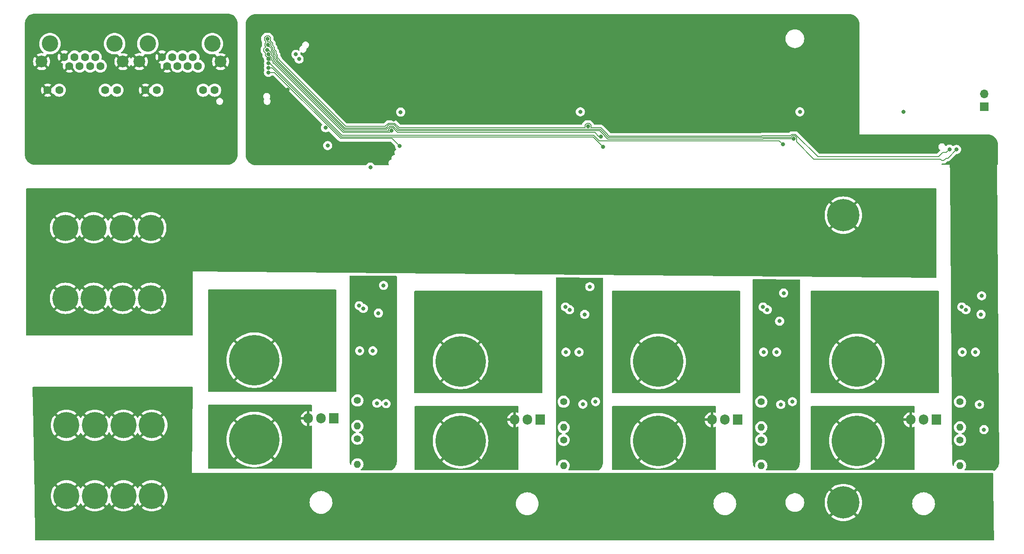
<source format=gbr>
%TF.GenerationSoftware,KiCad,Pcbnew,8.0.3*%
%TF.CreationDate,2024-11-12T13:20:17+01:00*%
%TF.ProjectId,BMU v1,424d5520-7631-42e6-9b69-6361645f7063,rev?*%
%TF.SameCoordinates,Original*%
%TF.FileFunction,Copper,L3,Inr*%
%TF.FilePolarity,Positive*%
%FSLAX46Y46*%
G04 Gerber Fmt 4.6, Leading zero omitted, Abs format (unit mm)*
G04 Created by KiCad (PCBNEW 8.0.3) date 2024-11-12 13:20:17*
%MOMM*%
%LPD*%
G01*
G04 APERTURE LIST*
%TA.AperFunction,ComponentPad*%
%ADD10C,1.400000*%
%TD*%
%TA.AperFunction,ComponentPad*%
%ADD11O,1.400000X1.400000*%
%TD*%
%TA.AperFunction,ComponentPad*%
%ADD12C,10.000000*%
%TD*%
%TA.AperFunction,ComponentPad*%
%ADD13C,5.200000*%
%TD*%
%TA.AperFunction,ComponentPad*%
%ADD14C,0.800000*%
%TD*%
%TA.AperFunction,ComponentPad*%
%ADD15C,6.400000*%
%TD*%
%TA.AperFunction,ComponentPad*%
%ADD16R,1.700000X1.700000*%
%TD*%
%TA.AperFunction,ComponentPad*%
%ADD17O,1.700000X1.700000*%
%TD*%
%TA.AperFunction,ComponentPad*%
%ADD18C,3.250000*%
%TD*%
%TA.AperFunction,ComponentPad*%
%ADD19C,1.600000*%
%TD*%
%TA.AperFunction,ComponentPad*%
%ADD20C,2.350000*%
%TD*%
%TA.AperFunction,ComponentPad*%
%ADD21R,1.905000X2.000000*%
%TD*%
%TA.AperFunction,ComponentPad*%
%ADD22O,1.905000X2.000000*%
%TD*%
%TA.AperFunction,ViaPad*%
%ADD23C,0.800000*%
%TD*%
%TA.AperFunction,Conductor*%
%ADD24C,0.200000*%
%TD*%
G04 APERTURE END LIST*
D10*
%TO.N,/GND_BATT*%
%TO.C,R7*%
X78333600Y-101752400D03*
D11*
%TO.N,/batteries1/GATE*%
X78333600Y-106832400D03*
%TD*%
D12*
%TO.N,/batteries4/+BAT_IN*%
%TO.C,H8*%
X177280000Y-94029000D03*
%TD*%
D13*
%TO.N,/batteries1/-BATT OUT*%
%TO.C,J12*%
X20692000Y-106680000D03*
X20692000Y-120680000D03*
X26292000Y-106680000D03*
X26292000Y-120680000D03*
X31992000Y-106680000D03*
X31992000Y-120680000D03*
X37592000Y-106680000D03*
X37592000Y-120680000D03*
%TD*%
D14*
%TO.N,/batteries1/-BATT OUT*%
%TO.C,H11*%
X172200000Y-122000000D03*
X172902944Y-120302944D03*
X172902944Y-123697056D03*
X174600000Y-119600000D03*
D15*
X174600000Y-122000000D03*
D14*
X174600000Y-124400000D03*
X176297056Y-120302944D03*
X176297056Y-123697056D03*
X177000000Y-122000000D03*
%TD*%
D12*
%TO.N,/batteries4/GND_BAT*%
%TO.C,H4*%
X177280000Y-109754000D03*
%TD*%
D16*
%TO.N,+BATT*%
%TO.C,J3*%
X202500000Y-43500000D03*
D17*
%TO.N,Net-(J3-Pin_2)*%
X202500000Y-40960000D03*
%TD*%
D10*
%TO.N,Net-(D2-K)*%
%TO.C,R6*%
X78333600Y-109339400D03*
D11*
%TO.N,/batteries1/GATE*%
X78333600Y-114419400D03*
%TD*%
D12*
%TO.N,/GND_BATT*%
%TO.C,H1*%
X57900000Y-109500000D03*
%TD*%
D10*
%TO.N,Net-(D10-K)*%
%TO.C,R20*%
X158343600Y-109593400D03*
D11*
%TO.N,/batteries3/GATE*%
X158343600Y-114673400D03*
%TD*%
D18*
%TO.N,*%
%TO.C,J1*%
X17426000Y-30988000D03*
X30226000Y-30988000D03*
D19*
%TO.N,GND1*%
X20256000Y-33638000D03*
X21276000Y-35418000D03*
%TO.N,Net-(U4-SDAA)*%
X22296000Y-33638000D03*
%TO.N,Net-(U4-SCLA)*%
X23316000Y-35418000D03*
%TO.N,VCC*%
X24336000Y-33638000D03*
X25356000Y-35418000D03*
X26376000Y-33638000D03*
X27396000Y-35418000D03*
%TO.N,GND1*%
X16966000Y-40198000D03*
%TO.N,Net-(J1-LEDG+)*%
X19256000Y-40198000D03*
%TO.N,Net-(J1-LEDY-)*%
X28396000Y-40198000D03*
%TO.N,Net-(J1-LEDY+)*%
X30686000Y-40198000D03*
D20*
%TO.N,GND1*%
X15766000Y-34528000D03*
X31866000Y-34538000D03*
%TD*%
D13*
%TO.N,+BATT*%
%TO.C,J11*%
X20500000Y-67500000D03*
X20500000Y-81500000D03*
X26100000Y-67500000D03*
X26100000Y-81500000D03*
X31800000Y-67500000D03*
X31800000Y-81500000D03*
X37400000Y-67500000D03*
X37400000Y-81500000D03*
%TD*%
D10*
%TO.N,/batteries2/GND_BAT*%
%TO.C,R14*%
X119195600Y-102006400D03*
D11*
%TO.N,/batteries2/GATE*%
X119195600Y-107086400D03*
%TD*%
D10*
%TO.N,Net-(D6-K)*%
%TO.C,R13*%
X119195600Y-109593400D03*
D11*
%TO.N,/batteries2/GATE*%
X119195600Y-114673400D03*
%TD*%
D18*
%TO.N,*%
%TO.C,J2*%
X36797000Y-30988000D03*
X49597000Y-30988000D03*
D19*
%TO.N,GND1*%
X39627000Y-33638000D03*
X40647000Y-35418000D03*
%TO.N,/SCL1*%
X41667000Y-33638000D03*
%TO.N,/SDA1*%
X42687000Y-35418000D03*
%TO.N,VCC*%
X43707000Y-33638000D03*
X44727000Y-35418000D03*
X45747000Y-33638000D03*
X46767000Y-35418000D03*
%TO.N,GND1*%
X36337000Y-40198000D03*
%TO.N,Net-(J2-LEDG+)*%
X38627000Y-40198000D03*
%TO.N,Net-(J2-LEDY-)*%
X47767000Y-40198000D03*
%TO.N,Net-(J2-LEDY+)*%
X50057000Y-40198000D03*
D20*
%TO.N,GND1*%
X35137000Y-34528000D03*
X51237000Y-34538000D03*
%TD*%
D12*
%TO.N,/batteries3/GND_BAT*%
%TO.C,H3*%
X137910000Y-109754000D03*
%TD*%
D10*
%TO.N,Net-(D14-K)*%
%TO.C,R40*%
X197713600Y-109593400D03*
D11*
%TO.N,/batteries4/GATE*%
X197713600Y-114673400D03*
%TD*%
D12*
%TO.N,/batteries1/+BAT_IN*%
%TO.C,H5*%
X57900000Y-93775000D03*
%TD*%
D10*
%TO.N,/batteries3/GND_BAT*%
%TO.C,R21*%
X158343600Y-102006400D03*
D11*
%TO.N,/batteries3/GATE*%
X158343600Y-107086400D03*
%TD*%
D14*
%TO.N,+BATT*%
%TO.C,H12*%
X172200000Y-65000000D03*
X172902944Y-63302944D03*
X172902944Y-66697056D03*
X174600000Y-62600000D03*
D15*
X174600000Y-65000000D03*
D14*
X174600000Y-67400000D03*
X176297056Y-63302944D03*
X176297056Y-66697056D03*
X177000000Y-65000000D03*
%TD*%
D10*
%TO.N,/batteries4/GND_BAT*%
%TO.C,R41*%
X197713600Y-102006400D03*
D11*
%TO.N,/batteries4/GATE*%
X197713600Y-107086400D03*
%TD*%
D12*
%TO.N,/batteries3/+BAT_IN*%
%TO.C,H7*%
X137910000Y-94029000D03*
%TD*%
%TO.N,/batteries2/+BAT_IN*%
%TO.C,H6*%
X98762000Y-94029000D03*
%TD*%
%TO.N,/batteries2/GND_BAT*%
%TO.C,H2*%
X98762000Y-109754000D03*
%TD*%
D21*
%TO.N,/batteries1/GATE*%
%TO.C,Q5*%
X73660000Y-105324000D03*
D22*
%TO.N,/batteries1/-BATT OUT*%
X71120000Y-105324000D03*
%TO.N,/GND_BATT*%
X68580000Y-105324000D03*
%TD*%
D21*
%TO.N,/batteries3/GATE*%
%TO.C,Q7*%
X153670000Y-105578000D03*
D22*
%TO.N,/batteries1/-BATT OUT*%
X151130000Y-105578000D03*
%TO.N,/batteries3/GND_BAT*%
X148590000Y-105578000D03*
%TD*%
D21*
%TO.N,/batteries2/GATE*%
%TO.C,Q6*%
X114522000Y-105578000D03*
D22*
%TO.N,/batteries1/-BATT OUT*%
X111982000Y-105578000D03*
%TO.N,/batteries2/GND_BAT*%
X109442000Y-105578000D03*
%TD*%
D21*
%TO.N,/batteries4/GATE*%
%TO.C,Q8*%
X193040000Y-105578000D03*
D22*
%TO.N,/batteries1/-BATT OUT*%
X190500000Y-105578000D03*
%TO.N,/batteries4/GND_BAT*%
X187960000Y-105578000D03*
%TD*%
D23*
%TO.N,GND*%
X201200000Y-76600000D03*
X157800000Y-95200000D03*
X157994400Y-86800000D03*
X197200000Y-95200000D03*
X198000000Y-86800000D03*
X118400000Y-95200000D03*
X119400000Y-86800000D03*
%TO.N,GND1*%
X42672000Y-40386000D03*
%TO.N,+3.3V*%
X83515200Y-78943200D03*
X202000000Y-81000000D03*
X124377200Y-79197200D03*
X162778303Y-80446703D03*
%TO.N,GND*%
X124000000Y-47360000D03*
X61722000Y-53340000D03*
X85500000Y-46000000D03*
X61214000Y-50546000D03*
X159512000Y-47244000D03*
X82854800Y-77571600D03*
X78841600Y-86563200D03*
X64514699Y-40133301D03*
X123716800Y-77825600D03*
X77317600Y-97180400D03*
X168200000Y-47000000D03*
X162800000Y-78850000D03*
%TO.N,/BATT_SW1*%
X60690518Y-33074552D03*
X85090000Y-48260000D03*
X82194400Y-102311200D03*
%TO.N,/BATT_SW2*%
X126607717Y-49392283D03*
X60407250Y-32220290D03*
X123000000Y-102500000D03*
%TO.N,/GND_BATT*%
X80900000Y-55475000D03*
%TO.N,/BATT_SW4*%
X201574400Y-102565200D03*
X197035293Y-51964707D03*
X60500000Y-30000000D03*
%TO.N,/BATT_SW3*%
X60604736Y-31227266D03*
X164762312Y-49871141D03*
X162204400Y-102565200D03*
%TO.N,/SDA*%
X122243600Y-92169000D03*
X159516319Y-83752816D03*
X198886319Y-83752816D03*
X81381600Y-91915000D03*
X161391600Y-92169000D03*
X120368319Y-83752816D03*
X200761600Y-92169000D03*
X79506319Y-83498816D03*
%TO.N,/batteries1/+BAT_IN*%
X69850000Y-90170000D03*
X64770000Y-95250000D03*
X69850000Y-87630000D03*
X66040000Y-91440000D03*
X72390000Y-87630000D03*
X72390000Y-95250000D03*
X67310000Y-95250000D03*
X67310000Y-97790000D03*
X69850000Y-97790000D03*
X64770000Y-90170000D03*
X72390000Y-97790000D03*
X67310000Y-87630000D03*
X72390000Y-90170000D03*
X71120000Y-96520000D03*
X67310000Y-92710000D03*
X64770000Y-92710000D03*
X71120000Y-93980000D03*
X66040000Y-88900000D03*
X69850000Y-92710000D03*
X64770000Y-87630000D03*
X67310000Y-90170000D03*
X66040000Y-96520000D03*
X66040000Y-93980000D03*
X72390000Y-92710000D03*
X64770000Y-97790000D03*
X71120000Y-91440000D03*
X69850000Y-95250000D03*
X71120000Y-88900000D03*
%TO.N,/SCL*%
X198069200Y-83210400D03*
X78781600Y-91915000D03*
X158699200Y-83210400D03*
X158791600Y-92169000D03*
X198161600Y-92169000D03*
X119551200Y-83210400D03*
X78689200Y-82956400D03*
X119643600Y-92169000D03*
%TO.N,/batteries1/-BATT OUT*%
X86360000Y-121920000D03*
X198120000Y-123444000D03*
X122142000Y-119634000D03*
X81280000Y-124460000D03*
X78740000Y-120650000D03*
X158750000Y-120904000D03*
X58420000Y-124460000D03*
X119602000Y-118364000D03*
X58420000Y-119380000D03*
X48260000Y-119380000D03*
X45720000Y-125730000D03*
X140970000Y-123444000D03*
X60960000Y-123190000D03*
X101822000Y-118364000D03*
X50800000Y-123190000D03*
X96742000Y-123444000D03*
X140970000Y-118364000D03*
X78740000Y-118110000D03*
X133350000Y-119634000D03*
X182880000Y-119634000D03*
X124682000Y-120904000D03*
X86360000Y-124460000D03*
X55880000Y-120650000D03*
X203200000Y-120904000D03*
X104362000Y-124714000D03*
X50800000Y-120650000D03*
X55880000Y-123190000D03*
X99282000Y-124714000D03*
X55880000Y-125730000D03*
X133350000Y-122174000D03*
X48260000Y-121920000D03*
X198120000Y-120904000D03*
X124682000Y-118364000D03*
X133350000Y-124714000D03*
X135890000Y-120904000D03*
X94202000Y-119634000D03*
X180340000Y-123444000D03*
X81280000Y-121920000D03*
X53340000Y-119380000D03*
X50800000Y-118110000D03*
X96742000Y-120904000D03*
X99282000Y-122174000D03*
X135890000Y-123444000D03*
X203200000Y-123444000D03*
X60960000Y-125730000D03*
X45720000Y-123190000D03*
X143510000Y-119634000D03*
X63500000Y-121920000D03*
X63500000Y-119380000D03*
X83820000Y-120650000D03*
X182880000Y-122174000D03*
X83820000Y-118110000D03*
X63500000Y-124460000D03*
X48260000Y-124460000D03*
X99282000Y-119634000D03*
X198120000Y-118364000D03*
X94202000Y-122174000D03*
X58420000Y-121920000D03*
X50800000Y-125730000D03*
X78740000Y-125730000D03*
X124682000Y-123444000D03*
X203200000Y-118364000D03*
X86360000Y-119380000D03*
X122142000Y-122174000D03*
X122142000Y-124714000D03*
X140970000Y-120904000D03*
X104362000Y-119634000D03*
X60960000Y-120650000D03*
X45720000Y-120650000D03*
X138430000Y-124714000D03*
X200660000Y-119634000D03*
X143510000Y-122174000D03*
X119602000Y-120904000D03*
X96742000Y-118364000D03*
X119602000Y-123444000D03*
X135890000Y-118364000D03*
X83820000Y-123190000D03*
X83820000Y-125730000D03*
X78740000Y-123190000D03*
X158750000Y-118364000D03*
X94202000Y-124714000D03*
X143510000Y-124714000D03*
X138430000Y-119634000D03*
X101822000Y-123444000D03*
X200660000Y-122174000D03*
X200660000Y-124714000D03*
X180340000Y-120904000D03*
X158750000Y-123444000D03*
X81280000Y-119380000D03*
X53340000Y-124460000D03*
X182880000Y-124714000D03*
X60960000Y-118110000D03*
X180340000Y-118364000D03*
X45720000Y-118110000D03*
X138430000Y-122174000D03*
X53340000Y-121920000D03*
X55880000Y-118110000D03*
X104362000Y-122174000D03*
X101822000Y-120904000D03*
%TO.N,/PCA_A1*%
X66775000Y-34025000D03*
X72040702Y-47659304D03*
%TO.N,/PCA_A2*%
X66150000Y-33100000D03*
X72450000Y-51200000D03*
%TO.N,/ALERT_2*%
X123361200Y-84683600D03*
X60706123Y-35774331D03*
X126978000Y-51459623D03*
%TO.N,/ALERT_4*%
X201879200Y-84683600D03*
X60710209Y-33974339D03*
X195628623Y-51922836D03*
%TO.N,/ALERT_3*%
X60705609Y-34874329D03*
X162619939Y-50952852D03*
X161975000Y-86025000D03*
%TO.N,/ALERT_1*%
X82499200Y-84429600D03*
X60705985Y-36674333D03*
X86700000Y-51308000D03*
%TO.N,/batteries2/+BAT_IN*%
X113252000Y-98044000D03*
X108172000Y-95504000D03*
X108172000Y-92964000D03*
X108172000Y-98044000D03*
X113252000Y-87884000D03*
X111982000Y-91694000D03*
X110712000Y-90424000D03*
X110712000Y-98044000D03*
X105632000Y-87884000D03*
X106902000Y-94234000D03*
X111982000Y-94234000D03*
X110712000Y-87884000D03*
X105632000Y-98044000D03*
X105632000Y-92964000D03*
X110712000Y-92964000D03*
X105632000Y-95504000D03*
X106902000Y-96774000D03*
X106902000Y-89154000D03*
X113252000Y-95504000D03*
X108172000Y-90424000D03*
X108172000Y-87884000D03*
X113252000Y-92964000D03*
X113252000Y-90424000D03*
X106902000Y-91694000D03*
X111982000Y-89154000D03*
X111982000Y-96774000D03*
X110712000Y-95504000D03*
X105632000Y-90424000D03*
%TO.N,/batteries3/+BAT_IN*%
X147320000Y-90424000D03*
X152400000Y-95504000D03*
X146050000Y-96774000D03*
X152400000Y-92964000D03*
X144780000Y-87884000D03*
X151130000Y-94234000D03*
X149860000Y-90424000D03*
X146050000Y-89154000D03*
X147320000Y-95504000D03*
X144780000Y-92964000D03*
X149860000Y-98044000D03*
X147320000Y-92964000D03*
X151130000Y-96774000D03*
X151130000Y-89154000D03*
X151130000Y-91694000D03*
X152400000Y-87884000D03*
X149860000Y-87884000D03*
X146050000Y-91694000D03*
X144780000Y-98044000D03*
X147320000Y-98044000D03*
X149860000Y-92964000D03*
X144780000Y-90424000D03*
X152400000Y-90424000D03*
X144780000Y-95504000D03*
X152400000Y-98044000D03*
X147320000Y-87884000D03*
X146050000Y-94234000D03*
X149860000Y-95504000D03*
%TO.N,/batteries4/+BAT_IN*%
X191770000Y-92964000D03*
X186690000Y-95504000D03*
X186690000Y-92964000D03*
X190500000Y-89154000D03*
X189230000Y-90424000D03*
X186690000Y-90424000D03*
X191770000Y-98044000D03*
X185420000Y-96774000D03*
X185420000Y-91694000D03*
X190500000Y-96774000D03*
X185420000Y-94234000D03*
X189230000Y-92964000D03*
X189230000Y-95504000D03*
X189230000Y-98044000D03*
X184150000Y-90424000D03*
X184150000Y-92964000D03*
X186690000Y-87884000D03*
X184150000Y-95504000D03*
X191770000Y-95504000D03*
X190500000Y-91694000D03*
X185420000Y-89154000D03*
X191770000Y-87884000D03*
X190500000Y-94234000D03*
X186690000Y-98044000D03*
X191770000Y-90424000D03*
X184150000Y-98044000D03*
X189230000Y-87884000D03*
X184150000Y-87884000D03*
%TO.N,/MANUAL_SW*%
X202449996Y-107538385D03*
X166000000Y-44500000D03*
X86900000Y-44550000D03*
X122500000Y-44500000D03*
X84000000Y-102400000D03*
X125500000Y-102000000D03*
X186500000Y-44500000D03*
X164500000Y-102000000D03*
%TO.N,+BATT*%
X143000000Y-69000000D03*
X97460000Y-67730000D03*
X179460000Y-67730000D03*
X130920000Y-61380000D03*
X117920000Y-61380000D03*
X69850000Y-68580000D03*
X136000000Y-61380000D03*
X110920000Y-69000000D03*
X185920000Y-66460000D03*
X168920000Y-63920000D03*
X168920000Y-66460000D03*
X123000000Y-69000000D03*
X77470000Y-64770000D03*
X67310000Y-64770000D03*
X44450000Y-63500000D03*
X74930000Y-66040000D03*
X69850000Y-66040000D03*
X113460000Y-67730000D03*
X54610000Y-60960000D03*
X110920000Y-61380000D03*
X54610000Y-66040000D03*
X116000000Y-63920000D03*
X100000000Y-66460000D03*
X102920000Y-63920000D03*
X179460000Y-62650000D03*
X116000000Y-66460000D03*
X67310000Y-62230000D03*
X59690000Y-66040000D03*
X46990000Y-62230000D03*
X44450000Y-68580000D03*
X46990000Y-64770000D03*
X188460000Y-67730000D03*
X191000000Y-69000000D03*
X88900000Y-63500000D03*
X153920000Y-69000000D03*
X133460000Y-62650000D03*
X113460000Y-62650000D03*
X151000000Y-66460000D03*
X108000000Y-61380000D03*
X136000000Y-69000000D03*
X188460000Y-62650000D03*
X140460000Y-67730000D03*
X97460000Y-62650000D03*
X185920000Y-69000000D03*
X145920000Y-61380000D03*
X52070000Y-62230000D03*
X80010000Y-60960000D03*
X182000000Y-66460000D03*
X185920000Y-61380000D03*
X77470000Y-62230000D03*
X72390000Y-62230000D03*
X57150000Y-62230000D03*
X82550000Y-62230000D03*
X100000000Y-63920000D03*
X82550000Y-64770000D03*
X64770000Y-68580000D03*
X80010000Y-66040000D03*
X91440000Y-64770000D03*
X57150000Y-67310000D03*
X62230000Y-67310000D03*
X123000000Y-63920000D03*
X100000000Y-61380000D03*
X105460000Y-65190000D03*
X136000000Y-63920000D03*
X74930000Y-68580000D03*
X44450000Y-66040000D03*
X72390000Y-67310000D03*
X59690000Y-63500000D03*
X145920000Y-63920000D03*
X64770000Y-60960000D03*
X182000000Y-63920000D03*
X148460000Y-67730000D03*
X77470000Y-67310000D03*
X148460000Y-65190000D03*
X130920000Y-66460000D03*
X191000000Y-63920000D03*
X133460000Y-67730000D03*
X137920000Y-63920000D03*
X133460000Y-65190000D03*
X49530000Y-60960000D03*
X44450000Y-60960000D03*
X52070000Y-67310000D03*
X130920000Y-69000000D03*
X156460000Y-67730000D03*
X151000000Y-63920000D03*
X64770000Y-66040000D03*
X64770000Y-63500000D03*
X59690000Y-68580000D03*
X137920000Y-66460000D03*
X123000000Y-61380000D03*
X110920000Y-66460000D03*
X74930000Y-63500000D03*
X143000000Y-63920000D03*
X116000000Y-61380000D03*
X156460000Y-65190000D03*
X100000000Y-69000000D03*
X49530000Y-68580000D03*
X94920000Y-66460000D03*
X120460000Y-65190000D03*
X69850000Y-63500000D03*
X67310000Y-67310000D03*
X82550000Y-67310000D03*
X182000000Y-61380000D03*
X123000000Y-66460000D03*
X91440000Y-62230000D03*
X54610000Y-63500000D03*
X108000000Y-69000000D03*
X140460000Y-65190000D03*
X94920000Y-61380000D03*
X143000000Y-61380000D03*
X105460000Y-62650000D03*
X94920000Y-63920000D03*
X145920000Y-66460000D03*
X117920000Y-66460000D03*
X117920000Y-69000000D03*
X102920000Y-66460000D03*
X145920000Y-69000000D03*
X137920000Y-61380000D03*
X46990000Y-67310000D03*
X91440000Y-67310000D03*
X97460000Y-65190000D03*
X108000000Y-66460000D03*
X140460000Y-62650000D03*
X62230000Y-64770000D03*
X179460000Y-65190000D03*
X108000000Y-63920000D03*
X191000000Y-66460000D03*
X153920000Y-61380000D03*
X156460000Y-62650000D03*
X151000000Y-69000000D03*
X52070000Y-64770000D03*
X88900000Y-68580000D03*
X137920000Y-69000000D03*
X102920000Y-61380000D03*
X80010000Y-63500000D03*
X168920000Y-69000000D03*
X113460000Y-65190000D03*
X117920000Y-63920000D03*
X105460000Y-67730000D03*
X62230000Y-62230000D03*
X88900000Y-66040000D03*
X74930000Y-60960000D03*
X54610000Y-68580000D03*
X188460000Y-65190000D03*
X120460000Y-67730000D03*
X191000000Y-61380000D03*
X57150000Y-64770000D03*
X168920000Y-61380000D03*
X80010000Y-68580000D03*
X94920000Y-69000000D03*
X72390000Y-64770000D03*
X49530000Y-66040000D03*
X148460000Y-62650000D03*
X59690000Y-60960000D03*
X151000000Y-61380000D03*
X185920000Y-63920000D03*
X153920000Y-66460000D03*
X116000000Y-69000000D03*
X130920000Y-63920000D03*
X102920000Y-69000000D03*
X110920000Y-63920000D03*
X49530000Y-63500000D03*
X143000000Y-66460000D03*
X182000000Y-69000000D03*
X153920000Y-63920000D03*
X120460000Y-62650000D03*
X88900000Y-60960000D03*
X136000000Y-66460000D03*
X69850000Y-60960000D03*
%TD*%
D24*
%TO.N,/BATT_SW1*%
X61310209Y-33725810D02*
X60958738Y-33374339D01*
X61605609Y-34501536D02*
X61310209Y-34206136D01*
X61310209Y-34206136D02*
X61310209Y-33725810D01*
X60690518Y-33374339D02*
X60690518Y-33074552D01*
X60958738Y-33374339D02*
X60690518Y-33374339D01*
X61801314Y-34874331D02*
X61605609Y-34874331D01*
X61605609Y-34874331D02*
X61605609Y-34501536D01*
X61801314Y-34874331D02*
X75521984Y-48595000D01*
X84755000Y-48595000D02*
X75521984Y-48595000D01*
X85090000Y-48260000D02*
X84755000Y-48595000D01*
%TO.N,/BATT_SW2*%
X60684785Y-32220290D02*
X60407250Y-32220290D01*
X126183452Y-49392283D02*
X125386169Y-48595000D01*
X84490000Y-48011471D02*
X84490000Y-48295000D01*
X84490000Y-48295000D02*
X75646248Y-48295000D01*
X61610209Y-34081872D02*
X61610209Y-33601546D01*
X84841471Y-47660000D02*
X84490000Y-48011471D01*
X61610209Y-33601546D02*
X61290518Y-33281855D01*
X126607717Y-49392283D02*
X126183452Y-49392283D01*
X85338529Y-47660000D02*
X84841471Y-47660000D01*
X61905609Y-34554361D02*
X61905609Y-34377272D01*
X61905609Y-34377272D02*
X61610209Y-34081872D01*
X86273529Y-48595000D02*
X85338529Y-47660000D01*
X75646248Y-48295000D02*
X61905609Y-34554361D01*
X61290518Y-32826023D02*
X60684785Y-32220290D01*
X61290518Y-33281855D02*
X61290518Y-32826023D01*
X125386169Y-48595000D02*
X86273529Y-48595000D01*
%TO.N,/BATT_SW3*%
X60604736Y-31575340D02*
X60604736Y-31227266D01*
X127211493Y-49211493D02*
X127211493Y-49147529D01*
X85462793Y-47360000D02*
X84717207Y-47360000D01*
X61910209Y-33957608D02*
X61910209Y-33477282D01*
X164762312Y-49871141D02*
X158662859Y-49871141D01*
X75770511Y-47995000D02*
X62205609Y-34430098D01*
X158662859Y-49871141D02*
X158634000Y-49900000D01*
X61252807Y-32364048D02*
X61252807Y-31926811D01*
X86362793Y-48260000D02*
X85462793Y-47360000D01*
X61910209Y-33477282D02*
X61590518Y-33157591D01*
X84155000Y-47995000D02*
X75770511Y-47995000D01*
X84190000Y-47960000D02*
X84155000Y-47995000D01*
X158634000Y-49900000D02*
X127900000Y-49900000D01*
X61590518Y-33157591D02*
X61590518Y-32701759D01*
X84190000Y-47887207D02*
X84190000Y-47960000D01*
X62205609Y-34253008D02*
X61910209Y-33957608D01*
X60901336Y-31575340D02*
X60604736Y-31575340D01*
X84717207Y-47360000D02*
X84190000Y-47887207D01*
X62205609Y-34430098D02*
X62205609Y-34253008D01*
X61252807Y-31926811D02*
X60901336Y-31575340D01*
X61590518Y-32701759D02*
X61252807Y-32364048D01*
X127211493Y-49147529D02*
X126323964Y-48260000D01*
X127900000Y-49900000D02*
X127211493Y-49211493D01*
X126323964Y-48260000D02*
X86362793Y-48260000D01*
%TO.N,/ALERT_2*%
X126978000Y-51459623D02*
X125013377Y-49495000D01*
X61428522Y-35774331D02*
X75149192Y-49495000D01*
X60706123Y-35774331D02*
X61428522Y-35774331D01*
X125013377Y-49495000D02*
X75149192Y-49495000D01*
%TO.N,/ALERT_4*%
X59900000Y-29751471D02*
X60251471Y-29400000D01*
X60090518Y-32826023D02*
X60127486Y-32789055D01*
X165135105Y-48971141D02*
X169563964Y-53400000D01*
X83833679Y-47395000D02*
X84468679Y-46760000D01*
X124248529Y-46760000D02*
X124600000Y-47111471D01*
X193422182Y-53400000D02*
X194272182Y-52550000D01*
X60954138Y-34274329D02*
X61010209Y-34330400D01*
X60153976Y-31625035D02*
X60004736Y-31475795D01*
X60441989Y-33674552D02*
X60090518Y-33323081D01*
X169563964Y-53400000D02*
X193422182Y-53400000D01*
X164089519Y-49271141D02*
X164389519Y-48971141D01*
X61100000Y-29751471D02*
X61100000Y-30248529D01*
X61504736Y-31330212D02*
X61852807Y-31678283D01*
X61852807Y-31678283D02*
X61852807Y-32115520D01*
X60090518Y-33323081D02*
X60090518Y-32826023D01*
X59900000Y-30248529D02*
X59900000Y-29751471D01*
X123451471Y-47660000D02*
X123400000Y-47608529D01*
X61504736Y-30854473D02*
X61504736Y-31330212D01*
X60215972Y-30767502D02*
X60200000Y-30751530D01*
X195001459Y-52550000D02*
X195628623Y-51922836D01*
X60004736Y-31475795D02*
X60004736Y-30978737D01*
X60004736Y-30978737D02*
X60215972Y-30767502D01*
X62510209Y-33228754D02*
X62510209Y-33709080D01*
X126572492Y-47660000D02*
X127811493Y-48899001D01*
X123400000Y-47608529D02*
X123400000Y-47111471D01*
X61100000Y-30248529D02*
X60999396Y-30349133D01*
X127811493Y-48899001D02*
X127811493Y-48962965D01*
X61010209Y-33850074D02*
X60834687Y-33674552D01*
X60834687Y-33674552D02*
X60441989Y-33674552D01*
X124600000Y-47608529D02*
X124548529Y-47660000D01*
X62510209Y-33709080D02*
X62805609Y-34004480D01*
X60200000Y-30548529D02*
X59900000Y-30248529D01*
X60127486Y-32789055D02*
X59807250Y-32468819D01*
X164389519Y-48971141D02*
X165135105Y-48971141D01*
X61010209Y-34330400D02*
X61010209Y-33850074D01*
X128148528Y-49300000D02*
X158385472Y-49300000D01*
X127811493Y-48962965D02*
X128148528Y-49300000D01*
X123400000Y-47111471D02*
X123751471Y-46760000D01*
X60251471Y-29400000D02*
X60748529Y-29400000D01*
X61852807Y-32115520D02*
X62190518Y-32453231D01*
X124600000Y-47111471D02*
X124600000Y-47608529D01*
X59807250Y-32468819D02*
X59807250Y-31971761D01*
X62805609Y-34181570D02*
X76019039Y-47395000D01*
X60200000Y-30751530D02*
X60200000Y-30548529D01*
X62190518Y-32453231D02*
X62190518Y-32909063D01*
X60748529Y-29400000D02*
X61100000Y-29751471D01*
X59807250Y-31971761D02*
X60153976Y-31625035D01*
X84468679Y-46760000D02*
X85711321Y-46760000D01*
X158414331Y-49271141D02*
X164089519Y-49271141D01*
X85711321Y-46760000D02*
X86611321Y-47660000D01*
X158385472Y-49300000D02*
X158414331Y-49271141D01*
X62190518Y-32909063D02*
X62510209Y-33228754D01*
X86611321Y-47660000D02*
X123451471Y-47660000D01*
X76019039Y-47395000D02*
X83833679Y-47395000D01*
X124548529Y-47660000D02*
X126572492Y-47660000D01*
X194272182Y-52550000D02*
X195001459Y-52550000D01*
X60710209Y-33974339D02*
X60710209Y-34274329D01*
X60710209Y-34274329D02*
X60954138Y-34274329D01*
X60999396Y-30349133D02*
X61504736Y-30854473D01*
X62805609Y-34004480D02*
X62805609Y-34181570D01*
X123751471Y-46760000D02*
X124248529Y-46760000D01*
%TO.N,/ALERT_3*%
X60705609Y-34874329D02*
X60952785Y-34874329D01*
X75273456Y-49195000D02*
X125137641Y-49195000D01*
X60952785Y-34874329D02*
X75273456Y-49195000D01*
X125137641Y-49195000D02*
X126192641Y-50250000D01*
X126192641Y-50250000D02*
X161917087Y-50250000D01*
X161917087Y-50250000D02*
X162619939Y-50952852D01*
%TO.N,/ALERT_1*%
X75024927Y-49795000D02*
X85187000Y-49795000D01*
X85187000Y-49795000D02*
X86700000Y-51308000D01*
X60705985Y-36674333D02*
X61904260Y-36674333D01*
X61904260Y-36674333D02*
X75024927Y-49795000D01*
%TO.N,/BATT_SW4*%
X168760777Y-53869607D02*
X193835410Y-53869607D01*
X127511493Y-49023265D02*
X127511493Y-49087229D01*
X61890518Y-33033327D02*
X62210209Y-33353018D01*
X126448228Y-47960000D02*
X127511493Y-49023265D01*
X128024264Y-49600000D02*
X158509736Y-49600000D01*
X194511764Y-54148897D02*
X194951103Y-53709558D01*
X62210209Y-33833344D02*
X62505609Y-34128744D01*
X165362312Y-49622612D02*
X165362312Y-50471142D01*
X165010841Y-49271141D02*
X165362312Y-49622612D01*
X164513783Y-49271141D02*
X165010841Y-49271141D01*
X165362312Y-50471142D02*
X168760777Y-53869607D01*
X164213783Y-49571141D02*
X164513783Y-49271141D01*
X86487057Y-47960000D02*
X126448228Y-47960000D01*
X85587057Y-47060000D02*
X86487057Y-47960000D01*
X193835410Y-53869607D02*
X194114700Y-54148897D01*
X75894775Y-47695000D02*
X83957943Y-47695000D01*
X62505609Y-34128744D02*
X62505609Y-34305834D01*
X62210209Y-33353018D02*
X62210209Y-33833344D01*
X60853265Y-30627266D02*
X61204736Y-30978737D01*
X61552807Y-31802547D02*
X61552807Y-32239784D01*
X61204736Y-31454476D02*
X61552807Y-31802547D01*
X61204736Y-30978737D02*
X61204736Y-31454476D01*
X195290442Y-53709558D02*
X197035293Y-51964707D01*
X60500000Y-30000000D02*
X60500000Y-30627266D01*
X61552807Y-32239784D02*
X61890518Y-32577495D01*
X60500000Y-30627266D02*
X60853265Y-30627266D01*
X194951103Y-53709558D02*
X195290442Y-53709558D01*
X84592943Y-47060000D02*
X85587057Y-47060000D01*
X61890518Y-32577495D02*
X61890518Y-33033327D01*
X158538595Y-49571141D02*
X164213783Y-49571141D01*
X83957943Y-47695000D02*
X84592943Y-47060000D01*
X158509736Y-49600000D02*
X158538595Y-49571141D01*
X194114700Y-54148897D02*
X194511764Y-54148897D01*
X62505609Y-34305834D02*
X75894775Y-47695000D01*
X127511493Y-49087229D02*
X128024264Y-49600000D01*
%TD*%
%TA.AperFunction,Conductor*%
%TO.N,GND*%
G36*
X204569099Y-49527657D02*
G01*
X204732519Y-49691346D01*
X204744079Y-49704707D01*
X204904143Y-49918830D01*
X204913689Y-49933703D01*
X205004286Y-50099824D01*
X205041686Y-55071835D01*
X205041686Y-55071837D01*
X205041685Y-55071842D01*
X205484726Y-113969503D01*
X205484472Y-113978424D01*
X205466801Y-114252150D01*
X205464375Y-114269823D01*
X205408536Y-114533811D01*
X205403599Y-114550951D01*
X205310465Y-114804188D01*
X205303120Y-114820443D01*
X205174614Y-115057699D01*
X205165012Y-115072733D01*
X205003793Y-115289095D01*
X204992134Y-115302595D01*
X204801536Y-115493592D01*
X204788060Y-115505279D01*
X204572037Y-115666945D01*
X204557024Y-115676578D01*
X204522246Y-115695509D01*
X204453954Y-115710271D01*
X204411450Y-115699393D01*
X204357302Y-115674664D01*
X204357297Y-115674662D01*
X204357296Y-115674662D01*
X204290257Y-115654977D01*
X204290259Y-115654977D01*
X204290254Y-115654976D01*
X204242781Y-115648150D01*
X204147837Y-115634500D01*
X204147835Y-115634500D01*
X198741190Y-115634500D01*
X198674151Y-115614815D01*
X198628396Y-115562011D01*
X198618452Y-115492853D01*
X198642236Y-115435773D01*
X198738656Y-115308091D01*
X198738658Y-115308089D01*
X198837829Y-115108928D01*
X198898715Y-114894936D01*
X198919243Y-114673400D01*
X198898715Y-114451864D01*
X198837829Y-114237872D01*
X198837824Y-114237861D01*
X198738661Y-114038716D01*
X198738656Y-114038708D01*
X198604579Y-113861161D01*
X198440162Y-113711276D01*
X198440160Y-113711274D01*
X198251004Y-113594154D01*
X198250998Y-113594152D01*
X198043540Y-113513782D01*
X197824843Y-113472900D01*
X197602357Y-113472900D01*
X197383660Y-113513782D01*
X197252464Y-113564607D01*
X197176201Y-113594152D01*
X197176195Y-113594154D01*
X196987039Y-113711274D01*
X196987037Y-113711276D01*
X196822620Y-113861161D01*
X196688543Y-114038708D01*
X196688538Y-114038716D01*
X196589375Y-114237861D01*
X196589369Y-114237876D01*
X196528485Y-114451862D01*
X196528485Y-114451864D01*
X196512399Y-114625454D01*
X196486613Y-114690391D01*
X196429812Y-114731078D01*
X196360031Y-114734598D01*
X196299425Y-114699832D01*
X196272946Y-114657877D01*
X196232506Y-114550951D01*
X196228952Y-114541553D01*
X196223928Y-114524766D01*
X196166012Y-114265719D01*
X196163408Y-114248383D01*
X196162582Y-114237861D01*
X196142290Y-113979350D01*
X196141917Y-113970631D01*
X196090133Y-107086399D01*
X196507957Y-107086399D01*
X196507957Y-107086400D01*
X196528484Y-107307935D01*
X196528485Y-107307937D01*
X196589369Y-107521923D01*
X196589375Y-107521938D01*
X196688538Y-107721083D01*
X196688543Y-107721091D01*
X196822620Y-107898638D01*
X196987037Y-108048523D01*
X196987039Y-108048525D01*
X197176195Y-108165645D01*
X197176201Y-108165648D01*
X197176204Y-108165649D01*
X197327532Y-108224273D01*
X197382932Y-108266846D01*
X197406523Y-108332613D01*
X197390812Y-108400693D01*
X197340788Y-108449472D01*
X197327537Y-108455523D01*
X197286174Y-108471548D01*
X197176201Y-108514151D01*
X197176195Y-108514154D01*
X196987039Y-108631274D01*
X196987037Y-108631276D01*
X196822620Y-108781161D01*
X196688543Y-108958708D01*
X196688538Y-108958716D01*
X196589375Y-109157861D01*
X196589369Y-109157876D01*
X196528485Y-109371862D01*
X196528484Y-109371864D01*
X196507957Y-109593399D01*
X196507957Y-109593400D01*
X196528484Y-109814935D01*
X196528485Y-109814937D01*
X196589369Y-110028923D01*
X196589375Y-110028938D01*
X196688538Y-110228083D01*
X196688543Y-110228091D01*
X196822620Y-110405638D01*
X196987037Y-110555523D01*
X196987039Y-110555525D01*
X197176195Y-110672645D01*
X197176196Y-110672645D01*
X197176199Y-110672647D01*
X197383660Y-110753018D01*
X197602357Y-110793900D01*
X197602359Y-110793900D01*
X197824841Y-110793900D01*
X197824843Y-110793900D01*
X198043540Y-110753018D01*
X198251001Y-110672647D01*
X198440162Y-110555524D01*
X198604581Y-110405636D01*
X198738658Y-110228089D01*
X198837829Y-110028928D01*
X198898715Y-109814936D01*
X198919243Y-109593400D01*
X198898715Y-109371864D01*
X198837829Y-109157872D01*
X198837824Y-109157861D01*
X198738661Y-108958716D01*
X198738656Y-108958708D01*
X198604579Y-108781161D01*
X198440162Y-108631276D01*
X198440160Y-108631274D01*
X198251004Y-108514154D01*
X198250995Y-108514150D01*
X198161026Y-108479296D01*
X198099667Y-108455526D01*
X198044267Y-108412954D01*
X198020676Y-108347188D01*
X198036387Y-108279107D01*
X198086411Y-108230328D01*
X198099662Y-108224276D01*
X198251001Y-108165647D01*
X198440162Y-108048524D01*
X198604581Y-107898636D01*
X198738658Y-107721089D01*
X198829634Y-107538385D01*
X201544536Y-107538385D01*
X201564322Y-107726641D01*
X201564323Y-107726644D01*
X201622814Y-107906662D01*
X201622817Y-107906669D01*
X201717463Y-108070601D01*
X201803043Y-108165647D01*
X201844125Y-108211273D01*
X201997261Y-108322533D01*
X201997266Y-108322536D01*
X202170188Y-108399527D01*
X202170193Y-108399529D01*
X202355350Y-108438885D01*
X202355351Y-108438885D01*
X202544640Y-108438885D01*
X202544642Y-108438885D01*
X202729799Y-108399529D01*
X202902726Y-108322536D01*
X203055867Y-108211273D01*
X203182529Y-108070601D01*
X203277175Y-107906669D01*
X203335670Y-107726641D01*
X203355456Y-107538385D01*
X203335670Y-107350129D01*
X203277175Y-107170101D01*
X203182529Y-107006169D01*
X203055867Y-106865497D01*
X203054993Y-106864862D01*
X202902730Y-106754236D01*
X202902725Y-106754233D01*
X202729803Y-106677242D01*
X202729798Y-106677240D01*
X202583997Y-106646250D01*
X202544642Y-106637885D01*
X202355350Y-106637885D01*
X202322893Y-106644783D01*
X202170193Y-106677240D01*
X202170188Y-106677242D01*
X201997266Y-106754233D01*
X201997261Y-106754236D01*
X201844125Y-106865496D01*
X201717462Y-107006170D01*
X201622817Y-107170100D01*
X201622814Y-107170107D01*
X201578031Y-107307936D01*
X201564322Y-107350129D01*
X201544536Y-107538385D01*
X198829634Y-107538385D01*
X198837829Y-107521928D01*
X198898715Y-107307936D01*
X198919243Y-107086400D01*
X198898715Y-106864864D01*
X198837829Y-106650872D01*
X198837824Y-106650861D01*
X198738661Y-106451716D01*
X198738656Y-106451708D01*
X198604579Y-106274161D01*
X198440162Y-106124276D01*
X198440160Y-106124274D01*
X198251004Y-106007154D01*
X198250998Y-106007152D01*
X198043540Y-105926782D01*
X197824843Y-105885900D01*
X197602357Y-105885900D01*
X197383660Y-105926782D01*
X197252464Y-105977607D01*
X197176201Y-106007152D01*
X197176195Y-106007154D01*
X196987039Y-106124274D01*
X196987037Y-106124276D01*
X196822620Y-106274161D01*
X196688543Y-106451708D01*
X196688538Y-106451716D01*
X196589375Y-106650861D01*
X196589369Y-106650876D01*
X196528485Y-106864862D01*
X196528484Y-106864864D01*
X196507957Y-107086399D01*
X196090133Y-107086399D01*
X196051920Y-102006399D01*
X196507957Y-102006399D01*
X196507957Y-102006400D01*
X196528484Y-102227935D01*
X196528485Y-102227937D01*
X196589369Y-102441923D01*
X196589375Y-102441938D01*
X196688538Y-102641083D01*
X196688543Y-102641091D01*
X196822620Y-102818638D01*
X196987037Y-102968523D01*
X196987039Y-102968525D01*
X197176195Y-103085645D01*
X197176196Y-103085645D01*
X197176199Y-103085647D01*
X197383660Y-103166018D01*
X197602357Y-103206900D01*
X197602359Y-103206900D01*
X197824841Y-103206900D01*
X197824843Y-103206900D01*
X198043540Y-103166018D01*
X198251001Y-103085647D01*
X198440162Y-102968524D01*
X198604581Y-102818636D01*
X198738658Y-102641089D01*
X198776446Y-102565200D01*
X200668940Y-102565200D01*
X200688726Y-102753456D01*
X200688727Y-102753459D01*
X200747218Y-102933477D01*
X200747221Y-102933484D01*
X200841867Y-103097416D01*
X200903636Y-103166017D01*
X200968529Y-103238088D01*
X201121665Y-103349348D01*
X201121670Y-103349351D01*
X201294592Y-103426342D01*
X201294597Y-103426344D01*
X201479754Y-103465700D01*
X201479755Y-103465700D01*
X201669044Y-103465700D01*
X201669046Y-103465700D01*
X201854203Y-103426344D01*
X202027130Y-103349351D01*
X202180271Y-103238088D01*
X202306933Y-103097416D01*
X202401579Y-102933484D01*
X202460074Y-102753456D01*
X202479860Y-102565200D01*
X202460074Y-102376944D01*
X202401579Y-102196916D01*
X202306933Y-102032984D01*
X202180271Y-101892312D01*
X202180270Y-101892311D01*
X202027134Y-101781051D01*
X202027129Y-101781048D01*
X201854207Y-101704057D01*
X201854202Y-101704055D01*
X201708401Y-101673065D01*
X201669046Y-101664700D01*
X201479754Y-101664700D01*
X201447297Y-101671598D01*
X201294597Y-101704055D01*
X201294592Y-101704057D01*
X201121670Y-101781048D01*
X201121665Y-101781051D01*
X200968529Y-101892311D01*
X200841866Y-102032985D01*
X200747221Y-102196915D01*
X200747218Y-102196922D01*
X200688727Y-102376940D01*
X200688726Y-102376944D01*
X200668940Y-102565200D01*
X198776446Y-102565200D01*
X198837829Y-102441928D01*
X198898715Y-102227936D01*
X198919243Y-102006400D01*
X198898715Y-101784864D01*
X198837829Y-101570872D01*
X198837824Y-101570861D01*
X198738661Y-101371716D01*
X198738656Y-101371708D01*
X198604579Y-101194161D01*
X198440162Y-101044276D01*
X198440160Y-101044274D01*
X198251004Y-100927154D01*
X198250998Y-100927152D01*
X198043540Y-100846782D01*
X197824843Y-100805900D01*
X197602357Y-100805900D01*
X197383660Y-100846782D01*
X197252464Y-100897607D01*
X197176201Y-100927152D01*
X197176195Y-100927154D01*
X196987039Y-101044274D01*
X196987037Y-101044276D01*
X196822620Y-101194161D01*
X196688543Y-101371708D01*
X196688538Y-101371716D01*
X196589375Y-101570861D01*
X196589369Y-101570876D01*
X196528485Y-101784862D01*
X196528484Y-101784864D01*
X196507957Y-102006399D01*
X196051920Y-102006399D01*
X195977921Y-92169000D01*
X197256140Y-92169000D01*
X197275926Y-92357256D01*
X197275927Y-92357259D01*
X197334418Y-92537277D01*
X197334421Y-92537284D01*
X197429067Y-92701216D01*
X197555729Y-92841888D01*
X197708865Y-92953148D01*
X197708870Y-92953151D01*
X197881792Y-93030142D01*
X197881797Y-93030144D01*
X198066954Y-93069500D01*
X198066955Y-93069500D01*
X198256244Y-93069500D01*
X198256246Y-93069500D01*
X198441403Y-93030144D01*
X198614330Y-92953151D01*
X198767471Y-92841888D01*
X198894133Y-92701216D01*
X198988779Y-92537284D01*
X199047274Y-92357256D01*
X199067060Y-92169000D01*
X199856140Y-92169000D01*
X199875926Y-92357256D01*
X199875927Y-92357259D01*
X199934418Y-92537277D01*
X199934421Y-92537284D01*
X200029067Y-92701216D01*
X200155729Y-92841888D01*
X200308865Y-92953148D01*
X200308870Y-92953151D01*
X200481792Y-93030142D01*
X200481797Y-93030144D01*
X200666954Y-93069500D01*
X200666955Y-93069500D01*
X200856244Y-93069500D01*
X200856246Y-93069500D01*
X201041403Y-93030144D01*
X201214330Y-92953151D01*
X201367471Y-92841888D01*
X201494133Y-92701216D01*
X201588779Y-92537284D01*
X201647274Y-92357256D01*
X201667060Y-92169000D01*
X201647274Y-91980744D01*
X201588779Y-91800716D01*
X201494133Y-91636784D01*
X201367471Y-91496112D01*
X201367470Y-91496111D01*
X201214334Y-91384851D01*
X201214329Y-91384848D01*
X201041407Y-91307857D01*
X201041402Y-91307855D01*
X200895601Y-91276865D01*
X200856246Y-91268500D01*
X200666954Y-91268500D01*
X200634497Y-91275398D01*
X200481797Y-91307855D01*
X200481792Y-91307857D01*
X200308870Y-91384848D01*
X200308865Y-91384851D01*
X200155729Y-91496111D01*
X200029066Y-91636785D01*
X199934421Y-91800715D01*
X199934418Y-91800722D01*
X199875927Y-91980740D01*
X199875926Y-91980744D01*
X199856140Y-92169000D01*
X199067060Y-92169000D01*
X199047274Y-91980744D01*
X198988779Y-91800716D01*
X198894133Y-91636784D01*
X198767471Y-91496112D01*
X198767470Y-91496111D01*
X198614334Y-91384851D01*
X198614329Y-91384848D01*
X198441407Y-91307857D01*
X198441402Y-91307855D01*
X198295601Y-91276865D01*
X198256246Y-91268500D01*
X198066954Y-91268500D01*
X198034497Y-91275398D01*
X197881797Y-91307855D01*
X197881792Y-91307857D01*
X197708870Y-91384848D01*
X197708865Y-91384851D01*
X197555729Y-91496111D01*
X197429066Y-91636785D01*
X197334421Y-91800715D01*
X197334418Y-91800722D01*
X197275927Y-91980740D01*
X197275926Y-91980744D01*
X197256140Y-92169000D01*
X195977921Y-92169000D01*
X195921615Y-84683600D01*
X200973740Y-84683600D01*
X200993526Y-84871856D01*
X200993527Y-84871859D01*
X201052018Y-85051877D01*
X201052021Y-85051884D01*
X201146667Y-85215816D01*
X201273329Y-85356488D01*
X201426465Y-85467748D01*
X201426470Y-85467751D01*
X201599392Y-85544742D01*
X201599397Y-85544744D01*
X201784554Y-85584100D01*
X201784555Y-85584100D01*
X201973844Y-85584100D01*
X201973846Y-85584100D01*
X202159003Y-85544744D01*
X202331930Y-85467751D01*
X202485071Y-85356488D01*
X202611733Y-85215816D01*
X202706379Y-85051884D01*
X202764874Y-84871856D01*
X202784660Y-84683600D01*
X202764874Y-84495344D01*
X202706379Y-84315316D01*
X202611733Y-84151384D01*
X202485071Y-84010712D01*
X202485070Y-84010711D01*
X202331934Y-83899451D01*
X202331929Y-83899448D01*
X202159007Y-83822457D01*
X202159002Y-83822455D01*
X202013201Y-83791465D01*
X201973846Y-83783100D01*
X201784554Y-83783100D01*
X201752097Y-83789998D01*
X201599397Y-83822455D01*
X201599392Y-83822457D01*
X201426470Y-83899448D01*
X201426465Y-83899451D01*
X201273329Y-84010711D01*
X201146666Y-84151385D01*
X201052021Y-84315315D01*
X201052018Y-84315322D01*
X200993527Y-84495340D01*
X200993526Y-84495344D01*
X200973740Y-84683600D01*
X195921615Y-84683600D01*
X195910533Y-83210400D01*
X197163740Y-83210400D01*
X197183526Y-83398656D01*
X197183527Y-83398659D01*
X197242018Y-83578677D01*
X197242021Y-83578684D01*
X197336667Y-83742616D01*
X197463329Y-83883288D01*
X197616465Y-83994548D01*
X197616470Y-83994551D01*
X197789392Y-84071542D01*
X197789397Y-84071544D01*
X197974554Y-84110900D01*
X197981659Y-84110900D01*
X198048698Y-84130585D01*
X198089046Y-84172900D01*
X198153785Y-84285030D01*
X198153784Y-84285030D01*
X198280448Y-84425704D01*
X198433584Y-84536964D01*
X198433589Y-84536967D01*
X198606511Y-84613958D01*
X198606516Y-84613960D01*
X198791673Y-84653316D01*
X198791674Y-84653316D01*
X198980963Y-84653316D01*
X198980965Y-84653316D01*
X199166122Y-84613960D01*
X199339049Y-84536967D01*
X199492190Y-84425704D01*
X199618852Y-84285032D01*
X199713498Y-84121100D01*
X199771993Y-83941072D01*
X199791779Y-83752816D01*
X199771993Y-83564560D01*
X199713498Y-83384532D01*
X199618852Y-83220600D01*
X199492190Y-83079928D01*
X199492189Y-83079927D01*
X199339053Y-82968667D01*
X199339048Y-82968664D01*
X199166126Y-82891673D01*
X199166121Y-82891671D01*
X199020320Y-82860681D01*
X198980965Y-82852316D01*
X198980964Y-82852316D01*
X198973860Y-82852316D01*
X198906821Y-82832631D01*
X198866473Y-82790316D01*
X198831326Y-82729440D01*
X198801733Y-82678184D01*
X198675071Y-82537512D01*
X198675070Y-82537511D01*
X198521934Y-82426251D01*
X198521929Y-82426248D01*
X198349007Y-82349257D01*
X198349002Y-82349255D01*
X198203201Y-82318265D01*
X198163846Y-82309900D01*
X197974554Y-82309900D01*
X197942097Y-82316798D01*
X197789397Y-82349255D01*
X197789392Y-82349257D01*
X197616470Y-82426248D01*
X197616465Y-82426251D01*
X197463329Y-82537511D01*
X197336666Y-82678185D01*
X197242021Y-82842115D01*
X197242018Y-82842122D01*
X197183527Y-83022140D01*
X197183526Y-83022144D01*
X197163740Y-83210400D01*
X195910533Y-83210400D01*
X195893906Y-81000000D01*
X201094540Y-81000000D01*
X201114326Y-81188256D01*
X201114327Y-81188259D01*
X201172818Y-81368277D01*
X201172821Y-81368284D01*
X201267467Y-81532216D01*
X201394129Y-81672888D01*
X201547265Y-81784148D01*
X201547270Y-81784151D01*
X201720192Y-81861142D01*
X201720197Y-81861144D01*
X201905354Y-81900500D01*
X201905355Y-81900500D01*
X202094644Y-81900500D01*
X202094646Y-81900500D01*
X202279803Y-81861144D01*
X202452730Y-81784151D01*
X202605871Y-81672888D01*
X202732533Y-81532216D01*
X202827179Y-81368284D01*
X202885674Y-81188256D01*
X202905460Y-81000000D01*
X202885674Y-80811744D01*
X202827179Y-80631716D01*
X202732533Y-80467784D01*
X202605871Y-80327112D01*
X202605870Y-80327111D01*
X202452734Y-80215851D01*
X202452729Y-80215848D01*
X202279807Y-80138857D01*
X202279802Y-80138855D01*
X202134001Y-80107865D01*
X202094646Y-80099500D01*
X201905354Y-80099500D01*
X201872897Y-80106398D01*
X201720197Y-80138855D01*
X201720192Y-80138857D01*
X201547270Y-80215848D01*
X201547265Y-80215851D01*
X201394129Y-80327111D01*
X201267466Y-80467785D01*
X201172821Y-80631715D01*
X201172818Y-80631722D01*
X201114327Y-80811740D01*
X201114326Y-80811744D01*
X201094540Y-81000000D01*
X195893906Y-81000000D01*
X195712963Y-56945487D01*
X195712962Y-56945484D01*
X195691988Y-54157247D01*
X195770962Y-54078274D01*
X195770962Y-54078272D01*
X195781170Y-54068065D01*
X195781171Y-54068062D01*
X196947709Y-52901526D01*
X197009032Y-52868041D01*
X197035390Y-52865207D01*
X197129937Y-52865207D01*
X197129939Y-52865207D01*
X197315096Y-52825851D01*
X197488023Y-52748858D01*
X197641164Y-52637595D01*
X197767826Y-52496923D01*
X197862472Y-52332991D01*
X197920967Y-52152963D01*
X197940753Y-51964707D01*
X197920967Y-51776451D01*
X197862472Y-51596423D01*
X197767826Y-51432491D01*
X197641164Y-51291819D01*
X197622012Y-51277904D01*
X197488027Y-51180558D01*
X197488022Y-51180555D01*
X197315100Y-51103564D01*
X197315095Y-51103562D01*
X197169294Y-51072572D01*
X197129939Y-51064207D01*
X196940647Y-51064207D01*
X196908190Y-51071105D01*
X196755490Y-51103562D01*
X196755485Y-51103564D01*
X196582563Y-51180555D01*
X196582558Y-51180558D01*
X196424700Y-51295249D01*
X196358894Y-51318729D01*
X196290840Y-51302903D01*
X196259668Y-51277906D01*
X196234494Y-51249948D01*
X196234492Y-51249946D01*
X196234489Y-51249943D01*
X196234487Y-51249942D01*
X196081357Y-51138687D01*
X196081352Y-51138684D01*
X195908430Y-51061693D01*
X195908425Y-51061691D01*
X195762624Y-51030701D01*
X195723269Y-51022336D01*
X195668408Y-51022336D01*
X195656800Y-49479200D01*
X204569099Y-49527657D01*
G37*
%TD.AperFunction*%
%TD*%
%TA.AperFunction,Conductor*%
%TO.N,GND*%
G36*
X86020270Y-77052933D02*
G01*
X86087136Y-77073194D01*
X86132434Y-77126391D01*
X86143200Y-77176928D01*
X86143200Y-113865449D01*
X86142882Y-113874326D01*
X86123339Y-114146626D01*
X86120804Y-114164197D01*
X86063525Y-114426566D01*
X86058506Y-114443595D01*
X85964350Y-114695088D01*
X85956951Y-114711226D01*
X85827846Y-114946695D01*
X85818219Y-114961611D01*
X85656806Y-115176237D01*
X85645147Y-115189625D01*
X85454741Y-115378999D01*
X85441295Y-115390580D01*
X85267786Y-115519600D01*
X85225798Y-115550822D01*
X85210831Y-115560367D01*
X85101483Y-115619551D01*
X85042459Y-115634500D01*
X79087407Y-115634500D01*
X79020368Y-115614815D01*
X78974613Y-115562011D01*
X78964669Y-115492853D01*
X78993694Y-115429297D01*
X79022129Y-115405073D01*
X79023975Y-115403929D01*
X79060162Y-115381524D01*
X79224581Y-115231636D01*
X79358658Y-115054089D01*
X79457829Y-114854928D01*
X79518715Y-114640936D01*
X79539243Y-114419400D01*
X79518715Y-114197864D01*
X79457829Y-113983872D01*
X79457824Y-113983861D01*
X79358661Y-113784716D01*
X79358656Y-113784708D01*
X79224579Y-113607161D01*
X79060162Y-113457276D01*
X79060160Y-113457274D01*
X78871004Y-113340154D01*
X78870998Y-113340152D01*
X78663540Y-113259782D01*
X78444843Y-113218900D01*
X78222357Y-113218900D01*
X78003660Y-113259782D01*
X77872464Y-113310607D01*
X77796201Y-113340152D01*
X77796195Y-113340154D01*
X77607039Y-113457274D01*
X77607037Y-113457276D01*
X77442620Y-113607161D01*
X77308543Y-113784708D01*
X77308538Y-113784716D01*
X77209375Y-113983861D01*
X77209369Y-113983876D01*
X77148485Y-114197862D01*
X77148484Y-114197864D01*
X77130016Y-114397177D01*
X77104230Y-114462114D01*
X77047429Y-114502802D01*
X76977648Y-114506322D01*
X76917042Y-114471557D01*
X76890311Y-114428930D01*
X76883533Y-114410688D01*
X76878586Y-114393777D01*
X76836120Y-114197864D01*
X76822087Y-114133123D01*
X76819588Y-114115677D01*
X76800314Y-113845249D01*
X76800000Y-113836434D01*
X76800000Y-106832399D01*
X77127957Y-106832399D01*
X77127957Y-106832400D01*
X77148484Y-107053935D01*
X77148485Y-107053937D01*
X77209369Y-107267923D01*
X77209375Y-107267938D01*
X77308538Y-107467083D01*
X77308543Y-107467091D01*
X77442620Y-107644638D01*
X77607037Y-107794523D01*
X77607039Y-107794525D01*
X77796195Y-107911645D01*
X77796201Y-107911648D01*
X77796204Y-107911649D01*
X77947532Y-107970273D01*
X78002932Y-108012846D01*
X78026523Y-108078613D01*
X78010812Y-108146693D01*
X77960788Y-108195472D01*
X77947537Y-108201523D01*
X77906174Y-108217548D01*
X77796201Y-108260151D01*
X77796195Y-108260154D01*
X77607039Y-108377274D01*
X77607037Y-108377276D01*
X77442620Y-108527161D01*
X77308543Y-108704708D01*
X77308538Y-108704716D01*
X77209375Y-108903861D01*
X77209369Y-108903876D01*
X77148485Y-109117862D01*
X77148484Y-109117864D01*
X77127957Y-109339399D01*
X77127957Y-109339400D01*
X77148484Y-109560935D01*
X77148485Y-109560937D01*
X77209369Y-109774923D01*
X77209375Y-109774938D01*
X77308538Y-109974083D01*
X77308543Y-109974091D01*
X77442620Y-110151638D01*
X77607037Y-110301523D01*
X77607039Y-110301525D01*
X77796195Y-110418645D01*
X77796196Y-110418645D01*
X77796199Y-110418647D01*
X78003660Y-110499018D01*
X78222357Y-110539900D01*
X78222359Y-110539900D01*
X78444841Y-110539900D01*
X78444843Y-110539900D01*
X78663540Y-110499018D01*
X78871001Y-110418647D01*
X79060162Y-110301524D01*
X79224581Y-110151636D01*
X79358658Y-109974089D01*
X79457829Y-109774928D01*
X79518715Y-109560936D01*
X79539243Y-109339400D01*
X79518715Y-109117864D01*
X79457829Y-108903872D01*
X79457824Y-108903861D01*
X79358661Y-108704716D01*
X79358656Y-108704708D01*
X79224579Y-108527161D01*
X79060162Y-108377276D01*
X79060160Y-108377274D01*
X78871004Y-108260154D01*
X78870995Y-108260150D01*
X78781026Y-108225296D01*
X78719667Y-108201526D01*
X78664267Y-108158954D01*
X78640676Y-108093188D01*
X78656387Y-108025107D01*
X78706411Y-107976328D01*
X78719662Y-107970276D01*
X78871001Y-107911647D01*
X79060162Y-107794524D01*
X79224581Y-107644636D01*
X79358658Y-107467089D01*
X79457829Y-107267928D01*
X79518715Y-107053936D01*
X79539243Y-106832400D01*
X79518715Y-106610864D01*
X79457829Y-106396872D01*
X79457824Y-106396861D01*
X79358661Y-106197716D01*
X79358656Y-106197708D01*
X79224579Y-106020161D01*
X79060162Y-105870276D01*
X79060160Y-105870274D01*
X78871004Y-105753154D01*
X78870998Y-105753152D01*
X78663540Y-105672782D01*
X78444843Y-105631900D01*
X78222357Y-105631900D01*
X78003660Y-105672782D01*
X77959102Y-105690044D01*
X77796201Y-105753152D01*
X77796195Y-105753154D01*
X77607039Y-105870274D01*
X77607037Y-105870276D01*
X77442620Y-106020161D01*
X77308543Y-106197708D01*
X77308538Y-106197716D01*
X77209375Y-106396861D01*
X77209369Y-106396876D01*
X77148485Y-106610862D01*
X77148484Y-106610864D01*
X77127957Y-106832399D01*
X76800000Y-106832399D01*
X76800000Y-101752399D01*
X77127957Y-101752399D01*
X77127957Y-101752400D01*
X77148484Y-101973935D01*
X77148485Y-101973937D01*
X77209369Y-102187923D01*
X77209375Y-102187938D01*
X77308538Y-102387083D01*
X77308543Y-102387091D01*
X77442620Y-102564638D01*
X77607037Y-102714523D01*
X77607039Y-102714525D01*
X77796195Y-102831645D01*
X77796196Y-102831645D01*
X77796199Y-102831647D01*
X78003660Y-102912018D01*
X78222357Y-102952900D01*
X78222359Y-102952900D01*
X78444841Y-102952900D01*
X78444843Y-102952900D01*
X78663540Y-102912018D01*
X78871001Y-102831647D01*
X79060162Y-102714524D01*
X79224581Y-102564636D01*
X79358658Y-102387089D01*
X79396446Y-102311200D01*
X81288940Y-102311200D01*
X81308726Y-102499456D01*
X81308727Y-102499459D01*
X81367218Y-102679477D01*
X81367221Y-102679484D01*
X81461867Y-102843416D01*
X81541823Y-102932216D01*
X81588529Y-102984088D01*
X81741665Y-103095348D01*
X81741670Y-103095351D01*
X81914592Y-103172342D01*
X81914597Y-103172344D01*
X82099754Y-103211700D01*
X82099755Y-103211700D01*
X82289044Y-103211700D01*
X82289046Y-103211700D01*
X82474203Y-103172344D01*
X82647130Y-103095351D01*
X82800271Y-102984088D01*
X82926933Y-102843416D01*
X82964178Y-102778904D01*
X83014743Y-102730689D01*
X83083350Y-102717465D01*
X83148215Y-102743432D01*
X83178952Y-102778904D01*
X83267465Y-102932214D01*
X83394129Y-103072888D01*
X83547265Y-103184148D01*
X83547270Y-103184151D01*
X83720192Y-103261142D01*
X83720197Y-103261144D01*
X83905354Y-103300500D01*
X83905355Y-103300500D01*
X84094644Y-103300500D01*
X84094646Y-103300500D01*
X84279803Y-103261144D01*
X84452730Y-103184151D01*
X84605871Y-103072888D01*
X84732533Y-102932216D01*
X84827179Y-102768284D01*
X84885674Y-102588256D01*
X84905460Y-102400000D01*
X84885674Y-102211744D01*
X84827179Y-102031716D01*
X84732533Y-101867784D01*
X84605871Y-101727112D01*
X84605870Y-101727111D01*
X84452734Y-101615851D01*
X84452729Y-101615848D01*
X84279807Y-101538857D01*
X84279802Y-101538855D01*
X84134001Y-101507865D01*
X84094646Y-101499500D01*
X83905354Y-101499500D01*
X83872897Y-101506398D01*
X83720197Y-101538855D01*
X83720192Y-101538857D01*
X83547270Y-101615848D01*
X83547265Y-101615851D01*
X83394129Y-101727111D01*
X83267465Y-101867785D01*
X83230221Y-101932295D01*
X83179654Y-101980511D01*
X83111047Y-101993733D01*
X83046182Y-101967765D01*
X83015447Y-101932295D01*
X82978202Y-101867785D01*
X82926933Y-101778984D01*
X82800271Y-101638312D01*
X82800270Y-101638311D01*
X82647134Y-101527051D01*
X82647129Y-101527048D01*
X82474207Y-101450057D01*
X82474202Y-101450055D01*
X82328401Y-101419065D01*
X82289046Y-101410700D01*
X82099754Y-101410700D01*
X82067297Y-101417598D01*
X81914597Y-101450055D01*
X81914592Y-101450057D01*
X81741670Y-101527048D01*
X81741665Y-101527051D01*
X81588529Y-101638311D01*
X81461866Y-101778985D01*
X81367221Y-101942915D01*
X81367218Y-101942922D01*
X81308727Y-102122940D01*
X81308726Y-102122944D01*
X81288940Y-102311200D01*
X79396446Y-102311200D01*
X79457829Y-102187928D01*
X79518715Y-101973936D01*
X79539243Y-101752400D01*
X79518715Y-101530864D01*
X79457829Y-101316872D01*
X79457824Y-101316861D01*
X79358661Y-101117716D01*
X79358656Y-101117708D01*
X79224579Y-100940161D01*
X79060162Y-100790276D01*
X79060160Y-100790274D01*
X78871004Y-100673154D01*
X78870998Y-100673152D01*
X78663540Y-100592782D01*
X78444843Y-100551900D01*
X78222357Y-100551900D01*
X78003660Y-100592782D01*
X77872464Y-100643607D01*
X77796201Y-100673152D01*
X77796195Y-100673154D01*
X77607039Y-100790274D01*
X77607037Y-100790276D01*
X77442620Y-100940161D01*
X77308543Y-101117708D01*
X77308538Y-101117716D01*
X77209375Y-101316861D01*
X77209369Y-101316876D01*
X77148485Y-101530862D01*
X77148484Y-101530864D01*
X77127957Y-101752399D01*
X76800000Y-101752399D01*
X76800000Y-91915000D01*
X77876140Y-91915000D01*
X77895926Y-92103256D01*
X77895927Y-92103259D01*
X77954418Y-92283277D01*
X77954421Y-92283284D01*
X78049067Y-92447216D01*
X78175729Y-92587888D01*
X78328865Y-92699148D01*
X78328870Y-92699151D01*
X78501792Y-92776142D01*
X78501797Y-92776144D01*
X78686954Y-92815500D01*
X78686955Y-92815500D01*
X78876244Y-92815500D01*
X78876246Y-92815500D01*
X79061403Y-92776144D01*
X79234330Y-92699151D01*
X79387471Y-92587888D01*
X79514133Y-92447216D01*
X79608779Y-92283284D01*
X79667274Y-92103256D01*
X79687060Y-91915000D01*
X80476140Y-91915000D01*
X80495926Y-92103256D01*
X80495927Y-92103259D01*
X80554418Y-92283277D01*
X80554421Y-92283284D01*
X80649067Y-92447216D01*
X80775729Y-92587888D01*
X80928865Y-92699148D01*
X80928870Y-92699151D01*
X81101792Y-92776142D01*
X81101797Y-92776144D01*
X81286954Y-92815500D01*
X81286955Y-92815500D01*
X81476244Y-92815500D01*
X81476246Y-92815500D01*
X81661403Y-92776144D01*
X81834330Y-92699151D01*
X81987471Y-92587888D01*
X82114133Y-92447216D01*
X82208779Y-92283284D01*
X82267274Y-92103256D01*
X82287060Y-91915000D01*
X82267274Y-91726744D01*
X82208779Y-91546716D01*
X82114133Y-91382784D01*
X81987471Y-91242112D01*
X81987470Y-91242111D01*
X81834334Y-91130851D01*
X81834329Y-91130848D01*
X81661407Y-91053857D01*
X81661402Y-91053855D01*
X81515601Y-91022865D01*
X81476246Y-91014500D01*
X81286954Y-91014500D01*
X81254497Y-91021398D01*
X81101797Y-91053855D01*
X81101792Y-91053857D01*
X80928870Y-91130848D01*
X80928865Y-91130851D01*
X80775729Y-91242111D01*
X80649066Y-91382785D01*
X80554421Y-91546715D01*
X80554418Y-91546722D01*
X80495927Y-91726740D01*
X80495926Y-91726744D01*
X80476140Y-91915000D01*
X79687060Y-91915000D01*
X79667274Y-91726744D01*
X79608779Y-91546716D01*
X79514133Y-91382784D01*
X79387471Y-91242112D01*
X79387470Y-91242111D01*
X79234334Y-91130851D01*
X79234329Y-91130848D01*
X79061407Y-91053857D01*
X79061402Y-91053855D01*
X78915601Y-91022865D01*
X78876246Y-91014500D01*
X78686954Y-91014500D01*
X78654497Y-91021398D01*
X78501797Y-91053855D01*
X78501792Y-91053857D01*
X78328870Y-91130848D01*
X78328865Y-91130851D01*
X78175729Y-91242111D01*
X78049066Y-91382785D01*
X77954421Y-91546715D01*
X77954418Y-91546722D01*
X77895927Y-91726740D01*
X77895926Y-91726744D01*
X77876140Y-91915000D01*
X76800000Y-91915000D01*
X76800000Y-84429600D01*
X81593740Y-84429600D01*
X81613526Y-84617856D01*
X81613527Y-84617859D01*
X81672018Y-84797877D01*
X81672021Y-84797884D01*
X81766667Y-84961816D01*
X81893329Y-85102488D01*
X82046465Y-85213748D01*
X82046470Y-85213751D01*
X82219392Y-85290742D01*
X82219397Y-85290744D01*
X82404554Y-85330100D01*
X82404555Y-85330100D01*
X82593844Y-85330100D01*
X82593846Y-85330100D01*
X82779003Y-85290744D01*
X82951930Y-85213751D01*
X83105071Y-85102488D01*
X83231733Y-84961816D01*
X83326379Y-84797884D01*
X83384874Y-84617856D01*
X83404660Y-84429600D01*
X83384874Y-84241344D01*
X83326379Y-84061316D01*
X83231733Y-83897384D01*
X83105071Y-83756712D01*
X83105070Y-83756711D01*
X82951934Y-83645451D01*
X82951929Y-83645448D01*
X82779007Y-83568457D01*
X82779002Y-83568455D01*
X82633201Y-83537465D01*
X82593846Y-83529100D01*
X82404554Y-83529100D01*
X82372097Y-83535998D01*
X82219397Y-83568455D01*
X82219392Y-83568457D01*
X82046470Y-83645448D01*
X82046465Y-83645451D01*
X81893329Y-83756711D01*
X81766666Y-83897385D01*
X81672021Y-84061315D01*
X81672018Y-84061322D01*
X81613527Y-84241340D01*
X81613526Y-84241344D01*
X81593740Y-84429600D01*
X76800000Y-84429600D01*
X76800000Y-82956400D01*
X77783740Y-82956400D01*
X77803526Y-83144656D01*
X77803527Y-83144659D01*
X77862018Y-83324677D01*
X77862021Y-83324684D01*
X77956667Y-83488616D01*
X78083329Y-83629288D01*
X78236465Y-83740548D01*
X78236470Y-83740551D01*
X78409392Y-83817542D01*
X78409397Y-83817544D01*
X78594554Y-83856900D01*
X78601659Y-83856900D01*
X78668698Y-83876585D01*
X78709046Y-83918900D01*
X78773785Y-84031030D01*
X78773784Y-84031030D01*
X78900448Y-84171704D01*
X79053584Y-84282964D01*
X79053589Y-84282967D01*
X79226511Y-84359958D01*
X79226516Y-84359960D01*
X79411673Y-84399316D01*
X79411674Y-84399316D01*
X79600963Y-84399316D01*
X79600965Y-84399316D01*
X79786122Y-84359960D01*
X79959049Y-84282967D01*
X80112190Y-84171704D01*
X80238852Y-84031032D01*
X80333498Y-83867100D01*
X80391993Y-83687072D01*
X80411779Y-83498816D01*
X80391993Y-83310560D01*
X80333498Y-83130532D01*
X80238852Y-82966600D01*
X80112190Y-82825928D01*
X80112189Y-82825927D01*
X79959053Y-82714667D01*
X79959048Y-82714664D01*
X79786126Y-82637673D01*
X79786121Y-82637671D01*
X79640320Y-82606681D01*
X79600965Y-82598316D01*
X79600964Y-82598316D01*
X79593860Y-82598316D01*
X79526821Y-82578631D01*
X79486473Y-82536316D01*
X79439127Y-82454311D01*
X79421733Y-82424184D01*
X79295071Y-82283512D01*
X79295070Y-82283511D01*
X79141934Y-82172251D01*
X79141929Y-82172248D01*
X78969007Y-82095257D01*
X78969002Y-82095255D01*
X78823201Y-82064265D01*
X78783846Y-82055900D01*
X78594554Y-82055900D01*
X78562097Y-82062798D01*
X78409397Y-82095255D01*
X78409392Y-82095257D01*
X78236470Y-82172248D01*
X78236465Y-82172251D01*
X78083329Y-82283511D01*
X77956666Y-82424185D01*
X77862021Y-82588115D01*
X77862018Y-82588122D01*
X77809357Y-82750197D01*
X77803526Y-82768144D01*
X77783740Y-82956400D01*
X76800000Y-82956400D01*
X76800000Y-78943200D01*
X82609740Y-78943200D01*
X82629526Y-79131456D01*
X82629527Y-79131459D01*
X82688018Y-79311477D01*
X82688021Y-79311484D01*
X82782667Y-79475416D01*
X82895956Y-79601236D01*
X82909329Y-79616088D01*
X83062465Y-79727348D01*
X83062470Y-79727351D01*
X83235392Y-79804342D01*
X83235397Y-79804344D01*
X83420554Y-79843700D01*
X83420555Y-79843700D01*
X83609844Y-79843700D01*
X83609846Y-79843700D01*
X83795003Y-79804344D01*
X83967930Y-79727351D01*
X84121071Y-79616088D01*
X84247733Y-79475416D01*
X84342379Y-79311484D01*
X84400874Y-79131456D01*
X84420660Y-78943200D01*
X84400874Y-78754944D01*
X84342379Y-78574916D01*
X84247733Y-78410984D01*
X84121071Y-78270312D01*
X84121070Y-78270311D01*
X83967934Y-78159051D01*
X83967929Y-78159048D01*
X83795007Y-78082057D01*
X83795002Y-78082055D01*
X83649201Y-78051065D01*
X83609846Y-78042700D01*
X83420554Y-78042700D01*
X83388097Y-78049598D01*
X83235397Y-78082055D01*
X83235392Y-78082057D01*
X83062470Y-78159048D01*
X83062465Y-78159051D01*
X82909329Y-78270311D01*
X82782666Y-78410985D01*
X82688021Y-78574915D01*
X82688018Y-78574922D01*
X82629527Y-78754940D01*
X82629526Y-78754944D01*
X82609740Y-78943200D01*
X76800000Y-78943200D01*
X76800000Y-77098521D01*
X76819685Y-77031482D01*
X76872489Y-76985727D01*
X76925066Y-76974526D01*
X86020270Y-77052933D01*
G37*
%TD.AperFunction*%
%TD*%
%TA.AperFunction,Conductor*%
%TO.N,GND*%
G36*
X203225185Y-49006195D02*
G01*
X203233993Y-49006524D01*
X203505059Y-49026340D01*
X203522528Y-49028878D01*
X203783702Y-49086082D01*
X203800634Y-49091079D01*
X204051021Y-49184831D01*
X204067069Y-49192184D01*
X204301565Y-49320571D01*
X204316422Y-49330140D01*
X204530292Y-49490567D01*
X204543632Y-49502147D01*
X204732519Y-49691346D01*
X204744079Y-49704707D01*
X204904143Y-49918830D01*
X204913689Y-49933703D01*
X205041689Y-50168408D01*
X205049024Y-50184488D01*
X205142357Y-50435008D01*
X205147331Y-50451967D01*
X205204098Y-50713206D01*
X205206611Y-50730700D01*
X205225980Y-51001792D01*
X205226295Y-51010629D01*
X205226295Y-54858129D01*
X205206610Y-54925168D01*
X205153806Y-54970923D01*
X205149612Y-54972746D01*
X205133748Y-54979295D01*
X205133642Y-54979339D01*
X205133641Y-54979339D01*
X194100910Y-54961167D01*
X194081047Y-54924756D01*
X194086060Y-54855066D01*
X194086284Y-54854470D01*
X194088669Y-54848181D01*
X194088671Y-54848179D01*
X194095785Y-54829421D01*
X194137965Y-54773720D01*
X194203563Y-54749666D01*
X194211725Y-54749397D01*
X194425095Y-54749397D01*
X194425111Y-54749398D01*
X194432707Y-54749398D01*
X194590818Y-54749398D01*
X194590821Y-54749398D01*
X194743549Y-54708474D01*
X194793668Y-54679536D01*
X194880480Y-54629417D01*
X194992284Y-54517613D01*
X194992285Y-54517610D01*
X195163519Y-54346376D01*
X195224842Y-54312893D01*
X195251199Y-54310059D01*
X195369496Y-54310059D01*
X195369499Y-54310059D01*
X195522227Y-54269135D01*
X195536685Y-54260787D01*
X195575571Y-54238337D01*
X195575582Y-54238329D01*
X195575594Y-54238323D01*
X195659158Y-54190078D01*
X195770962Y-54078274D01*
X195770962Y-54078272D01*
X195781166Y-54068069D01*
X195781169Y-54068064D01*
X196947709Y-52901526D01*
X197009032Y-52868041D01*
X197035390Y-52865207D01*
X197129937Y-52865207D01*
X197129939Y-52865207D01*
X197315096Y-52825851D01*
X197488023Y-52748858D01*
X197641164Y-52637595D01*
X197767826Y-52496923D01*
X197862472Y-52332991D01*
X197920967Y-52152963D01*
X197940753Y-51964707D01*
X197920967Y-51776451D01*
X197862472Y-51596423D01*
X197767826Y-51432491D01*
X197641164Y-51291819D01*
X197624529Y-51279733D01*
X197488027Y-51180558D01*
X197488022Y-51180555D01*
X197315100Y-51103564D01*
X197315095Y-51103562D01*
X197169294Y-51072572D01*
X197129939Y-51064207D01*
X196940647Y-51064207D01*
X196908190Y-51071105D01*
X196755490Y-51103562D01*
X196755485Y-51103564D01*
X196582563Y-51180555D01*
X196582558Y-51180558D01*
X196424700Y-51295249D01*
X196358894Y-51318729D01*
X196290840Y-51302903D01*
X196259668Y-51277906D01*
X196234494Y-51249948D01*
X196234492Y-51249946D01*
X196234489Y-51249943D01*
X196234487Y-51249942D01*
X196081357Y-51138687D01*
X196081352Y-51138684D01*
X195908430Y-51061693D01*
X195908425Y-51061691D01*
X195762624Y-51030701D01*
X195723269Y-51022336D01*
X195533977Y-51022336D01*
X195501520Y-51029234D01*
X195348820Y-51061691D01*
X195348815Y-51061693D01*
X195175893Y-51138684D01*
X195175888Y-51138687D01*
X195022752Y-51249947D01*
X195022751Y-51249948D01*
X194998680Y-51276682D01*
X194939193Y-51313330D01*
X194869336Y-51311999D01*
X194811288Y-51273112D01*
X194790589Y-51237680D01*
X194753046Y-51138687D01*
X194746215Y-51120673D01*
X194734405Y-51103564D01*
X194678337Y-51022336D01*
X194649580Y-50980674D01*
X194522249Y-50867869D01*
X194522246Y-50867866D01*
X194371623Y-50788813D01*
X194206453Y-50748103D01*
X194036341Y-50748103D01*
X193871170Y-50788813D01*
X193720547Y-50867866D01*
X193593213Y-50980675D01*
X193496579Y-51120671D01*
X193436257Y-51279728D01*
X193436256Y-51279733D01*
X193415752Y-51448603D01*
X193436256Y-51617472D01*
X193436257Y-51617477D01*
X193496579Y-51776534D01*
X193505632Y-51789649D01*
X193593214Y-51916532D01*
X193720545Y-52029337D01*
X193720546Y-52029337D01*
X193720549Y-52029340D01*
X193726719Y-52033599D01*
X193725472Y-52035404D01*
X193767824Y-52076379D01*
X193783801Y-52144398D01*
X193760468Y-52210256D01*
X193747669Y-52225276D01*
X193209766Y-52763181D01*
X193148443Y-52796666D01*
X193122085Y-52799500D01*
X174383095Y-52799500D01*
X174383095Y-48958692D01*
X203225185Y-49006195D01*
G37*
%TD.AperFunction*%
%TD*%
%TA.AperFunction,Conductor*%
%TO.N,/batteries4/+BAT_IN*%
G36*
X193471039Y-80029685D02*
G01*
X193516794Y-80082489D01*
X193528000Y-80134000D01*
X193528000Y-100206000D01*
X193508315Y-100273039D01*
X193455511Y-100318794D01*
X193404000Y-100330000D01*
X168252000Y-100330000D01*
X168184961Y-100310315D01*
X168139206Y-100257511D01*
X168128000Y-100206000D01*
X168128000Y-94028993D01*
X171775040Y-94028993D01*
X171775040Y-94029006D01*
X171794870Y-94495840D01*
X171854224Y-94959344D01*
X171952669Y-95416129D01*
X171952671Y-95416137D01*
X172089497Y-95862923D01*
X172089502Y-95862936D01*
X172263719Y-96296489D01*
X172263723Y-96296500D01*
X172474083Y-96713723D01*
X172474093Y-96713743D01*
X172719091Y-97111643D01*
X172996947Y-97487330D01*
X172996953Y-97487338D01*
X173217508Y-97737936D01*
X173217509Y-97737936D01*
X175344188Y-95611257D01*
X175412958Y-95697491D01*
X175611509Y-95896042D01*
X175697741Y-95964810D01*
X173570565Y-98091987D01*
X173643014Y-98161423D01*
X174006573Y-98454975D01*
X174393698Y-98716626D01*
X174393717Y-98716638D01*
X174801636Y-98944516D01*
X174801658Y-98944527D01*
X175227434Y-99136990D01*
X175227440Y-99136992D01*
X175668026Y-99292661D01*
X176120220Y-99410402D01*
X176580768Y-99489371D01*
X176580776Y-99489372D01*
X177046344Y-99528999D01*
X177046364Y-99529000D01*
X177513636Y-99529000D01*
X177513655Y-99528999D01*
X177979223Y-99489372D01*
X177979231Y-99489371D01*
X178439779Y-99410402D01*
X178891973Y-99292661D01*
X179332559Y-99136992D01*
X179332565Y-99136990D01*
X179758341Y-98944527D01*
X179758363Y-98944516D01*
X180166282Y-98716638D01*
X180166301Y-98716626D01*
X180553433Y-98454971D01*
X180553434Y-98454970D01*
X180916976Y-98161430D01*
X180916992Y-98161416D01*
X180989433Y-98091986D01*
X178862258Y-95964811D01*
X178948491Y-95896042D01*
X179147042Y-95697491D01*
X179215811Y-95611257D01*
X181342490Y-97737936D01*
X181563047Y-97487335D01*
X181563061Y-97487318D01*
X181840908Y-97111643D01*
X182085906Y-96713743D01*
X182085916Y-96713723D01*
X182296276Y-96296500D01*
X182296280Y-96296489D01*
X182470497Y-95862936D01*
X182470502Y-95862923D01*
X182607328Y-95416137D01*
X182607330Y-95416129D01*
X182705775Y-94959344D01*
X182765129Y-94495840D01*
X182784960Y-94029006D01*
X182784960Y-94028993D01*
X182765129Y-93562159D01*
X182705775Y-93098655D01*
X182607330Y-92641870D01*
X182607328Y-92641862D01*
X182470502Y-92195076D01*
X182470497Y-92195063D01*
X182296280Y-91761510D01*
X182296276Y-91761499D01*
X182085916Y-91344276D01*
X182085906Y-91344256D01*
X181840908Y-90946356D01*
X181563052Y-90570669D01*
X181563046Y-90570661D01*
X181342490Y-90320062D01*
X179215810Y-92446741D01*
X179147042Y-92360509D01*
X178948491Y-92161958D01*
X178862256Y-92093187D01*
X180989433Y-89966011D01*
X180916985Y-89896576D01*
X180553426Y-89603024D01*
X180166301Y-89341373D01*
X180166282Y-89341361D01*
X179758363Y-89113483D01*
X179758341Y-89113472D01*
X179332565Y-88921009D01*
X179332559Y-88921007D01*
X178891973Y-88765338D01*
X178439779Y-88647597D01*
X177979231Y-88568628D01*
X177979223Y-88568627D01*
X177513655Y-88529000D01*
X177046344Y-88529000D01*
X176580776Y-88568627D01*
X176580768Y-88568628D01*
X176120220Y-88647597D01*
X175668026Y-88765338D01*
X175227440Y-88921007D01*
X175227434Y-88921009D01*
X174801658Y-89113472D01*
X174801636Y-89113483D01*
X174393717Y-89341361D01*
X174393698Y-89341373D01*
X174006566Y-89603028D01*
X174006565Y-89603029D01*
X173643024Y-89896568D01*
X173643008Y-89896582D01*
X173570565Y-89966012D01*
X175697741Y-92093188D01*
X175611509Y-92161958D01*
X175412958Y-92360509D01*
X175344188Y-92446742D01*
X173217509Y-90320063D01*
X172996947Y-90570669D01*
X172996944Y-90570673D01*
X172719091Y-90946356D01*
X172474093Y-91344256D01*
X172474083Y-91344276D01*
X172263723Y-91761499D01*
X172263719Y-91761510D01*
X172089502Y-92195063D01*
X172089497Y-92195076D01*
X171952671Y-92641862D01*
X171952669Y-92641870D01*
X171854224Y-93098655D01*
X171794870Y-93562159D01*
X171775040Y-94028993D01*
X168128000Y-94028993D01*
X168128000Y-80134000D01*
X168147685Y-80066961D01*
X168200489Y-80021206D01*
X168252000Y-80010000D01*
X193404000Y-80010000D01*
X193471039Y-80029685D01*
G37*
%TD.AperFunction*%
%TD*%
%TA.AperFunction,Conductor*%
%TO.N,GND*%
G36*
X165877070Y-77741354D02*
G01*
X165943936Y-77761615D01*
X165989234Y-77814812D01*
X166000000Y-77865349D01*
X166000000Y-113984649D01*
X165999682Y-113993526D01*
X165980139Y-114265826D01*
X165977604Y-114283397D01*
X165920325Y-114545766D01*
X165915306Y-114562795D01*
X165821150Y-114814288D01*
X165813751Y-114830426D01*
X165684646Y-115065895D01*
X165675019Y-115080811D01*
X165513606Y-115295437D01*
X165501947Y-115308825D01*
X165311541Y-115498199D01*
X165298089Y-115509785D01*
X165163309Y-115610005D01*
X165097769Y-115634212D01*
X165089320Y-115634500D01*
X159371190Y-115634500D01*
X159304151Y-115614815D01*
X159258396Y-115562011D01*
X159248452Y-115492853D01*
X159272236Y-115435773D01*
X159368656Y-115308091D01*
X159368658Y-115308089D01*
X159467829Y-115108928D01*
X159528715Y-114894936D01*
X159549243Y-114673400D01*
X159528715Y-114451864D01*
X159467829Y-114237872D01*
X159466338Y-114234877D01*
X159368661Y-114038716D01*
X159368656Y-114038708D01*
X159234579Y-113861161D01*
X159070162Y-113711276D01*
X159070160Y-113711274D01*
X158881004Y-113594154D01*
X158880998Y-113594152D01*
X158673540Y-113513782D01*
X158454843Y-113472900D01*
X158232357Y-113472900D01*
X158013660Y-113513782D01*
X157882464Y-113564607D01*
X157806201Y-113594152D01*
X157806195Y-113594154D01*
X157617039Y-113711274D01*
X157617037Y-113711276D01*
X157452620Y-113861161D01*
X157318543Y-114038708D01*
X157318538Y-114038716D01*
X157219375Y-114237861D01*
X157219369Y-114237876D01*
X157158485Y-114451862D01*
X157158484Y-114451864D01*
X157137957Y-114673399D01*
X157137957Y-114673400D01*
X157157105Y-114880045D01*
X157143690Y-114948615D01*
X157095333Y-114999046D01*
X157027387Y-115015329D01*
X156961424Y-114992291D01*
X156924699Y-114950725D01*
X156894362Y-114894937D01*
X156840521Y-114795928D01*
X156833229Y-114779897D01*
X156740336Y-114529896D01*
X156735386Y-114512977D01*
X156722139Y-114451862D01*
X156678887Y-114252323D01*
X156676388Y-114234877D01*
X156657114Y-113964449D01*
X156656800Y-113955634D01*
X156656800Y-107086399D01*
X157137957Y-107086399D01*
X157137957Y-107086400D01*
X157158484Y-107307935D01*
X157158485Y-107307937D01*
X157219369Y-107521923D01*
X157219375Y-107521938D01*
X157318538Y-107721083D01*
X157318543Y-107721091D01*
X157452620Y-107898638D01*
X157617037Y-108048523D01*
X157617039Y-108048525D01*
X157806195Y-108165645D01*
X157806201Y-108165648D01*
X157806204Y-108165649D01*
X157957532Y-108224273D01*
X158012932Y-108266846D01*
X158036523Y-108332613D01*
X158020812Y-108400693D01*
X157970788Y-108449472D01*
X157957537Y-108455523D01*
X157916174Y-108471548D01*
X157806201Y-108514151D01*
X157806195Y-108514154D01*
X157617039Y-108631274D01*
X157617037Y-108631276D01*
X157452620Y-108781161D01*
X157318543Y-108958708D01*
X157318538Y-108958716D01*
X157219375Y-109157861D01*
X157219369Y-109157876D01*
X157158485Y-109371862D01*
X157158484Y-109371864D01*
X157137957Y-109593399D01*
X157137957Y-109593400D01*
X157158484Y-109814935D01*
X157158485Y-109814937D01*
X157219369Y-110028923D01*
X157219375Y-110028938D01*
X157318538Y-110228083D01*
X157318543Y-110228091D01*
X157452620Y-110405638D01*
X157617037Y-110555523D01*
X157617039Y-110555525D01*
X157806195Y-110672645D01*
X157806196Y-110672645D01*
X157806199Y-110672647D01*
X158013660Y-110753018D01*
X158232357Y-110793900D01*
X158232359Y-110793900D01*
X158454841Y-110793900D01*
X158454843Y-110793900D01*
X158673540Y-110753018D01*
X158881001Y-110672647D01*
X159070162Y-110555524D01*
X159234581Y-110405636D01*
X159368658Y-110228089D01*
X159467829Y-110028928D01*
X159528715Y-109814936D01*
X159549243Y-109593400D01*
X159528715Y-109371864D01*
X159467829Y-109157872D01*
X159467824Y-109157861D01*
X159368661Y-108958716D01*
X159368656Y-108958708D01*
X159234579Y-108781161D01*
X159070162Y-108631276D01*
X159070160Y-108631274D01*
X158881004Y-108514154D01*
X158880995Y-108514150D01*
X158791026Y-108479296D01*
X158729667Y-108455526D01*
X158674267Y-108412954D01*
X158650676Y-108347188D01*
X158666387Y-108279107D01*
X158716411Y-108230328D01*
X158729662Y-108224276D01*
X158881001Y-108165647D01*
X159070162Y-108048524D01*
X159234581Y-107898636D01*
X159368658Y-107721089D01*
X159467829Y-107521928D01*
X159528715Y-107307936D01*
X159549243Y-107086400D01*
X159528715Y-106864864D01*
X159467829Y-106650872D01*
X159467824Y-106650861D01*
X159368661Y-106451716D01*
X159368656Y-106451708D01*
X159234579Y-106274161D01*
X159070162Y-106124276D01*
X159070160Y-106124274D01*
X158881004Y-106007154D01*
X158880998Y-106007152D01*
X158673540Y-105926782D01*
X158454843Y-105885900D01*
X158232357Y-105885900D01*
X158013660Y-105926782D01*
X157882464Y-105977607D01*
X157806201Y-106007152D01*
X157806195Y-106007154D01*
X157617039Y-106124274D01*
X157617037Y-106124276D01*
X157452620Y-106274161D01*
X157318543Y-106451708D01*
X157318538Y-106451716D01*
X157219375Y-106650861D01*
X157219369Y-106650876D01*
X157158485Y-106864862D01*
X157158484Y-106864864D01*
X157137957Y-107086399D01*
X156656800Y-107086399D01*
X156656800Y-102006399D01*
X157137957Y-102006399D01*
X157137957Y-102006400D01*
X157158484Y-102227935D01*
X157158485Y-102227937D01*
X157219369Y-102441923D01*
X157219375Y-102441938D01*
X157318538Y-102641083D01*
X157318543Y-102641091D01*
X157452620Y-102818638D01*
X157617037Y-102968523D01*
X157617039Y-102968525D01*
X157806195Y-103085645D01*
X157806196Y-103085645D01*
X157806199Y-103085647D01*
X158013660Y-103166018D01*
X158232357Y-103206900D01*
X158232359Y-103206900D01*
X158454841Y-103206900D01*
X158454843Y-103206900D01*
X158673540Y-103166018D01*
X158881001Y-103085647D01*
X159070162Y-102968524D01*
X159234581Y-102818636D01*
X159368658Y-102641089D01*
X159406446Y-102565200D01*
X161298940Y-102565200D01*
X161318726Y-102753456D01*
X161318727Y-102753459D01*
X161377218Y-102933477D01*
X161377221Y-102933484D01*
X161471867Y-103097416D01*
X161533636Y-103166017D01*
X161598529Y-103238088D01*
X161751665Y-103349348D01*
X161751670Y-103349351D01*
X161924592Y-103426342D01*
X161924597Y-103426344D01*
X162109754Y-103465700D01*
X162109755Y-103465700D01*
X162299044Y-103465700D01*
X162299046Y-103465700D01*
X162484203Y-103426344D01*
X162657130Y-103349351D01*
X162810271Y-103238088D01*
X162936933Y-103097416D01*
X163031579Y-102933484D01*
X163090074Y-102753456D01*
X163109860Y-102565200D01*
X163090074Y-102376944D01*
X163031579Y-102196916D01*
X162936933Y-102032984D01*
X162907234Y-102000000D01*
X163594540Y-102000000D01*
X163614326Y-102188256D01*
X163614327Y-102188259D01*
X163672818Y-102368277D01*
X163672821Y-102368284D01*
X163767467Y-102532216D01*
X163865492Y-102641083D01*
X163894129Y-102672888D01*
X164047265Y-102784148D01*
X164047270Y-102784151D01*
X164220192Y-102861142D01*
X164220197Y-102861144D01*
X164405354Y-102900500D01*
X164405355Y-102900500D01*
X164594644Y-102900500D01*
X164594646Y-102900500D01*
X164779803Y-102861144D01*
X164952730Y-102784151D01*
X165105871Y-102672888D01*
X165232533Y-102532216D01*
X165327179Y-102368284D01*
X165385674Y-102188256D01*
X165405460Y-102000000D01*
X165385674Y-101811744D01*
X165327179Y-101631716D01*
X165232533Y-101467784D01*
X165105871Y-101327112D01*
X165105870Y-101327111D01*
X164952734Y-101215851D01*
X164952729Y-101215848D01*
X164779807Y-101138857D01*
X164779802Y-101138855D01*
X164634001Y-101107865D01*
X164594646Y-101099500D01*
X164405354Y-101099500D01*
X164372897Y-101106398D01*
X164220197Y-101138855D01*
X164220192Y-101138857D01*
X164047270Y-101215848D01*
X164047265Y-101215851D01*
X163894129Y-101327111D01*
X163767466Y-101467785D01*
X163672821Y-101631715D01*
X163672818Y-101631722D01*
X163614327Y-101811740D01*
X163614326Y-101811744D01*
X163594540Y-102000000D01*
X162907234Y-102000000D01*
X162810271Y-101892312D01*
X162810270Y-101892311D01*
X162657134Y-101781051D01*
X162657129Y-101781048D01*
X162484207Y-101704057D01*
X162484202Y-101704055D01*
X162338401Y-101673065D01*
X162299046Y-101664700D01*
X162109754Y-101664700D01*
X162077297Y-101671598D01*
X161924597Y-101704055D01*
X161924592Y-101704057D01*
X161751670Y-101781048D01*
X161751665Y-101781051D01*
X161598529Y-101892311D01*
X161471866Y-102032985D01*
X161377221Y-102196915D01*
X161377218Y-102196922D01*
X161318727Y-102376940D01*
X161318726Y-102376944D01*
X161298940Y-102565200D01*
X159406446Y-102565200D01*
X159467829Y-102441928D01*
X159528715Y-102227936D01*
X159549243Y-102006400D01*
X159528715Y-101784864D01*
X159467829Y-101570872D01*
X159467824Y-101570861D01*
X159368661Y-101371716D01*
X159368656Y-101371708D01*
X159234579Y-101194161D01*
X159070162Y-101044276D01*
X159070160Y-101044274D01*
X158881004Y-100927154D01*
X158880998Y-100927152D01*
X158673540Y-100846782D01*
X158454843Y-100805900D01*
X158232357Y-100805900D01*
X158013660Y-100846782D01*
X157882464Y-100897607D01*
X157806201Y-100927152D01*
X157806195Y-100927154D01*
X157617039Y-101044274D01*
X157617037Y-101044276D01*
X157452620Y-101194161D01*
X157318543Y-101371708D01*
X157318538Y-101371716D01*
X157219375Y-101570861D01*
X157219369Y-101570876D01*
X157158485Y-101784862D01*
X157158484Y-101784864D01*
X157137957Y-102006399D01*
X156656800Y-102006399D01*
X156656800Y-92169000D01*
X157886140Y-92169000D01*
X157905926Y-92357256D01*
X157905927Y-92357259D01*
X157964418Y-92537277D01*
X157964421Y-92537284D01*
X158059067Y-92701216D01*
X158185729Y-92841888D01*
X158338865Y-92953148D01*
X158338870Y-92953151D01*
X158511792Y-93030142D01*
X158511797Y-93030144D01*
X158696954Y-93069500D01*
X158696955Y-93069500D01*
X158886244Y-93069500D01*
X158886246Y-93069500D01*
X159071403Y-93030144D01*
X159244330Y-92953151D01*
X159397471Y-92841888D01*
X159524133Y-92701216D01*
X159618779Y-92537284D01*
X159677274Y-92357256D01*
X159697060Y-92169000D01*
X160486140Y-92169000D01*
X160505926Y-92357256D01*
X160505927Y-92357259D01*
X160564418Y-92537277D01*
X160564421Y-92537284D01*
X160659067Y-92701216D01*
X160785729Y-92841888D01*
X160938865Y-92953148D01*
X160938870Y-92953151D01*
X161111792Y-93030142D01*
X161111797Y-93030144D01*
X161296954Y-93069500D01*
X161296955Y-93069500D01*
X161486244Y-93069500D01*
X161486246Y-93069500D01*
X161671403Y-93030144D01*
X161844330Y-92953151D01*
X161997471Y-92841888D01*
X162124133Y-92701216D01*
X162218779Y-92537284D01*
X162277274Y-92357256D01*
X162297060Y-92169000D01*
X162277274Y-91980744D01*
X162218779Y-91800716D01*
X162124133Y-91636784D01*
X161997471Y-91496112D01*
X161997470Y-91496111D01*
X161844334Y-91384851D01*
X161844329Y-91384848D01*
X161671407Y-91307857D01*
X161671402Y-91307855D01*
X161525601Y-91276865D01*
X161486246Y-91268500D01*
X161296954Y-91268500D01*
X161264497Y-91275398D01*
X161111797Y-91307855D01*
X161111792Y-91307857D01*
X160938870Y-91384848D01*
X160938865Y-91384851D01*
X160785729Y-91496111D01*
X160659066Y-91636785D01*
X160564421Y-91800715D01*
X160564418Y-91800722D01*
X160505927Y-91980740D01*
X160505926Y-91980744D01*
X160486140Y-92169000D01*
X159697060Y-92169000D01*
X159677274Y-91980744D01*
X159618779Y-91800716D01*
X159524133Y-91636784D01*
X159397471Y-91496112D01*
X159397470Y-91496111D01*
X159244334Y-91384851D01*
X159244329Y-91384848D01*
X159071407Y-91307857D01*
X159071402Y-91307855D01*
X158925601Y-91276865D01*
X158886246Y-91268500D01*
X158696954Y-91268500D01*
X158664497Y-91275398D01*
X158511797Y-91307855D01*
X158511792Y-91307857D01*
X158338870Y-91384848D01*
X158338865Y-91384851D01*
X158185729Y-91496111D01*
X158059066Y-91636785D01*
X157964421Y-91800715D01*
X157964418Y-91800722D01*
X157905927Y-91980740D01*
X157905926Y-91980744D01*
X157886140Y-92169000D01*
X156656800Y-92169000D01*
X156656800Y-86025000D01*
X161069540Y-86025000D01*
X161089326Y-86213256D01*
X161089327Y-86213259D01*
X161147818Y-86393277D01*
X161147821Y-86393284D01*
X161242467Y-86557216D01*
X161369129Y-86697888D01*
X161522265Y-86809148D01*
X161522270Y-86809151D01*
X161695192Y-86886142D01*
X161695197Y-86886144D01*
X161880354Y-86925500D01*
X161880355Y-86925500D01*
X162069644Y-86925500D01*
X162069646Y-86925500D01*
X162254803Y-86886144D01*
X162427730Y-86809151D01*
X162580871Y-86697888D01*
X162707533Y-86557216D01*
X162802179Y-86393284D01*
X162860674Y-86213256D01*
X162880460Y-86025000D01*
X162860674Y-85836744D01*
X162802179Y-85656716D01*
X162707533Y-85492784D01*
X162580871Y-85352112D01*
X162580870Y-85352111D01*
X162427734Y-85240851D01*
X162427729Y-85240848D01*
X162254807Y-85163857D01*
X162254802Y-85163855D01*
X162109001Y-85132865D01*
X162069646Y-85124500D01*
X161880354Y-85124500D01*
X161847897Y-85131398D01*
X161695197Y-85163855D01*
X161695192Y-85163857D01*
X161522270Y-85240848D01*
X161522265Y-85240851D01*
X161369129Y-85352111D01*
X161242466Y-85492785D01*
X161147821Y-85656715D01*
X161147818Y-85656722D01*
X161089327Y-85836740D01*
X161089326Y-85836744D01*
X161069540Y-86025000D01*
X156656800Y-86025000D01*
X156656800Y-83210400D01*
X157793740Y-83210400D01*
X157813526Y-83398656D01*
X157813527Y-83398659D01*
X157872018Y-83578677D01*
X157872021Y-83578684D01*
X157966667Y-83742616D01*
X158008898Y-83789518D01*
X158093329Y-83883288D01*
X158246465Y-83994548D01*
X158246470Y-83994551D01*
X158419392Y-84071542D01*
X158419397Y-84071544D01*
X158604554Y-84110900D01*
X158611659Y-84110900D01*
X158678698Y-84130585D01*
X158719046Y-84172900D01*
X158783785Y-84285030D01*
X158783784Y-84285030D01*
X158910448Y-84425704D01*
X159063584Y-84536964D01*
X159063589Y-84536967D01*
X159236511Y-84613958D01*
X159236516Y-84613960D01*
X159421673Y-84653316D01*
X159421674Y-84653316D01*
X159610963Y-84653316D01*
X159610965Y-84653316D01*
X159796122Y-84613960D01*
X159969049Y-84536967D01*
X160122190Y-84425704D01*
X160248852Y-84285032D01*
X160343498Y-84121100D01*
X160401993Y-83941072D01*
X160421779Y-83752816D01*
X160401993Y-83564560D01*
X160343498Y-83384532D01*
X160248852Y-83220600D01*
X160122190Y-83079928D01*
X160122189Y-83079927D01*
X159969053Y-82968667D01*
X159969048Y-82968664D01*
X159796126Y-82891673D01*
X159796121Y-82891671D01*
X159650320Y-82860681D01*
X159610965Y-82852316D01*
X159610964Y-82852316D01*
X159603860Y-82852316D01*
X159536821Y-82832631D01*
X159496473Y-82790316D01*
X159460119Y-82727350D01*
X159431733Y-82678184D01*
X159423366Y-82668892D01*
X159368402Y-82607848D01*
X159305071Y-82537512D01*
X159305070Y-82537511D01*
X159151934Y-82426251D01*
X159151929Y-82426248D01*
X158979007Y-82349257D01*
X158979002Y-82349255D01*
X158833201Y-82318265D01*
X158793846Y-82309900D01*
X158604554Y-82309900D01*
X158572097Y-82316798D01*
X158419397Y-82349255D01*
X158419392Y-82349257D01*
X158246470Y-82426248D01*
X158246465Y-82426251D01*
X158093329Y-82537511D01*
X157966666Y-82678185D01*
X157872021Y-82842115D01*
X157872018Y-82842122D01*
X157828979Y-82974584D01*
X157813526Y-83022144D01*
X157793740Y-83210400D01*
X156656800Y-83210400D01*
X156656800Y-80446703D01*
X161872843Y-80446703D01*
X161892629Y-80634959D01*
X161892630Y-80634962D01*
X161951121Y-80814980D01*
X161951124Y-80814987D01*
X162045770Y-80978919D01*
X162172432Y-81119591D01*
X162325568Y-81230851D01*
X162325573Y-81230854D01*
X162498495Y-81307845D01*
X162498500Y-81307847D01*
X162683657Y-81347203D01*
X162683658Y-81347203D01*
X162872947Y-81347203D01*
X162872949Y-81347203D01*
X163058106Y-81307847D01*
X163231033Y-81230854D01*
X163384174Y-81119591D01*
X163510836Y-80978919D01*
X163605482Y-80814987D01*
X163663977Y-80634959D01*
X163683763Y-80446703D01*
X163663977Y-80258447D01*
X163605482Y-80078419D01*
X163510836Y-79914487D01*
X163384174Y-79773815D01*
X163339435Y-79741310D01*
X163231037Y-79662554D01*
X163231032Y-79662551D01*
X163058110Y-79585560D01*
X163058105Y-79585558D01*
X162912304Y-79554568D01*
X162872949Y-79546203D01*
X162683657Y-79546203D01*
X162651200Y-79553101D01*
X162498500Y-79585558D01*
X162498495Y-79585560D01*
X162325573Y-79662551D01*
X162325568Y-79662554D01*
X162172432Y-79773814D01*
X162045769Y-79914488D01*
X161951124Y-80078418D01*
X161951121Y-80078425D01*
X161895438Y-80249801D01*
X161892629Y-80258447D01*
X161872843Y-80446703D01*
X156656800Y-80446703D01*
X156656800Y-77786942D01*
X156676485Y-77719903D01*
X156729289Y-77674148D01*
X156781866Y-77662947D01*
X165877070Y-77741354D01*
G37*
%TD.AperFunction*%
%TD*%
%TA.AperFunction,Conductor*%
%TO.N,/batteries1/+BAT_IN*%
G36*
X74091039Y-79775685D02*
G01*
X74136794Y-79828489D01*
X74148000Y-79880000D01*
X74148000Y-99952000D01*
X74128315Y-100019039D01*
X74075511Y-100064794D01*
X74024000Y-100076000D01*
X48872000Y-100076000D01*
X48804961Y-100056315D01*
X48759206Y-100003511D01*
X48748000Y-99952000D01*
X48748000Y-93774993D01*
X52395040Y-93774993D01*
X52395040Y-93775006D01*
X52414870Y-94241840D01*
X52474224Y-94705344D01*
X52572669Y-95162129D01*
X52572671Y-95162137D01*
X52709497Y-95608923D01*
X52709502Y-95608936D01*
X52883719Y-96042489D01*
X52883723Y-96042500D01*
X53094083Y-96459723D01*
X53094093Y-96459743D01*
X53339091Y-96857643D01*
X53616947Y-97233330D01*
X53616953Y-97233338D01*
X53837508Y-97483936D01*
X53837509Y-97483936D01*
X55964188Y-95357257D01*
X56032958Y-95443491D01*
X56231509Y-95642042D01*
X56317741Y-95710810D01*
X54190565Y-97837987D01*
X54263014Y-97907423D01*
X54626573Y-98200975D01*
X55013698Y-98462626D01*
X55013717Y-98462638D01*
X55421636Y-98690516D01*
X55421658Y-98690527D01*
X55847434Y-98882990D01*
X55847440Y-98882992D01*
X56288026Y-99038661D01*
X56740220Y-99156402D01*
X57200768Y-99235371D01*
X57200776Y-99235372D01*
X57666344Y-99274999D01*
X57666364Y-99275000D01*
X58133636Y-99275000D01*
X58133655Y-99274999D01*
X58599223Y-99235372D01*
X58599231Y-99235371D01*
X59059779Y-99156402D01*
X59511973Y-99038661D01*
X59952559Y-98882992D01*
X59952565Y-98882990D01*
X60378341Y-98690527D01*
X60378363Y-98690516D01*
X60786282Y-98462638D01*
X60786301Y-98462626D01*
X61173433Y-98200971D01*
X61173434Y-98200970D01*
X61536976Y-97907430D01*
X61536992Y-97907416D01*
X61609433Y-97837986D01*
X59482258Y-95710811D01*
X59568491Y-95642042D01*
X59767042Y-95443491D01*
X59835811Y-95357258D01*
X61962489Y-97483936D01*
X61962490Y-97483936D01*
X62183047Y-97233335D01*
X62183061Y-97233318D01*
X62460908Y-96857643D01*
X62705906Y-96459743D01*
X62705916Y-96459723D01*
X62916276Y-96042500D01*
X62916280Y-96042489D01*
X63090497Y-95608936D01*
X63090502Y-95608923D01*
X63227328Y-95162137D01*
X63227330Y-95162129D01*
X63325775Y-94705344D01*
X63385129Y-94241840D01*
X63404960Y-93775006D01*
X63404960Y-93774993D01*
X63385129Y-93308159D01*
X63325775Y-92844655D01*
X63227330Y-92387870D01*
X63227328Y-92387862D01*
X63090502Y-91941076D01*
X63090497Y-91941063D01*
X62916280Y-91507510D01*
X62916276Y-91507499D01*
X62705916Y-91090276D01*
X62705906Y-91090256D01*
X62460908Y-90692356D01*
X62183052Y-90316669D01*
X62183046Y-90316661D01*
X61962490Y-90066062D01*
X59835810Y-92192741D01*
X59767042Y-92106509D01*
X59568491Y-91907958D01*
X59482256Y-91839187D01*
X61609433Y-89712011D01*
X61536985Y-89642576D01*
X61173426Y-89349024D01*
X60786301Y-89087373D01*
X60786282Y-89087361D01*
X60378363Y-88859483D01*
X60378341Y-88859472D01*
X59952565Y-88667009D01*
X59952559Y-88667007D01*
X59511973Y-88511338D01*
X59059779Y-88393597D01*
X58599231Y-88314628D01*
X58599223Y-88314627D01*
X58133655Y-88275000D01*
X57666344Y-88275000D01*
X57200776Y-88314627D01*
X57200768Y-88314628D01*
X56740220Y-88393597D01*
X56288026Y-88511338D01*
X55847440Y-88667007D01*
X55847434Y-88667009D01*
X55421658Y-88859472D01*
X55421636Y-88859483D01*
X55013717Y-89087361D01*
X55013698Y-89087373D01*
X54626566Y-89349028D01*
X54626565Y-89349029D01*
X54263024Y-89642568D01*
X54263008Y-89642582D01*
X54190565Y-89712012D01*
X56317741Y-91839188D01*
X56231509Y-91907958D01*
X56032958Y-92106509D01*
X55964188Y-92192742D01*
X53837509Y-90066063D01*
X53616947Y-90316669D01*
X53616944Y-90316673D01*
X53339091Y-90692356D01*
X53094093Y-91090256D01*
X53094083Y-91090276D01*
X52883723Y-91507499D01*
X52883719Y-91507510D01*
X52709502Y-91941063D01*
X52709497Y-91941076D01*
X52572671Y-92387862D01*
X52572669Y-92387870D01*
X52474224Y-92844655D01*
X52414870Y-93308159D01*
X52395040Y-93774993D01*
X48748000Y-93774993D01*
X48748000Y-79880000D01*
X48767685Y-79812961D01*
X48820489Y-79767206D01*
X48872000Y-79756000D01*
X74024000Y-79756000D01*
X74091039Y-79775685D01*
G37*
%TD.AperFunction*%
%TD*%
%TA.AperFunction,Conductor*%
%TO.N,/batteries3/GND_BAT*%
G36*
X149295039Y-102889685D02*
G01*
X149340794Y-102942489D01*
X149352000Y-102994000D01*
X149352000Y-104086230D01*
X149332315Y-104153269D01*
X149279511Y-104199024D01*
X149210353Y-104208968D01*
X149171706Y-104196715D01*
X149147571Y-104184418D01*
X148930124Y-104113765D01*
X148840000Y-104099490D01*
X148840000Y-105087252D01*
X148802292Y-105065482D01*
X148662409Y-105028000D01*
X148517591Y-105028000D01*
X148377708Y-105065482D01*
X148340000Y-105087252D01*
X148340000Y-104099490D01*
X148339999Y-104099490D01*
X148249875Y-104113765D01*
X148032431Y-104184417D01*
X147828723Y-104288211D01*
X147643757Y-104422597D01*
X147482097Y-104584257D01*
X147347711Y-104769223D01*
X147243917Y-104972929D01*
X147173265Y-105190371D01*
X147151468Y-105328000D01*
X148099252Y-105328000D01*
X148077482Y-105365708D01*
X148040000Y-105505591D01*
X148040000Y-105650409D01*
X148077482Y-105790292D01*
X148099252Y-105828000D01*
X147151468Y-105828000D01*
X147173265Y-105965628D01*
X147243917Y-106183070D01*
X147347711Y-106386776D01*
X147482097Y-106571742D01*
X147643757Y-106733402D01*
X147828723Y-106867788D01*
X148032429Y-106971582D01*
X148249871Y-107042234D01*
X148340000Y-107056509D01*
X148340000Y-106068747D01*
X148377708Y-106090518D01*
X148517591Y-106128000D01*
X148662409Y-106128000D01*
X148802292Y-106090518D01*
X148840000Y-106068747D01*
X148840000Y-107056508D01*
X148930128Y-107042234D01*
X149147569Y-106971582D01*
X149171703Y-106959285D01*
X149240372Y-106946388D01*
X149305113Y-106972663D01*
X149345371Y-107029768D01*
X149352000Y-107069769D01*
X149352000Y-115446000D01*
X149332315Y-115513039D01*
X149279511Y-115558794D01*
X149228000Y-115570000D01*
X128902000Y-115570000D01*
X128834961Y-115550315D01*
X128789206Y-115497511D01*
X128778000Y-115446000D01*
X128778000Y-109753993D01*
X132405040Y-109753993D01*
X132405040Y-109754006D01*
X132424870Y-110220840D01*
X132484224Y-110684344D01*
X132582669Y-111141129D01*
X132582671Y-111141137D01*
X132719497Y-111587923D01*
X132719502Y-111587936D01*
X132893719Y-112021489D01*
X132893723Y-112021500D01*
X133104083Y-112438723D01*
X133104093Y-112438743D01*
X133349091Y-112836643D01*
X133626947Y-113212330D01*
X133626953Y-113212338D01*
X133847508Y-113462936D01*
X133847509Y-113462936D01*
X135974188Y-111336257D01*
X136042958Y-111422491D01*
X136241509Y-111621042D01*
X136327741Y-111689810D01*
X134200565Y-113816987D01*
X134273014Y-113886423D01*
X134636573Y-114179975D01*
X135023698Y-114441626D01*
X135023717Y-114441638D01*
X135431636Y-114669516D01*
X135431658Y-114669527D01*
X135857434Y-114861990D01*
X135857440Y-114861992D01*
X136298026Y-115017661D01*
X136750220Y-115135402D01*
X137210768Y-115214371D01*
X137210776Y-115214372D01*
X137676344Y-115253999D01*
X137676364Y-115254000D01*
X138143636Y-115254000D01*
X138143655Y-115253999D01*
X138609223Y-115214372D01*
X138609231Y-115214371D01*
X139069779Y-115135402D01*
X139521973Y-115017661D01*
X139962559Y-114861992D01*
X139962565Y-114861990D01*
X140388341Y-114669527D01*
X140388363Y-114669516D01*
X140796282Y-114441638D01*
X140796301Y-114441626D01*
X141183433Y-114179971D01*
X141183434Y-114179970D01*
X141546976Y-113886430D01*
X141546992Y-113886416D01*
X141619433Y-113816986D01*
X139492258Y-111689811D01*
X139578491Y-111621042D01*
X139777042Y-111422491D01*
X139845811Y-111336258D01*
X141972489Y-113462936D01*
X141972490Y-113462936D01*
X142193047Y-113212335D01*
X142193061Y-113212318D01*
X142470908Y-112836643D01*
X142715906Y-112438743D01*
X142715916Y-112438723D01*
X142926276Y-112021500D01*
X142926280Y-112021489D01*
X143100497Y-111587936D01*
X143100502Y-111587923D01*
X143237328Y-111141137D01*
X143237330Y-111141129D01*
X143335775Y-110684344D01*
X143395129Y-110220840D01*
X143414960Y-109754006D01*
X143414960Y-109753993D01*
X143395129Y-109287159D01*
X143335775Y-108823655D01*
X143237330Y-108366870D01*
X143237328Y-108366862D01*
X143100502Y-107920076D01*
X143100497Y-107920063D01*
X142926280Y-107486510D01*
X142926276Y-107486499D01*
X142715916Y-107069276D01*
X142715906Y-107069256D01*
X142470908Y-106671356D01*
X142193052Y-106295669D01*
X142193046Y-106295661D01*
X141972490Y-106045062D01*
X139845810Y-108171741D01*
X139777042Y-108085509D01*
X139578491Y-107886958D01*
X139492256Y-107818187D01*
X141619433Y-105691011D01*
X141546985Y-105621576D01*
X141183426Y-105328024D01*
X140796301Y-105066373D01*
X140796282Y-105066361D01*
X140388363Y-104838483D01*
X140388341Y-104838472D01*
X139962565Y-104646009D01*
X139962559Y-104646007D01*
X139521973Y-104490338D01*
X139069779Y-104372597D01*
X138609231Y-104293628D01*
X138609223Y-104293627D01*
X138143655Y-104254000D01*
X137676344Y-104254000D01*
X137210776Y-104293627D01*
X137210768Y-104293628D01*
X136750220Y-104372597D01*
X136298026Y-104490338D01*
X135857440Y-104646007D01*
X135857434Y-104646009D01*
X135431658Y-104838472D01*
X135431636Y-104838483D01*
X135023717Y-105066361D01*
X135023698Y-105066373D01*
X134636566Y-105328028D01*
X134636565Y-105328029D01*
X134273024Y-105621568D01*
X134273008Y-105621582D01*
X134200565Y-105691012D01*
X136327741Y-107818188D01*
X136241509Y-107886958D01*
X136042958Y-108085509D01*
X135974188Y-108171742D01*
X133847509Y-106045063D01*
X133626947Y-106295669D01*
X133626944Y-106295673D01*
X133349091Y-106671356D01*
X133104093Y-107069256D01*
X133104083Y-107069276D01*
X132893723Y-107486499D01*
X132893719Y-107486510D01*
X132719502Y-107920063D01*
X132719497Y-107920076D01*
X132582671Y-108366862D01*
X132582669Y-108366870D01*
X132484224Y-108823655D01*
X132424870Y-109287159D01*
X132405040Y-109753993D01*
X128778000Y-109753993D01*
X128778000Y-102994000D01*
X128797685Y-102926961D01*
X128850489Y-102881206D01*
X128902000Y-102870000D01*
X149228000Y-102870000D01*
X149295039Y-102889685D01*
G37*
%TD.AperFunction*%
%TD*%
%TA.AperFunction,Conductor*%
%TO.N,/batteries3/+BAT_IN*%
G36*
X154101039Y-80029685D02*
G01*
X154146794Y-80082489D01*
X154158000Y-80134000D01*
X154158000Y-100206000D01*
X154138315Y-100273039D01*
X154085511Y-100318794D01*
X154034000Y-100330000D01*
X128882000Y-100330000D01*
X128814961Y-100310315D01*
X128769206Y-100257511D01*
X128758000Y-100206000D01*
X128758000Y-94028993D01*
X132405040Y-94028993D01*
X132405040Y-94029006D01*
X132424870Y-94495840D01*
X132484224Y-94959344D01*
X132582669Y-95416129D01*
X132582671Y-95416137D01*
X132719497Y-95862923D01*
X132719502Y-95862936D01*
X132893719Y-96296489D01*
X132893723Y-96296500D01*
X133104083Y-96713723D01*
X133104093Y-96713743D01*
X133349091Y-97111643D01*
X133626947Y-97487330D01*
X133626953Y-97487338D01*
X133847508Y-97737936D01*
X133847509Y-97737936D01*
X135974188Y-95611257D01*
X136042958Y-95697491D01*
X136241509Y-95896042D01*
X136327741Y-95964810D01*
X134200565Y-98091987D01*
X134273014Y-98161423D01*
X134636573Y-98454975D01*
X135023698Y-98716626D01*
X135023717Y-98716638D01*
X135431636Y-98944516D01*
X135431658Y-98944527D01*
X135857434Y-99136990D01*
X135857440Y-99136992D01*
X136298026Y-99292661D01*
X136750220Y-99410402D01*
X137210768Y-99489371D01*
X137210776Y-99489372D01*
X137676344Y-99528999D01*
X137676364Y-99529000D01*
X138143636Y-99529000D01*
X138143655Y-99528999D01*
X138609223Y-99489372D01*
X138609231Y-99489371D01*
X139069779Y-99410402D01*
X139521973Y-99292661D01*
X139962559Y-99136992D01*
X139962565Y-99136990D01*
X140388341Y-98944527D01*
X140388363Y-98944516D01*
X140796282Y-98716638D01*
X140796301Y-98716626D01*
X141183433Y-98454971D01*
X141183434Y-98454970D01*
X141546976Y-98161430D01*
X141546992Y-98161416D01*
X141619433Y-98091986D01*
X139492258Y-95964811D01*
X139578491Y-95896042D01*
X139777042Y-95697491D01*
X139845811Y-95611258D01*
X141972489Y-97737936D01*
X141972490Y-97737936D01*
X142193047Y-97487335D01*
X142193061Y-97487318D01*
X142470908Y-97111643D01*
X142715906Y-96713743D01*
X142715916Y-96713723D01*
X142926276Y-96296500D01*
X142926280Y-96296489D01*
X143100497Y-95862936D01*
X143100502Y-95862923D01*
X143237328Y-95416137D01*
X143237330Y-95416129D01*
X143335775Y-94959344D01*
X143395129Y-94495840D01*
X143414960Y-94029006D01*
X143414960Y-94028993D01*
X143395129Y-93562159D01*
X143335775Y-93098655D01*
X143237330Y-92641870D01*
X143237328Y-92641862D01*
X143100502Y-92195076D01*
X143100497Y-92195063D01*
X142926280Y-91761510D01*
X142926276Y-91761499D01*
X142715916Y-91344276D01*
X142715906Y-91344256D01*
X142470908Y-90946356D01*
X142193052Y-90570669D01*
X142193046Y-90570661D01*
X141972490Y-90320062D01*
X139845810Y-92446741D01*
X139777042Y-92360509D01*
X139578491Y-92161958D01*
X139492256Y-92093187D01*
X141619433Y-89966011D01*
X141546985Y-89896576D01*
X141183426Y-89603024D01*
X140796301Y-89341373D01*
X140796282Y-89341361D01*
X140388363Y-89113483D01*
X140388341Y-89113472D01*
X139962565Y-88921009D01*
X139962559Y-88921007D01*
X139521973Y-88765338D01*
X139069779Y-88647597D01*
X138609231Y-88568628D01*
X138609223Y-88568627D01*
X138143655Y-88529000D01*
X137676344Y-88529000D01*
X137210776Y-88568627D01*
X137210768Y-88568628D01*
X136750220Y-88647597D01*
X136298026Y-88765338D01*
X135857440Y-88921007D01*
X135857434Y-88921009D01*
X135431658Y-89113472D01*
X135431636Y-89113483D01*
X135023717Y-89341361D01*
X135023698Y-89341373D01*
X134636566Y-89603028D01*
X134636565Y-89603029D01*
X134273024Y-89896568D01*
X134273008Y-89896582D01*
X134200565Y-89966012D01*
X136327741Y-92093188D01*
X136241509Y-92161958D01*
X136042958Y-92360509D01*
X135974188Y-92446742D01*
X133847509Y-90320063D01*
X133626947Y-90570669D01*
X133626944Y-90570673D01*
X133349091Y-90946356D01*
X133104093Y-91344256D01*
X133104083Y-91344276D01*
X132893723Y-91761499D01*
X132893719Y-91761510D01*
X132719502Y-92195063D01*
X132719497Y-92195076D01*
X132582671Y-92641862D01*
X132582669Y-92641870D01*
X132484224Y-93098655D01*
X132424870Y-93562159D01*
X132405040Y-94028993D01*
X128758000Y-94028993D01*
X128758000Y-80134000D01*
X128777685Y-80066961D01*
X128830489Y-80021206D01*
X128882000Y-80010000D01*
X154034000Y-80010000D01*
X154101039Y-80029685D01*
G37*
%TD.AperFunction*%
%TD*%
%TA.AperFunction,Conductor*%
%TO.N,GND*%
G36*
X126877070Y-77405147D02*
G01*
X126943936Y-77425408D01*
X126989234Y-77478605D01*
X127000000Y-77529142D01*
X127000000Y-113984649D01*
X126999682Y-113993526D01*
X126980139Y-114265826D01*
X126977604Y-114283397D01*
X126920325Y-114545766D01*
X126915306Y-114562795D01*
X126821150Y-114814288D01*
X126813751Y-114830426D01*
X126684646Y-115065895D01*
X126675019Y-115080811D01*
X126513606Y-115295437D01*
X126501947Y-115308825D01*
X126311541Y-115498199D01*
X126298089Y-115509785D01*
X126163309Y-115610005D01*
X126097769Y-115634212D01*
X126089320Y-115634500D01*
X120223190Y-115634500D01*
X120156151Y-115614815D01*
X120110396Y-115562011D01*
X120100452Y-115492853D01*
X120124236Y-115435773D01*
X120220656Y-115308091D01*
X120220658Y-115308089D01*
X120319829Y-115108928D01*
X120380715Y-114894936D01*
X120401243Y-114673400D01*
X120380715Y-114451864D01*
X120319829Y-114237872D01*
X120318338Y-114234877D01*
X120220661Y-114038716D01*
X120220656Y-114038708D01*
X120086579Y-113861161D01*
X119922162Y-113711276D01*
X119922160Y-113711274D01*
X119733004Y-113594154D01*
X119732998Y-113594152D01*
X119525540Y-113513782D01*
X119306843Y-113472900D01*
X119084357Y-113472900D01*
X118865660Y-113513782D01*
X118734464Y-113564607D01*
X118658201Y-113594152D01*
X118658195Y-113594154D01*
X118469039Y-113711274D01*
X118469037Y-113711276D01*
X118304620Y-113861161D01*
X118170543Y-114038708D01*
X118170538Y-114038716D01*
X118071375Y-114237861D01*
X118071369Y-114237876D01*
X118010485Y-114451862D01*
X118010485Y-114451864D01*
X118000975Y-114554486D01*
X117975188Y-114619423D01*
X117918388Y-114660110D01*
X117848607Y-114663630D01*
X117788000Y-114628864D01*
X117761271Y-114586238D01*
X117740332Y-114529887D01*
X117735386Y-114512977D01*
X117722139Y-114451862D01*
X117678887Y-114252323D01*
X117676388Y-114234877D01*
X117657114Y-113964449D01*
X117656800Y-113955634D01*
X117656800Y-107086399D01*
X117989957Y-107086399D01*
X117989957Y-107086400D01*
X118010484Y-107307935D01*
X118010485Y-107307937D01*
X118071369Y-107521923D01*
X118071375Y-107521938D01*
X118170538Y-107721083D01*
X118170543Y-107721091D01*
X118304620Y-107898638D01*
X118469037Y-108048523D01*
X118469039Y-108048525D01*
X118658195Y-108165645D01*
X118658201Y-108165648D01*
X118658204Y-108165649D01*
X118809532Y-108224273D01*
X118864932Y-108266846D01*
X118888523Y-108332613D01*
X118872812Y-108400693D01*
X118822788Y-108449472D01*
X118809537Y-108455523D01*
X118768174Y-108471548D01*
X118658201Y-108514151D01*
X118658195Y-108514154D01*
X118469039Y-108631274D01*
X118469037Y-108631276D01*
X118304620Y-108781161D01*
X118170543Y-108958708D01*
X118170538Y-108958716D01*
X118071375Y-109157861D01*
X118071369Y-109157876D01*
X118010485Y-109371862D01*
X118010484Y-109371864D01*
X117989957Y-109593399D01*
X117989957Y-109593400D01*
X118010484Y-109814935D01*
X118010485Y-109814937D01*
X118071369Y-110028923D01*
X118071375Y-110028938D01*
X118170538Y-110228083D01*
X118170543Y-110228091D01*
X118304620Y-110405638D01*
X118469037Y-110555523D01*
X118469039Y-110555525D01*
X118658195Y-110672645D01*
X118658196Y-110672645D01*
X118658199Y-110672647D01*
X118865660Y-110753018D01*
X119084357Y-110793900D01*
X119084359Y-110793900D01*
X119306841Y-110793900D01*
X119306843Y-110793900D01*
X119525540Y-110753018D01*
X119733001Y-110672647D01*
X119922162Y-110555524D01*
X120086581Y-110405636D01*
X120220658Y-110228089D01*
X120319829Y-110028928D01*
X120380715Y-109814936D01*
X120401243Y-109593400D01*
X120380715Y-109371864D01*
X120319829Y-109157872D01*
X120319824Y-109157861D01*
X120220661Y-108958716D01*
X120220656Y-108958708D01*
X120086579Y-108781161D01*
X119922162Y-108631276D01*
X119922160Y-108631274D01*
X119733004Y-108514154D01*
X119732995Y-108514150D01*
X119643026Y-108479296D01*
X119581667Y-108455526D01*
X119526267Y-108412954D01*
X119502676Y-108347188D01*
X119518387Y-108279107D01*
X119568411Y-108230328D01*
X119581662Y-108224276D01*
X119733001Y-108165647D01*
X119922162Y-108048524D01*
X120086581Y-107898636D01*
X120220658Y-107721089D01*
X120319829Y-107521928D01*
X120380715Y-107307936D01*
X120401243Y-107086400D01*
X120380715Y-106864864D01*
X120319829Y-106650872D01*
X120319824Y-106650861D01*
X120220661Y-106451716D01*
X120220656Y-106451708D01*
X120086579Y-106274161D01*
X119922162Y-106124276D01*
X119922160Y-106124274D01*
X119733004Y-106007154D01*
X119732998Y-106007152D01*
X119525540Y-105926782D01*
X119306843Y-105885900D01*
X119084357Y-105885900D01*
X118865660Y-105926782D01*
X118734464Y-105977607D01*
X118658201Y-106007152D01*
X118658195Y-106007154D01*
X118469039Y-106124274D01*
X118469037Y-106124276D01*
X118304620Y-106274161D01*
X118170543Y-106451708D01*
X118170538Y-106451716D01*
X118071375Y-106650861D01*
X118071369Y-106650876D01*
X118010485Y-106864862D01*
X118010484Y-106864864D01*
X117989957Y-107086399D01*
X117656800Y-107086399D01*
X117656800Y-102006399D01*
X117989957Y-102006399D01*
X117989957Y-102006400D01*
X118010484Y-102227935D01*
X118010485Y-102227937D01*
X118071369Y-102441923D01*
X118071375Y-102441938D01*
X118170538Y-102641083D01*
X118170543Y-102641091D01*
X118304620Y-102818638D01*
X118469037Y-102968523D01*
X118469039Y-102968525D01*
X118658195Y-103085645D01*
X118658196Y-103085645D01*
X118658199Y-103085647D01*
X118865660Y-103166018D01*
X119084357Y-103206900D01*
X119084359Y-103206900D01*
X119306841Y-103206900D01*
X119306843Y-103206900D01*
X119525540Y-103166018D01*
X119733001Y-103085647D01*
X119922162Y-102968524D01*
X120086581Y-102818636D01*
X120220658Y-102641089D01*
X120290912Y-102500000D01*
X122094540Y-102500000D01*
X122114326Y-102688256D01*
X122114327Y-102688259D01*
X122172818Y-102868277D01*
X122172821Y-102868284D01*
X122267467Y-103032216D01*
X122315575Y-103085645D01*
X122394129Y-103172888D01*
X122547265Y-103284148D01*
X122547270Y-103284151D01*
X122720192Y-103361142D01*
X122720197Y-103361144D01*
X122905354Y-103400500D01*
X122905355Y-103400500D01*
X123094644Y-103400500D01*
X123094646Y-103400500D01*
X123279803Y-103361144D01*
X123452730Y-103284151D01*
X123605871Y-103172888D01*
X123732533Y-103032216D01*
X123827179Y-102868284D01*
X123885674Y-102688256D01*
X123905460Y-102500000D01*
X123885674Y-102311744D01*
X123827179Y-102131716D01*
X123751133Y-102000000D01*
X124594540Y-102000000D01*
X124614326Y-102188256D01*
X124614327Y-102188259D01*
X124672818Y-102368277D01*
X124672821Y-102368284D01*
X124767467Y-102532216D01*
X124865492Y-102641083D01*
X124894129Y-102672888D01*
X125047265Y-102784148D01*
X125047270Y-102784151D01*
X125220192Y-102861142D01*
X125220197Y-102861144D01*
X125405354Y-102900500D01*
X125405355Y-102900500D01*
X125594644Y-102900500D01*
X125594646Y-102900500D01*
X125779803Y-102861144D01*
X125952730Y-102784151D01*
X126105871Y-102672888D01*
X126232533Y-102532216D01*
X126327179Y-102368284D01*
X126385674Y-102188256D01*
X126405460Y-102000000D01*
X126385674Y-101811744D01*
X126327179Y-101631716D01*
X126232533Y-101467784D01*
X126105871Y-101327112D01*
X126105870Y-101327111D01*
X125952734Y-101215851D01*
X125952729Y-101215848D01*
X125779807Y-101138857D01*
X125779802Y-101138855D01*
X125634001Y-101107865D01*
X125594646Y-101099500D01*
X125405354Y-101099500D01*
X125372897Y-101106398D01*
X125220197Y-101138855D01*
X125220192Y-101138857D01*
X125047270Y-101215848D01*
X125047265Y-101215851D01*
X124894129Y-101327111D01*
X124767466Y-101467785D01*
X124672821Y-101631715D01*
X124672818Y-101631722D01*
X124614327Y-101811740D01*
X124614326Y-101811744D01*
X124594540Y-102000000D01*
X123751133Y-102000000D01*
X123732533Y-101967784D01*
X123605871Y-101827112D01*
X123584719Y-101811744D01*
X123452734Y-101715851D01*
X123452729Y-101715848D01*
X123279807Y-101638857D01*
X123279802Y-101638855D01*
X123134001Y-101607865D01*
X123094646Y-101599500D01*
X122905354Y-101599500D01*
X122872897Y-101606398D01*
X122720197Y-101638855D01*
X122720192Y-101638857D01*
X122547270Y-101715848D01*
X122547265Y-101715851D01*
X122394129Y-101827111D01*
X122267466Y-101967785D01*
X122172821Y-102131715D01*
X122172818Y-102131722D01*
X122114327Y-102311740D01*
X122114326Y-102311744D01*
X122094540Y-102500000D01*
X120290912Y-102500000D01*
X120319829Y-102441928D01*
X120380715Y-102227936D01*
X120401243Y-102006400D01*
X120380715Y-101784864D01*
X120319829Y-101570872D01*
X120319824Y-101570861D01*
X120220661Y-101371716D01*
X120220656Y-101371708D01*
X120086579Y-101194161D01*
X119922162Y-101044276D01*
X119922160Y-101044274D01*
X119733004Y-100927154D01*
X119732998Y-100927152D01*
X119525540Y-100846782D01*
X119306843Y-100805900D01*
X119084357Y-100805900D01*
X118865660Y-100846782D01*
X118734464Y-100897607D01*
X118658201Y-100927152D01*
X118658195Y-100927154D01*
X118469039Y-101044274D01*
X118469037Y-101044276D01*
X118304620Y-101194161D01*
X118170543Y-101371708D01*
X118170538Y-101371716D01*
X118071375Y-101570861D01*
X118071369Y-101570876D01*
X118010485Y-101784862D01*
X118010484Y-101784864D01*
X117989957Y-102006399D01*
X117656800Y-102006399D01*
X117656800Y-92169000D01*
X118738140Y-92169000D01*
X118757926Y-92357256D01*
X118757927Y-92357259D01*
X118816418Y-92537277D01*
X118816421Y-92537284D01*
X118911067Y-92701216D01*
X119037729Y-92841888D01*
X119190865Y-92953148D01*
X119190870Y-92953151D01*
X119363792Y-93030142D01*
X119363797Y-93030144D01*
X119548954Y-93069500D01*
X119548955Y-93069500D01*
X119738244Y-93069500D01*
X119738246Y-93069500D01*
X119923403Y-93030144D01*
X120096330Y-92953151D01*
X120249471Y-92841888D01*
X120376133Y-92701216D01*
X120470779Y-92537284D01*
X120529274Y-92357256D01*
X120549060Y-92169000D01*
X121338140Y-92169000D01*
X121357926Y-92357256D01*
X121357927Y-92357259D01*
X121416418Y-92537277D01*
X121416421Y-92537284D01*
X121511067Y-92701216D01*
X121637729Y-92841888D01*
X121790865Y-92953148D01*
X121790870Y-92953151D01*
X121963792Y-93030142D01*
X121963797Y-93030144D01*
X122148954Y-93069500D01*
X122148955Y-93069500D01*
X122338244Y-93069500D01*
X122338246Y-93069500D01*
X122523403Y-93030144D01*
X122696330Y-92953151D01*
X122849471Y-92841888D01*
X122976133Y-92701216D01*
X123070779Y-92537284D01*
X123129274Y-92357256D01*
X123149060Y-92169000D01*
X123129274Y-91980744D01*
X123070779Y-91800716D01*
X122976133Y-91636784D01*
X122849471Y-91496112D01*
X122849470Y-91496111D01*
X122696334Y-91384851D01*
X122696329Y-91384848D01*
X122523407Y-91307857D01*
X122523402Y-91307855D01*
X122377601Y-91276865D01*
X122338246Y-91268500D01*
X122148954Y-91268500D01*
X122116497Y-91275398D01*
X121963797Y-91307855D01*
X121963792Y-91307857D01*
X121790870Y-91384848D01*
X121790865Y-91384851D01*
X121637729Y-91496111D01*
X121511066Y-91636785D01*
X121416421Y-91800715D01*
X121416418Y-91800722D01*
X121357927Y-91980740D01*
X121357926Y-91980744D01*
X121338140Y-92169000D01*
X120549060Y-92169000D01*
X120529274Y-91980744D01*
X120470779Y-91800716D01*
X120376133Y-91636784D01*
X120249471Y-91496112D01*
X120249470Y-91496111D01*
X120096334Y-91384851D01*
X120096329Y-91384848D01*
X119923407Y-91307857D01*
X119923402Y-91307855D01*
X119777601Y-91276865D01*
X119738246Y-91268500D01*
X119548954Y-91268500D01*
X119516497Y-91275398D01*
X119363797Y-91307855D01*
X119363792Y-91307857D01*
X119190870Y-91384848D01*
X119190865Y-91384851D01*
X119037729Y-91496111D01*
X118911066Y-91636785D01*
X118816421Y-91800715D01*
X118816418Y-91800722D01*
X118757927Y-91980740D01*
X118757926Y-91980744D01*
X118738140Y-92169000D01*
X117656800Y-92169000D01*
X117656800Y-84683600D01*
X122455740Y-84683600D01*
X122475526Y-84871856D01*
X122475527Y-84871859D01*
X122534018Y-85051877D01*
X122534021Y-85051884D01*
X122628667Y-85215816D01*
X122755329Y-85356488D01*
X122908465Y-85467748D01*
X122908470Y-85467751D01*
X123081392Y-85544742D01*
X123081397Y-85544744D01*
X123266554Y-85584100D01*
X123266555Y-85584100D01*
X123455844Y-85584100D01*
X123455846Y-85584100D01*
X123641003Y-85544744D01*
X123813930Y-85467751D01*
X123967071Y-85356488D01*
X124093733Y-85215816D01*
X124188379Y-85051884D01*
X124246874Y-84871856D01*
X124266660Y-84683600D01*
X124246874Y-84495344D01*
X124188379Y-84315316D01*
X124093733Y-84151384D01*
X123967071Y-84010712D01*
X123967070Y-84010711D01*
X123813934Y-83899451D01*
X123813929Y-83899448D01*
X123641007Y-83822457D01*
X123641002Y-83822455D01*
X123495201Y-83791465D01*
X123455846Y-83783100D01*
X123266554Y-83783100D01*
X123236364Y-83789517D01*
X123081397Y-83822455D01*
X123081392Y-83822457D01*
X122908470Y-83899448D01*
X122908465Y-83899451D01*
X122755329Y-84010711D01*
X122628666Y-84151385D01*
X122534021Y-84315315D01*
X122534018Y-84315322D01*
X122475527Y-84495340D01*
X122475526Y-84495344D01*
X122455740Y-84683600D01*
X117656800Y-84683600D01*
X117656800Y-83210400D01*
X118645740Y-83210400D01*
X118665526Y-83398656D01*
X118665527Y-83398659D01*
X118724018Y-83578677D01*
X118724021Y-83578684D01*
X118818667Y-83742616D01*
X118907478Y-83841250D01*
X118945329Y-83883288D01*
X119098465Y-83994548D01*
X119098470Y-83994551D01*
X119271392Y-84071542D01*
X119271397Y-84071544D01*
X119456554Y-84110900D01*
X119463659Y-84110900D01*
X119530698Y-84130585D01*
X119571046Y-84172900D01*
X119635785Y-84285030D01*
X119635784Y-84285030D01*
X119762448Y-84425704D01*
X119915584Y-84536964D01*
X119915589Y-84536967D01*
X120088511Y-84613958D01*
X120088516Y-84613960D01*
X120273673Y-84653316D01*
X120273674Y-84653316D01*
X120462963Y-84653316D01*
X120462965Y-84653316D01*
X120648122Y-84613960D01*
X120821049Y-84536967D01*
X120974190Y-84425704D01*
X121100852Y-84285032D01*
X121195498Y-84121100D01*
X121253993Y-83941072D01*
X121273779Y-83752816D01*
X121253993Y-83564560D01*
X121195498Y-83384532D01*
X121100852Y-83220600D01*
X120974190Y-83079928D01*
X120974189Y-83079927D01*
X120821053Y-82968667D01*
X120821048Y-82968664D01*
X120648126Y-82891673D01*
X120648121Y-82891671D01*
X120502320Y-82860681D01*
X120462965Y-82852316D01*
X120462964Y-82852316D01*
X120455860Y-82852316D01*
X120388821Y-82832631D01*
X120348473Y-82790316D01*
X120312119Y-82727350D01*
X120283733Y-82678184D01*
X120275366Y-82668892D01*
X120220402Y-82607848D01*
X120157071Y-82537512D01*
X120157070Y-82537511D01*
X120003934Y-82426251D01*
X120003929Y-82426248D01*
X119831007Y-82349257D01*
X119831002Y-82349255D01*
X119685201Y-82318265D01*
X119645846Y-82309900D01*
X119456554Y-82309900D01*
X119424097Y-82316798D01*
X119271397Y-82349255D01*
X119271392Y-82349257D01*
X119098470Y-82426248D01*
X119098465Y-82426251D01*
X118945329Y-82537511D01*
X118818666Y-82678185D01*
X118724021Y-82842115D01*
X118724018Y-82842122D01*
X118680979Y-82974584D01*
X118665526Y-83022144D01*
X118645740Y-83210400D01*
X117656800Y-83210400D01*
X117656800Y-79197200D01*
X123471740Y-79197200D01*
X123491526Y-79385456D01*
X123491527Y-79385459D01*
X123550018Y-79565477D01*
X123550021Y-79565484D01*
X123644667Y-79729416D01*
X123771329Y-79870088D01*
X123924465Y-79981348D01*
X123924470Y-79981351D01*
X124097392Y-80058342D01*
X124097397Y-80058344D01*
X124282554Y-80097700D01*
X124282555Y-80097700D01*
X124471844Y-80097700D01*
X124471846Y-80097700D01*
X124657003Y-80058344D01*
X124829930Y-79981351D01*
X124983071Y-79870088D01*
X125109733Y-79729416D01*
X125204379Y-79565484D01*
X125262874Y-79385456D01*
X125282660Y-79197200D01*
X125262874Y-79008944D01*
X125204379Y-78828916D01*
X125109733Y-78664984D01*
X124983071Y-78524312D01*
X124983070Y-78524311D01*
X124829934Y-78413051D01*
X124829929Y-78413048D01*
X124657007Y-78336057D01*
X124657002Y-78336055D01*
X124511201Y-78305065D01*
X124471846Y-78296700D01*
X124282554Y-78296700D01*
X124250097Y-78303598D01*
X124097397Y-78336055D01*
X124097392Y-78336057D01*
X123924470Y-78413048D01*
X123924465Y-78413051D01*
X123771329Y-78524311D01*
X123644666Y-78664985D01*
X123550021Y-78828915D01*
X123550018Y-78828922D01*
X123491527Y-79008940D01*
X123491526Y-79008944D01*
X123471740Y-79197200D01*
X117656800Y-79197200D01*
X117656800Y-77450735D01*
X117676485Y-77383696D01*
X117729289Y-77337941D01*
X117781866Y-77326740D01*
X126877070Y-77405147D01*
G37*
%TD.AperFunction*%
%TD*%
%TA.AperFunction,Conductor*%
%TO.N,/batteries2/GND_BAT*%
G36*
X110179039Y-102889685D02*
G01*
X110224794Y-102942489D01*
X110236000Y-102994000D01*
X110236000Y-104102535D01*
X110216315Y-104169574D01*
X110163511Y-104215329D01*
X110094353Y-104225273D01*
X110055705Y-104213020D01*
X109999568Y-104184417D01*
X109782124Y-104113765D01*
X109692000Y-104099490D01*
X109692000Y-105087252D01*
X109654292Y-105065482D01*
X109514409Y-105028000D01*
X109369591Y-105028000D01*
X109229708Y-105065482D01*
X109192000Y-105087252D01*
X109192000Y-104099490D01*
X109191999Y-104099490D01*
X109101875Y-104113765D01*
X108884431Y-104184417D01*
X108680723Y-104288211D01*
X108495757Y-104422597D01*
X108334097Y-104584257D01*
X108199711Y-104769223D01*
X108095917Y-104972929D01*
X108025265Y-105190371D01*
X108003468Y-105328000D01*
X108951252Y-105328000D01*
X108929482Y-105365708D01*
X108892000Y-105505591D01*
X108892000Y-105650409D01*
X108929482Y-105790292D01*
X108951252Y-105828000D01*
X108003468Y-105828000D01*
X108025265Y-105965628D01*
X108095917Y-106183070D01*
X108199711Y-106386776D01*
X108334097Y-106571742D01*
X108495757Y-106733402D01*
X108680723Y-106867788D01*
X108884429Y-106971582D01*
X109101871Y-107042234D01*
X109192000Y-107056509D01*
X109192000Y-106068747D01*
X109229708Y-106090518D01*
X109369591Y-106128000D01*
X109514409Y-106128000D01*
X109654292Y-106090518D01*
X109692000Y-106068747D01*
X109692000Y-107056508D01*
X109782128Y-107042234D01*
X109999572Y-106971581D01*
X110055704Y-106942980D01*
X110124373Y-106930083D01*
X110189114Y-106956358D01*
X110229371Y-107013464D01*
X110236000Y-107053464D01*
X110236000Y-115446000D01*
X110216315Y-115513039D01*
X110163511Y-115558794D01*
X110112000Y-115570000D01*
X89786000Y-115570000D01*
X89718961Y-115550315D01*
X89673206Y-115497511D01*
X89662000Y-115446000D01*
X89662000Y-109753993D01*
X93257040Y-109753993D01*
X93257040Y-109754006D01*
X93276870Y-110220840D01*
X93336224Y-110684344D01*
X93434669Y-111141129D01*
X93434671Y-111141137D01*
X93571497Y-111587923D01*
X93571502Y-111587936D01*
X93745719Y-112021489D01*
X93745723Y-112021500D01*
X93956083Y-112438723D01*
X93956093Y-112438743D01*
X94201091Y-112836643D01*
X94478947Y-113212330D01*
X94478953Y-113212338D01*
X94699508Y-113462936D01*
X94699509Y-113462936D01*
X96826188Y-111336257D01*
X96894958Y-111422491D01*
X97093509Y-111621042D01*
X97179741Y-111689810D01*
X95052565Y-113816987D01*
X95125014Y-113886423D01*
X95488573Y-114179975D01*
X95875698Y-114441626D01*
X95875717Y-114441638D01*
X96283636Y-114669516D01*
X96283658Y-114669527D01*
X96709434Y-114861990D01*
X96709440Y-114861992D01*
X97150026Y-115017661D01*
X97602220Y-115135402D01*
X98062768Y-115214371D01*
X98062776Y-115214372D01*
X98528344Y-115253999D01*
X98528364Y-115254000D01*
X98995636Y-115254000D01*
X98995655Y-115253999D01*
X99461223Y-115214372D01*
X99461231Y-115214371D01*
X99921779Y-115135402D01*
X100373973Y-115017661D01*
X100814559Y-114861992D01*
X100814565Y-114861990D01*
X101240341Y-114669527D01*
X101240363Y-114669516D01*
X101648282Y-114441638D01*
X101648301Y-114441626D01*
X102035433Y-114179971D01*
X102035434Y-114179970D01*
X102398976Y-113886430D01*
X102398992Y-113886416D01*
X102471433Y-113816986D01*
X100344258Y-111689811D01*
X100430491Y-111621042D01*
X100629042Y-111422491D01*
X100697811Y-111336257D01*
X102824490Y-113462936D01*
X103045047Y-113212335D01*
X103045061Y-113212318D01*
X103322908Y-112836643D01*
X103567906Y-112438743D01*
X103567916Y-112438723D01*
X103778276Y-112021500D01*
X103778280Y-112021489D01*
X103952497Y-111587936D01*
X103952502Y-111587923D01*
X104089328Y-111141137D01*
X104089330Y-111141129D01*
X104187775Y-110684344D01*
X104247129Y-110220840D01*
X104266960Y-109754006D01*
X104266960Y-109753993D01*
X104247129Y-109287159D01*
X104187775Y-108823655D01*
X104089330Y-108366870D01*
X104089328Y-108366862D01*
X103952502Y-107920076D01*
X103952497Y-107920063D01*
X103778280Y-107486510D01*
X103778276Y-107486499D01*
X103567916Y-107069276D01*
X103567906Y-107069256D01*
X103322908Y-106671356D01*
X103045052Y-106295669D01*
X103045046Y-106295661D01*
X102824490Y-106045062D01*
X100697810Y-108171741D01*
X100629042Y-108085509D01*
X100430491Y-107886958D01*
X100344256Y-107818187D01*
X102471433Y-105691011D01*
X102398985Y-105621576D01*
X102035426Y-105328024D01*
X101648301Y-105066373D01*
X101648282Y-105066361D01*
X101240363Y-104838483D01*
X101240341Y-104838472D01*
X100814565Y-104646009D01*
X100814559Y-104646007D01*
X100373973Y-104490338D01*
X99921779Y-104372597D01*
X99461231Y-104293628D01*
X99461223Y-104293627D01*
X98995655Y-104254000D01*
X98528344Y-104254000D01*
X98062776Y-104293627D01*
X98062768Y-104293628D01*
X97602220Y-104372597D01*
X97150026Y-104490338D01*
X96709440Y-104646007D01*
X96709434Y-104646009D01*
X96283658Y-104838472D01*
X96283636Y-104838483D01*
X95875717Y-105066361D01*
X95875698Y-105066373D01*
X95488566Y-105328028D01*
X95488565Y-105328029D01*
X95125024Y-105621568D01*
X95125008Y-105621582D01*
X95052565Y-105691012D01*
X97179741Y-107818188D01*
X97093509Y-107886958D01*
X96894958Y-108085509D01*
X96826188Y-108171742D01*
X94699509Y-106045063D01*
X94478947Y-106295669D01*
X94478944Y-106295673D01*
X94201091Y-106671356D01*
X93956093Y-107069256D01*
X93956083Y-107069276D01*
X93745723Y-107486499D01*
X93745719Y-107486510D01*
X93571502Y-107920063D01*
X93571497Y-107920076D01*
X93434671Y-108366862D01*
X93434669Y-108366870D01*
X93336224Y-108823655D01*
X93276870Y-109287159D01*
X93257040Y-109753993D01*
X89662000Y-109753993D01*
X89662000Y-102994000D01*
X89681685Y-102926961D01*
X89734489Y-102881206D01*
X89786000Y-102870000D01*
X110112000Y-102870000D01*
X110179039Y-102889685D01*
G37*
%TD.AperFunction*%
%TD*%
%TA.AperFunction,Conductor*%
%TO.N,+BATT*%
G36*
X192983039Y-59709685D02*
G01*
X193028794Y-59762489D01*
X193040000Y-59814000D01*
X193040000Y-77344926D01*
X193020315Y-77411965D01*
X192967511Y-77457720D01*
X192914931Y-77468921D01*
X45720000Y-76199999D01*
X45720000Y-88776000D01*
X45700315Y-88843039D01*
X45647511Y-88888794D01*
X45596000Y-88900000D01*
X12824000Y-88900000D01*
X12756961Y-88880315D01*
X12711206Y-88827511D01*
X12700000Y-88776000D01*
X12700000Y-81500000D01*
X17395115Y-81500000D01*
X17414637Y-81847632D01*
X17414639Y-81847644D01*
X17472960Y-82190898D01*
X17472962Y-82190907D01*
X17569349Y-82525473D01*
X17702591Y-82847152D01*
X17702593Y-82847156D01*
X17871021Y-83151902D01*
X17871024Y-83151907D01*
X18072500Y-83435859D01*
X18072505Y-83435867D01*
X18137664Y-83508780D01*
X18137665Y-83508781D01*
X18848761Y-82797684D01*
X18917752Y-82887595D01*
X19112405Y-83082248D01*
X19202314Y-83151237D01*
X18491218Y-83862334D01*
X18564132Y-83927494D01*
X18564140Y-83927499D01*
X18848092Y-84128975D01*
X18848097Y-84128978D01*
X19152843Y-84297406D01*
X19152847Y-84297408D01*
X19474526Y-84430650D01*
X19809092Y-84527037D01*
X19809101Y-84527039D01*
X20152355Y-84585360D01*
X20152367Y-84585362D01*
X20500000Y-84604884D01*
X20847632Y-84585362D01*
X20847644Y-84585360D01*
X21190898Y-84527039D01*
X21190907Y-84527037D01*
X21525473Y-84430650D01*
X21847152Y-84297408D01*
X21847156Y-84297406D01*
X22151898Y-84128980D01*
X22435865Y-83927495D01*
X22508780Y-83862333D01*
X21797685Y-83151238D01*
X21887595Y-83082248D01*
X22082248Y-82887595D01*
X22151238Y-82797685D01*
X22862333Y-83508780D01*
X22927495Y-83435865D01*
X23128980Y-83151898D01*
X23191472Y-83038829D01*
X23241129Y-82989676D01*
X23309477Y-82975173D01*
X23374816Y-82999923D01*
X23408528Y-83038829D01*
X23471021Y-83151902D01*
X23471024Y-83151907D01*
X23672500Y-83435859D01*
X23672505Y-83435867D01*
X23737664Y-83508780D01*
X23737665Y-83508781D01*
X24448761Y-82797684D01*
X24517752Y-82887595D01*
X24712405Y-83082248D01*
X24802314Y-83151237D01*
X24091217Y-83862334D01*
X24164132Y-83927494D01*
X24164140Y-83927499D01*
X24448092Y-84128975D01*
X24448097Y-84128978D01*
X24752843Y-84297406D01*
X24752847Y-84297408D01*
X25074526Y-84430650D01*
X25409092Y-84527037D01*
X25409101Y-84527039D01*
X25752355Y-84585360D01*
X25752367Y-84585362D01*
X26100000Y-84604884D01*
X26447632Y-84585362D01*
X26447644Y-84585360D01*
X26790898Y-84527039D01*
X26790907Y-84527037D01*
X27125473Y-84430650D01*
X27447152Y-84297408D01*
X27447156Y-84297406D01*
X27751898Y-84128980D01*
X28035865Y-83927495D01*
X28108780Y-83862333D01*
X27397685Y-83151238D01*
X27487595Y-83082248D01*
X27682248Y-82887595D01*
X27751238Y-82797685D01*
X28462333Y-83508780D01*
X28527495Y-83435865D01*
X28728980Y-83151898D01*
X28841472Y-82948361D01*
X28891129Y-82899208D01*
X28959477Y-82884705D01*
X29024816Y-82909455D01*
X29058528Y-82948361D01*
X29171021Y-83151902D01*
X29171024Y-83151907D01*
X29372500Y-83435859D01*
X29372505Y-83435867D01*
X29437664Y-83508780D01*
X29437665Y-83508781D01*
X30148761Y-82797684D01*
X30217752Y-82887595D01*
X30412405Y-83082248D01*
X30502314Y-83151237D01*
X29791218Y-83862334D01*
X29864132Y-83927494D01*
X29864140Y-83927499D01*
X30148092Y-84128975D01*
X30148097Y-84128978D01*
X30452843Y-84297406D01*
X30452847Y-84297408D01*
X30774526Y-84430650D01*
X31109092Y-84527037D01*
X31109101Y-84527039D01*
X31452355Y-84585360D01*
X31452367Y-84585362D01*
X31800000Y-84604884D01*
X32147632Y-84585362D01*
X32147644Y-84585360D01*
X32490898Y-84527039D01*
X32490907Y-84527037D01*
X32825473Y-84430650D01*
X33147152Y-84297408D01*
X33147156Y-84297406D01*
X33451898Y-84128980D01*
X33735865Y-83927495D01*
X33808780Y-83862333D01*
X33097685Y-83151238D01*
X33187595Y-83082248D01*
X33382248Y-82887595D01*
X33451238Y-82797685D01*
X34162333Y-83508780D01*
X34227495Y-83435865D01*
X34428980Y-83151898D01*
X34491472Y-83038829D01*
X34541129Y-82989676D01*
X34609477Y-82975173D01*
X34674816Y-82999923D01*
X34708528Y-83038829D01*
X34771021Y-83151902D01*
X34771024Y-83151907D01*
X34972500Y-83435859D01*
X34972505Y-83435867D01*
X35037664Y-83508780D01*
X35037665Y-83508781D01*
X35748761Y-82797684D01*
X35817752Y-82887595D01*
X36012405Y-83082248D01*
X36102314Y-83151237D01*
X35391218Y-83862334D01*
X35464132Y-83927494D01*
X35464140Y-83927499D01*
X35748092Y-84128975D01*
X35748097Y-84128978D01*
X36052843Y-84297406D01*
X36052847Y-84297408D01*
X36374526Y-84430650D01*
X36709092Y-84527037D01*
X36709101Y-84527039D01*
X37052355Y-84585360D01*
X37052367Y-84585362D01*
X37400000Y-84604884D01*
X37747632Y-84585362D01*
X37747644Y-84585360D01*
X38090898Y-84527039D01*
X38090907Y-84527037D01*
X38425473Y-84430650D01*
X38747152Y-84297408D01*
X38747156Y-84297406D01*
X39051898Y-84128980D01*
X39335865Y-83927495D01*
X39408780Y-83862333D01*
X38697685Y-83151238D01*
X38787595Y-83082248D01*
X38982248Y-82887595D01*
X39051238Y-82797685D01*
X39762333Y-83508780D01*
X39827495Y-83435865D01*
X40028980Y-83151898D01*
X40197406Y-82847156D01*
X40197408Y-82847152D01*
X40330650Y-82525473D01*
X40427037Y-82190907D01*
X40427039Y-82190898D01*
X40485360Y-81847644D01*
X40485362Y-81847632D01*
X40504884Y-81500000D01*
X40485362Y-81152367D01*
X40485360Y-81152355D01*
X40427039Y-80809101D01*
X40427037Y-80809092D01*
X40330650Y-80474526D01*
X40197408Y-80152847D01*
X40197406Y-80152843D01*
X40028978Y-79848097D01*
X40028975Y-79848092D01*
X39827499Y-79564140D01*
X39827494Y-79564132D01*
X39762334Y-79491218D01*
X39051237Y-80202314D01*
X38982248Y-80112405D01*
X38787595Y-79917752D01*
X38697685Y-79848761D01*
X39408781Y-79137665D01*
X39408780Y-79137664D01*
X39335867Y-79072505D01*
X39335859Y-79072500D01*
X39051907Y-78871024D01*
X39051902Y-78871021D01*
X38747156Y-78702593D01*
X38747152Y-78702591D01*
X38425473Y-78569349D01*
X38090907Y-78472962D01*
X38090898Y-78472960D01*
X37747644Y-78414639D01*
X37747632Y-78414637D01*
X37400000Y-78395115D01*
X37052367Y-78414637D01*
X37052355Y-78414639D01*
X36709101Y-78472960D01*
X36709092Y-78472962D01*
X36374526Y-78569349D01*
X36052847Y-78702591D01*
X36052843Y-78702593D01*
X35748101Y-78871019D01*
X35464136Y-79072502D01*
X35391217Y-79137665D01*
X36102314Y-79848762D01*
X36012405Y-79917752D01*
X35817752Y-80112405D01*
X35748762Y-80202314D01*
X35037665Y-79491217D01*
X34972502Y-79564136D01*
X34771017Y-79848104D01*
X34708527Y-79961171D01*
X34658871Y-80010323D01*
X34590523Y-80024826D01*
X34525184Y-80000076D01*
X34491473Y-79961171D01*
X34428982Y-79848103D01*
X34428975Y-79848092D01*
X34227499Y-79564140D01*
X34227494Y-79564132D01*
X34162334Y-79491218D01*
X33451237Y-80202314D01*
X33382248Y-80112405D01*
X33187595Y-79917752D01*
X33097685Y-79848761D01*
X33808781Y-79137665D01*
X33808780Y-79137664D01*
X33735867Y-79072505D01*
X33735859Y-79072500D01*
X33451907Y-78871024D01*
X33451902Y-78871021D01*
X33147156Y-78702593D01*
X33147152Y-78702591D01*
X32825473Y-78569349D01*
X32490907Y-78472962D01*
X32490898Y-78472960D01*
X32147644Y-78414639D01*
X32147632Y-78414637D01*
X31800000Y-78395115D01*
X31452367Y-78414637D01*
X31452355Y-78414639D01*
X31109101Y-78472960D01*
X31109092Y-78472962D01*
X30774526Y-78569349D01*
X30452847Y-78702591D01*
X30452843Y-78702593D01*
X30148101Y-78871019D01*
X29864136Y-79072502D01*
X29791217Y-79137665D01*
X30502314Y-79848762D01*
X30412405Y-79917752D01*
X30217752Y-80112405D01*
X30148762Y-80202314D01*
X29437665Y-79491217D01*
X29372502Y-79564136D01*
X29171019Y-79848101D01*
X29058528Y-80051638D01*
X29008871Y-80100791D01*
X28940523Y-80115294D01*
X28875184Y-80090544D01*
X28841472Y-80051638D01*
X28728978Y-79848097D01*
X28728975Y-79848092D01*
X28527499Y-79564140D01*
X28527494Y-79564132D01*
X28462334Y-79491218D01*
X27751237Y-80202314D01*
X27682248Y-80112405D01*
X27487595Y-79917752D01*
X27397685Y-79848761D01*
X28108781Y-79137665D01*
X28108780Y-79137664D01*
X28035867Y-79072505D01*
X28035859Y-79072500D01*
X27751907Y-78871024D01*
X27751902Y-78871021D01*
X27447156Y-78702593D01*
X27447152Y-78702591D01*
X27125473Y-78569349D01*
X26790907Y-78472962D01*
X26790898Y-78472960D01*
X26447644Y-78414639D01*
X26447632Y-78414637D01*
X26100000Y-78395115D01*
X25752367Y-78414637D01*
X25752355Y-78414639D01*
X25409101Y-78472960D01*
X25409092Y-78472962D01*
X25074526Y-78569349D01*
X24752847Y-78702591D01*
X24752843Y-78702593D01*
X24448101Y-78871019D01*
X24164136Y-79072502D01*
X24091217Y-79137665D01*
X24802314Y-79848762D01*
X24712405Y-79917752D01*
X24517752Y-80112405D01*
X24448762Y-80202314D01*
X23737665Y-79491217D01*
X23672502Y-79564136D01*
X23471017Y-79848104D01*
X23408527Y-79961171D01*
X23358871Y-80010323D01*
X23290523Y-80024826D01*
X23225184Y-80000076D01*
X23191473Y-79961171D01*
X23128982Y-79848103D01*
X23128975Y-79848092D01*
X22927499Y-79564140D01*
X22927494Y-79564132D01*
X22862334Y-79491218D01*
X22151237Y-80202314D01*
X22082248Y-80112405D01*
X21887595Y-79917752D01*
X21797685Y-79848761D01*
X22508781Y-79137665D01*
X22508780Y-79137664D01*
X22435867Y-79072505D01*
X22435859Y-79072500D01*
X22151907Y-78871024D01*
X22151902Y-78871021D01*
X21847156Y-78702593D01*
X21847152Y-78702591D01*
X21525473Y-78569349D01*
X21190907Y-78472962D01*
X21190898Y-78472960D01*
X20847644Y-78414639D01*
X20847632Y-78414637D01*
X20500000Y-78395115D01*
X20152367Y-78414637D01*
X20152355Y-78414639D01*
X19809101Y-78472960D01*
X19809092Y-78472962D01*
X19474526Y-78569349D01*
X19152847Y-78702591D01*
X19152843Y-78702593D01*
X18848101Y-78871019D01*
X18564136Y-79072502D01*
X18491217Y-79137665D01*
X19202314Y-79848762D01*
X19112405Y-79917752D01*
X18917752Y-80112405D01*
X18848762Y-80202314D01*
X18137665Y-79491217D01*
X18072502Y-79564136D01*
X17871019Y-79848101D01*
X17702593Y-80152843D01*
X17702591Y-80152847D01*
X17569349Y-80474526D01*
X17472962Y-80809092D01*
X17472960Y-80809101D01*
X17414639Y-81152355D01*
X17414637Y-81152367D01*
X17395115Y-81500000D01*
X12700000Y-81500000D01*
X12700000Y-67500000D01*
X17395115Y-67500000D01*
X17414637Y-67847632D01*
X17414639Y-67847644D01*
X17472960Y-68190898D01*
X17472962Y-68190907D01*
X17569349Y-68525473D01*
X17702591Y-68847152D01*
X17702593Y-68847156D01*
X17871021Y-69151902D01*
X17871024Y-69151907D01*
X18072500Y-69435859D01*
X18072505Y-69435867D01*
X18137664Y-69508780D01*
X18137665Y-69508781D01*
X18848761Y-68797684D01*
X18917752Y-68887595D01*
X19112405Y-69082248D01*
X19202314Y-69151237D01*
X18491218Y-69862334D01*
X18564132Y-69927494D01*
X18564140Y-69927499D01*
X18848092Y-70128975D01*
X18848097Y-70128978D01*
X19152843Y-70297406D01*
X19152847Y-70297408D01*
X19474526Y-70430650D01*
X19809092Y-70527037D01*
X19809101Y-70527039D01*
X20152355Y-70585360D01*
X20152367Y-70585362D01*
X20500000Y-70604884D01*
X20847632Y-70585362D01*
X20847644Y-70585360D01*
X21190898Y-70527039D01*
X21190907Y-70527037D01*
X21525473Y-70430650D01*
X21847152Y-70297408D01*
X21847156Y-70297406D01*
X22151898Y-70128980D01*
X22435865Y-69927495D01*
X22508780Y-69862333D01*
X21797685Y-69151238D01*
X21887595Y-69082248D01*
X22082248Y-68887595D01*
X22151238Y-68797685D01*
X22862333Y-69508780D01*
X22927495Y-69435865D01*
X23128980Y-69151898D01*
X23191472Y-69038829D01*
X23241129Y-68989676D01*
X23309477Y-68975173D01*
X23374816Y-68999923D01*
X23408528Y-69038829D01*
X23471021Y-69151902D01*
X23471024Y-69151907D01*
X23672500Y-69435859D01*
X23672505Y-69435867D01*
X23737664Y-69508780D01*
X23737665Y-69508781D01*
X24448761Y-68797684D01*
X24517752Y-68887595D01*
X24712405Y-69082248D01*
X24802314Y-69151237D01*
X24091217Y-69862334D01*
X24164132Y-69927494D01*
X24164140Y-69927499D01*
X24448092Y-70128975D01*
X24448097Y-70128978D01*
X24752843Y-70297406D01*
X24752847Y-70297408D01*
X25074526Y-70430650D01*
X25409092Y-70527037D01*
X25409101Y-70527039D01*
X25752355Y-70585360D01*
X25752367Y-70585362D01*
X26100000Y-70604884D01*
X26447632Y-70585362D01*
X26447644Y-70585360D01*
X26790898Y-70527039D01*
X26790907Y-70527037D01*
X27125473Y-70430650D01*
X27447152Y-70297408D01*
X27447156Y-70297406D01*
X27751898Y-70128980D01*
X28035865Y-69927495D01*
X28108780Y-69862333D01*
X27397685Y-69151238D01*
X27487595Y-69082248D01*
X27682248Y-68887595D01*
X27751238Y-68797685D01*
X28462333Y-69508780D01*
X28527495Y-69435865D01*
X28728980Y-69151898D01*
X28841472Y-68948361D01*
X28891129Y-68899208D01*
X28959477Y-68884705D01*
X29024816Y-68909455D01*
X29058528Y-68948361D01*
X29171021Y-69151902D01*
X29171024Y-69151907D01*
X29372500Y-69435859D01*
X29372505Y-69435867D01*
X29437664Y-69508780D01*
X29437665Y-69508781D01*
X30148761Y-68797684D01*
X30217752Y-68887595D01*
X30412405Y-69082248D01*
X30502314Y-69151237D01*
X29791218Y-69862334D01*
X29864132Y-69927494D01*
X29864140Y-69927499D01*
X30148092Y-70128975D01*
X30148097Y-70128978D01*
X30452843Y-70297406D01*
X30452847Y-70297408D01*
X30774526Y-70430650D01*
X31109092Y-70527037D01*
X31109101Y-70527039D01*
X31452355Y-70585360D01*
X31452367Y-70585362D01*
X31800000Y-70604884D01*
X32147632Y-70585362D01*
X32147644Y-70585360D01*
X32490898Y-70527039D01*
X32490907Y-70527037D01*
X32825473Y-70430650D01*
X33147152Y-70297408D01*
X33147156Y-70297406D01*
X33451898Y-70128980D01*
X33735865Y-69927495D01*
X33808780Y-69862333D01*
X33097685Y-69151238D01*
X33187595Y-69082248D01*
X33382248Y-68887595D01*
X33451238Y-68797685D01*
X34162333Y-69508780D01*
X34227495Y-69435865D01*
X34428980Y-69151898D01*
X34491472Y-69038829D01*
X34541129Y-68989676D01*
X34609477Y-68975173D01*
X34674816Y-68999923D01*
X34708528Y-69038829D01*
X34771021Y-69151902D01*
X34771024Y-69151907D01*
X34972500Y-69435859D01*
X34972505Y-69435867D01*
X35037664Y-69508780D01*
X35037665Y-69508781D01*
X35748761Y-68797684D01*
X35817752Y-68887595D01*
X36012405Y-69082248D01*
X36102314Y-69151237D01*
X35391218Y-69862334D01*
X35464132Y-69927494D01*
X35464140Y-69927499D01*
X35748092Y-70128975D01*
X35748097Y-70128978D01*
X36052843Y-70297406D01*
X36052847Y-70297408D01*
X36374526Y-70430650D01*
X36709092Y-70527037D01*
X36709101Y-70527039D01*
X37052355Y-70585360D01*
X37052367Y-70585362D01*
X37400000Y-70604884D01*
X37747632Y-70585362D01*
X37747644Y-70585360D01*
X38090898Y-70527039D01*
X38090907Y-70527037D01*
X38425473Y-70430650D01*
X38747152Y-70297408D01*
X38747156Y-70297406D01*
X39051898Y-70128980D01*
X39335865Y-69927495D01*
X39408780Y-69862333D01*
X38697685Y-69151238D01*
X38787595Y-69082248D01*
X38982248Y-68887595D01*
X39051238Y-68797685D01*
X39762333Y-69508780D01*
X39827495Y-69435865D01*
X40028980Y-69151898D01*
X40197406Y-68847156D01*
X40197408Y-68847152D01*
X40330650Y-68525473D01*
X40427037Y-68190907D01*
X40427039Y-68190898D01*
X40485360Y-67847644D01*
X40485362Y-67847632D01*
X40504884Y-67500000D01*
X40485362Y-67152367D01*
X40485360Y-67152355D01*
X40427039Y-66809101D01*
X40427037Y-66809092D01*
X40330650Y-66474526D01*
X40197408Y-66152847D01*
X40197406Y-66152843D01*
X40028978Y-65848097D01*
X40028975Y-65848092D01*
X39827499Y-65564140D01*
X39827494Y-65564132D01*
X39762334Y-65491218D01*
X39051237Y-66202314D01*
X38982248Y-66112405D01*
X38787595Y-65917752D01*
X38697685Y-65848761D01*
X39408781Y-65137665D01*
X39408780Y-65137664D01*
X39335867Y-65072505D01*
X39335859Y-65072500D01*
X39233679Y-64999999D01*
X170894922Y-64999999D01*
X170894922Y-65000000D01*
X170915219Y-65387287D01*
X170975886Y-65770323D01*
X170975887Y-65770330D01*
X171076262Y-66144936D01*
X171215244Y-66506994D01*
X171391310Y-66852543D01*
X171602531Y-67177793D01*
X171811095Y-67435350D01*
X171811096Y-67435350D01*
X173305748Y-65940698D01*
X173379588Y-66042330D01*
X173557670Y-66220412D01*
X173659300Y-66294251D01*
X172164648Y-67788903D01*
X172164649Y-67788904D01*
X172422206Y-67997468D01*
X172747456Y-68208689D01*
X173093005Y-68384755D01*
X173455063Y-68523737D01*
X173829669Y-68624112D01*
X173829676Y-68624113D01*
X174212712Y-68684780D01*
X174599999Y-68705078D01*
X174600001Y-68705078D01*
X174987287Y-68684780D01*
X175370323Y-68624113D01*
X175370330Y-68624112D01*
X175744936Y-68523737D01*
X176106994Y-68384755D01*
X176452543Y-68208689D01*
X176777783Y-67997476D01*
X176777785Y-67997475D01*
X177035349Y-67788902D01*
X175540698Y-66294251D01*
X175642330Y-66220412D01*
X175820412Y-66042330D01*
X175894251Y-65940698D01*
X177388902Y-67435349D01*
X177597475Y-67177785D01*
X177597476Y-67177783D01*
X177808689Y-66852543D01*
X177984755Y-66506994D01*
X178123737Y-66144936D01*
X178224112Y-65770330D01*
X178224113Y-65770323D01*
X178284780Y-65387287D01*
X178305078Y-65000000D01*
X178305078Y-64999999D01*
X178284780Y-64612712D01*
X178224113Y-64229676D01*
X178224112Y-64229669D01*
X178123737Y-63855063D01*
X177984755Y-63493005D01*
X177808689Y-63147456D01*
X177597468Y-62822206D01*
X177388904Y-62564649D01*
X177388903Y-62564648D01*
X175894251Y-64059300D01*
X175820412Y-63957670D01*
X175642330Y-63779588D01*
X175540698Y-63705748D01*
X177035350Y-62211096D01*
X177035350Y-62211095D01*
X176777793Y-62002531D01*
X176452543Y-61791310D01*
X176106994Y-61615244D01*
X175744936Y-61476262D01*
X175370330Y-61375887D01*
X175370323Y-61375886D01*
X174987287Y-61315219D01*
X174600001Y-61294922D01*
X174599999Y-61294922D01*
X174212712Y-61315219D01*
X173829676Y-61375886D01*
X173829669Y-61375887D01*
X173455063Y-61476262D01*
X173093005Y-61615244D01*
X172747456Y-61791310D01*
X172422206Y-62002531D01*
X172164648Y-62211095D01*
X172164648Y-62211096D01*
X173659301Y-63705748D01*
X173557670Y-63779588D01*
X173379588Y-63957670D01*
X173305748Y-64059300D01*
X171811096Y-62564648D01*
X171811095Y-62564648D01*
X171602531Y-62822206D01*
X171391310Y-63147456D01*
X171215244Y-63493005D01*
X171076262Y-63855063D01*
X170975887Y-64229669D01*
X170975886Y-64229676D01*
X170915219Y-64612712D01*
X170894922Y-64999999D01*
X39233679Y-64999999D01*
X39051907Y-64871024D01*
X39051902Y-64871021D01*
X38747156Y-64702593D01*
X38747152Y-64702591D01*
X38425473Y-64569349D01*
X38090907Y-64472962D01*
X38090898Y-64472960D01*
X37747644Y-64414639D01*
X37747632Y-64414637D01*
X37400000Y-64395115D01*
X37052367Y-64414637D01*
X37052355Y-64414639D01*
X36709101Y-64472960D01*
X36709092Y-64472962D01*
X36374526Y-64569349D01*
X36052847Y-64702591D01*
X36052843Y-64702593D01*
X35748101Y-64871019D01*
X35464136Y-65072502D01*
X35391217Y-65137665D01*
X36102314Y-65848762D01*
X36012405Y-65917752D01*
X35817752Y-66112405D01*
X35748762Y-66202314D01*
X35037665Y-65491217D01*
X34972502Y-65564136D01*
X34771017Y-65848104D01*
X34708527Y-65961171D01*
X34658871Y-66010323D01*
X34590523Y-66024826D01*
X34525184Y-66000076D01*
X34491473Y-65961171D01*
X34428982Y-65848103D01*
X34428975Y-65848092D01*
X34227499Y-65564140D01*
X34227494Y-65564132D01*
X34162334Y-65491218D01*
X33451237Y-66202314D01*
X33382248Y-66112405D01*
X33187595Y-65917752D01*
X33097685Y-65848761D01*
X33808781Y-65137665D01*
X33808780Y-65137664D01*
X33735867Y-65072505D01*
X33735859Y-65072500D01*
X33451907Y-64871024D01*
X33451902Y-64871021D01*
X33147156Y-64702593D01*
X33147152Y-64702591D01*
X32825473Y-64569349D01*
X32490907Y-64472962D01*
X32490898Y-64472960D01*
X32147644Y-64414639D01*
X32147632Y-64414637D01*
X31800000Y-64395115D01*
X31452367Y-64414637D01*
X31452355Y-64414639D01*
X31109101Y-64472960D01*
X31109092Y-64472962D01*
X30774526Y-64569349D01*
X30452847Y-64702591D01*
X30452843Y-64702593D01*
X30148101Y-64871019D01*
X29864136Y-65072502D01*
X29791217Y-65137665D01*
X30502314Y-65848762D01*
X30412405Y-65917752D01*
X30217752Y-66112405D01*
X30148762Y-66202314D01*
X29437665Y-65491217D01*
X29372502Y-65564136D01*
X29171019Y-65848101D01*
X29058528Y-66051638D01*
X29008871Y-66100791D01*
X28940523Y-66115294D01*
X28875184Y-66090544D01*
X28841472Y-66051638D01*
X28728978Y-65848097D01*
X28728975Y-65848092D01*
X28527499Y-65564140D01*
X28527494Y-65564132D01*
X28462334Y-65491218D01*
X27751237Y-66202314D01*
X27682248Y-66112405D01*
X27487595Y-65917752D01*
X27397685Y-65848761D01*
X28108781Y-65137665D01*
X28108780Y-65137664D01*
X28035867Y-65072505D01*
X28035859Y-65072500D01*
X27751907Y-64871024D01*
X27751902Y-64871021D01*
X27447156Y-64702593D01*
X27447152Y-64702591D01*
X27125473Y-64569349D01*
X26790907Y-64472962D01*
X26790898Y-64472960D01*
X26447644Y-64414639D01*
X26447632Y-64414637D01*
X26100000Y-64395115D01*
X25752367Y-64414637D01*
X25752355Y-64414639D01*
X25409101Y-64472960D01*
X25409092Y-64472962D01*
X25074526Y-64569349D01*
X24752847Y-64702591D01*
X24752843Y-64702593D01*
X24448101Y-64871019D01*
X24164136Y-65072502D01*
X24091217Y-65137665D01*
X24802314Y-65848762D01*
X24712405Y-65917752D01*
X24517752Y-66112405D01*
X24448762Y-66202314D01*
X23737665Y-65491217D01*
X23672502Y-65564136D01*
X23471017Y-65848104D01*
X23408527Y-65961171D01*
X23358871Y-66010323D01*
X23290523Y-66024826D01*
X23225184Y-66000076D01*
X23191473Y-65961171D01*
X23128982Y-65848103D01*
X23128975Y-65848092D01*
X22927499Y-65564140D01*
X22927494Y-65564132D01*
X22862334Y-65491218D01*
X22151237Y-66202314D01*
X22082248Y-66112405D01*
X21887595Y-65917752D01*
X21797685Y-65848761D01*
X22508781Y-65137665D01*
X22508780Y-65137664D01*
X22435867Y-65072505D01*
X22435859Y-65072500D01*
X22151907Y-64871024D01*
X22151902Y-64871021D01*
X21847156Y-64702593D01*
X21847152Y-64702591D01*
X21525473Y-64569349D01*
X21190907Y-64472962D01*
X21190898Y-64472960D01*
X20847644Y-64414639D01*
X20847632Y-64414637D01*
X20500000Y-64395115D01*
X20152367Y-64414637D01*
X20152355Y-64414639D01*
X19809101Y-64472960D01*
X19809092Y-64472962D01*
X19474526Y-64569349D01*
X19152847Y-64702591D01*
X19152843Y-64702593D01*
X18848101Y-64871019D01*
X18564136Y-65072502D01*
X18491217Y-65137665D01*
X19202314Y-65848762D01*
X19112405Y-65917752D01*
X18917752Y-66112405D01*
X18848762Y-66202314D01*
X18137665Y-65491217D01*
X18072502Y-65564136D01*
X17871019Y-65848101D01*
X17702593Y-66152843D01*
X17702591Y-66152847D01*
X17569349Y-66474526D01*
X17472962Y-66809092D01*
X17472960Y-66809101D01*
X17414639Y-67152355D01*
X17414637Y-67152367D01*
X17395115Y-67500000D01*
X12700000Y-67500000D01*
X12700000Y-59814000D01*
X12719685Y-59746961D01*
X12772489Y-59701206D01*
X12824000Y-59690000D01*
X192916000Y-59690000D01*
X192983039Y-59709685D01*
G37*
%TD.AperFunction*%
%TD*%
%TA.AperFunction,Conductor*%
%TO.N,GND1*%
G36*
X52624418Y-25000316D02*
G01*
X52895790Y-25019724D01*
X52913291Y-25022241D01*
X53174803Y-25079129D01*
X53191762Y-25084108D01*
X53442524Y-25177638D01*
X53458616Y-25184987D01*
X53693501Y-25313244D01*
X53708375Y-25322802D01*
X53922624Y-25483188D01*
X53935994Y-25494774D01*
X54125225Y-25684005D01*
X54136811Y-25697375D01*
X54297193Y-25911619D01*
X54306758Y-25926503D01*
X54435011Y-26161382D01*
X54442361Y-26177475D01*
X54535888Y-26428229D01*
X54540872Y-26445205D01*
X54597757Y-26706702D01*
X54600275Y-26724214D01*
X54619684Y-26995581D01*
X54620000Y-27004427D01*
X54620000Y-52995572D01*
X54619684Y-53004418D01*
X54600275Y-53275785D01*
X54597757Y-53293297D01*
X54540872Y-53554794D01*
X54535888Y-53571770D01*
X54442361Y-53822524D01*
X54435011Y-53838617D01*
X54306758Y-54073496D01*
X54297193Y-54088380D01*
X54136811Y-54302624D01*
X54125225Y-54315994D01*
X53935994Y-54505225D01*
X53922624Y-54516811D01*
X53708380Y-54677193D01*
X53693496Y-54686758D01*
X53458617Y-54815011D01*
X53442524Y-54822361D01*
X53191770Y-54915888D01*
X53174794Y-54920872D01*
X52913297Y-54977757D01*
X52895785Y-54980275D01*
X52624418Y-54999684D01*
X52615572Y-55000000D01*
X14464428Y-55000000D01*
X14455582Y-54999684D01*
X14184214Y-54980275D01*
X14166702Y-54977757D01*
X13905205Y-54920872D01*
X13888229Y-54915888D01*
X13637475Y-54822361D01*
X13621382Y-54815011D01*
X13386503Y-54686758D01*
X13371619Y-54677193D01*
X13157375Y-54516811D01*
X13144005Y-54505225D01*
X12954774Y-54315994D01*
X12943188Y-54302624D01*
X12782802Y-54088375D01*
X12773244Y-54073501D01*
X12644987Y-53838616D01*
X12637638Y-53822524D01*
X12544108Y-53571762D01*
X12539129Y-53554803D01*
X12482241Y-53293291D01*
X12479724Y-53275785D01*
X12460316Y-53004418D01*
X12460000Y-52995572D01*
X12460000Y-42418000D01*
X50348355Y-42418000D01*
X50368859Y-42586869D01*
X50368860Y-42586874D01*
X50429182Y-42745931D01*
X50491475Y-42836177D01*
X50525817Y-42885929D01*
X50631505Y-42979560D01*
X50653150Y-42998736D01*
X50803773Y-43077789D01*
X50803775Y-43077790D01*
X50968944Y-43118500D01*
X51139056Y-43118500D01*
X51304225Y-43077790D01*
X51383692Y-43036081D01*
X51454849Y-42998736D01*
X51454850Y-42998734D01*
X51454852Y-42998734D01*
X51582183Y-42885929D01*
X51678818Y-42745930D01*
X51739140Y-42586872D01*
X51759645Y-42418000D01*
X51739140Y-42249128D01*
X51678818Y-42090070D01*
X51582183Y-41950071D01*
X51454852Y-41837266D01*
X51454849Y-41837263D01*
X51304226Y-41758210D01*
X51139056Y-41717500D01*
X50968944Y-41717500D01*
X50803773Y-41758210D01*
X50653150Y-41837263D01*
X50525816Y-41950072D01*
X50429182Y-42090068D01*
X50368860Y-42249125D01*
X50368859Y-42249130D01*
X50348355Y-42418000D01*
X12460000Y-42418000D01*
X12460000Y-40197997D01*
X15661034Y-40197997D01*
X15661034Y-40198002D01*
X15680858Y-40424599D01*
X15680860Y-40424610D01*
X15739730Y-40644317D01*
X15739735Y-40644331D01*
X15835863Y-40850478D01*
X15886974Y-40923472D01*
X16483038Y-40327408D01*
X16500076Y-40390992D01*
X16565902Y-40505006D01*
X16658994Y-40598098D01*
X16773008Y-40663924D01*
X16836591Y-40680961D01*
X16240526Y-41277025D01*
X16313513Y-41328132D01*
X16313521Y-41328136D01*
X16519668Y-41424264D01*
X16519682Y-41424269D01*
X16739389Y-41483139D01*
X16739400Y-41483141D01*
X16965998Y-41502966D01*
X16966002Y-41502966D01*
X17192599Y-41483141D01*
X17192610Y-41483139D01*
X17412317Y-41424269D01*
X17412331Y-41424264D01*
X17618478Y-41328136D01*
X17691471Y-41277024D01*
X17095408Y-40680961D01*
X17158992Y-40663924D01*
X17273006Y-40598098D01*
X17366098Y-40505006D01*
X17431924Y-40390992D01*
X17448961Y-40327408D01*
X18045024Y-40923471D01*
X18097463Y-40918884D01*
X18165963Y-40932651D01*
X18209844Y-40971288D01*
X18212576Y-40975189D01*
X18255955Y-41037142D01*
X18416858Y-41198045D01*
X18416861Y-41198047D01*
X18603266Y-41328568D01*
X18809504Y-41424739D01*
X19029308Y-41483635D01*
X19191230Y-41497801D01*
X19255998Y-41503468D01*
X19256000Y-41503468D01*
X19256002Y-41503468D01*
X19312673Y-41498509D01*
X19482692Y-41483635D01*
X19702496Y-41424739D01*
X19908734Y-41328568D01*
X20095139Y-41198047D01*
X20256047Y-41037139D01*
X20386568Y-40850734D01*
X20482739Y-40644496D01*
X20541635Y-40424692D01*
X20561468Y-40198000D01*
X20561468Y-40197998D01*
X27090532Y-40197998D01*
X27090532Y-40198001D01*
X27110364Y-40424686D01*
X27110366Y-40424697D01*
X27169258Y-40644488D01*
X27169261Y-40644497D01*
X27265431Y-40850732D01*
X27265432Y-40850734D01*
X27395954Y-41037141D01*
X27556858Y-41198045D01*
X27556861Y-41198047D01*
X27743266Y-41328568D01*
X27949504Y-41424739D01*
X28169308Y-41483635D01*
X28331230Y-41497801D01*
X28395998Y-41503468D01*
X28396000Y-41503468D01*
X28396002Y-41503468D01*
X28452673Y-41498509D01*
X28622692Y-41483635D01*
X28842496Y-41424739D01*
X29048734Y-41328568D01*
X29235139Y-41198047D01*
X29396047Y-41037139D01*
X29439425Y-40975188D01*
X29494001Y-40931563D01*
X29563499Y-40924369D01*
X29625854Y-40955891D01*
X29642576Y-40975189D01*
X29685955Y-41037142D01*
X29846858Y-41198045D01*
X29846861Y-41198047D01*
X30033266Y-41328568D01*
X30239504Y-41424739D01*
X30459308Y-41483635D01*
X30621230Y-41497801D01*
X30685998Y-41503468D01*
X30686000Y-41503468D01*
X30686002Y-41503468D01*
X30742673Y-41498509D01*
X30912692Y-41483635D01*
X31132496Y-41424739D01*
X31338734Y-41328568D01*
X31525139Y-41198047D01*
X31686047Y-41037139D01*
X31816568Y-40850734D01*
X31912739Y-40644496D01*
X31971635Y-40424692D01*
X31991468Y-40198000D01*
X31991468Y-40197997D01*
X35032034Y-40197997D01*
X35032034Y-40198002D01*
X35051858Y-40424599D01*
X35051860Y-40424610D01*
X35110730Y-40644317D01*
X35110735Y-40644331D01*
X35206863Y-40850478D01*
X35257974Y-40923472D01*
X35854038Y-40327408D01*
X35871076Y-40390992D01*
X35936902Y-40505006D01*
X36029994Y-40598098D01*
X36144008Y-40663924D01*
X36207591Y-40680961D01*
X35611526Y-41277025D01*
X35684513Y-41328132D01*
X35684521Y-41328136D01*
X35890668Y-41424264D01*
X35890682Y-41424269D01*
X36110389Y-41483139D01*
X36110400Y-41483141D01*
X36336998Y-41502966D01*
X36337002Y-41502966D01*
X36563599Y-41483141D01*
X36563610Y-41483139D01*
X36783317Y-41424269D01*
X36783331Y-41424264D01*
X36989478Y-41328136D01*
X37062471Y-41277024D01*
X36466408Y-40680961D01*
X36529992Y-40663924D01*
X36644006Y-40598098D01*
X36737098Y-40505006D01*
X36802924Y-40390992D01*
X36819961Y-40327408D01*
X37416024Y-40923471D01*
X37468463Y-40918884D01*
X37536963Y-40932651D01*
X37580844Y-40971288D01*
X37583576Y-40975189D01*
X37626955Y-41037142D01*
X37787858Y-41198045D01*
X37787861Y-41198047D01*
X37974266Y-41328568D01*
X38180504Y-41424739D01*
X38400308Y-41483635D01*
X38562230Y-41497801D01*
X38626998Y-41503468D01*
X38627000Y-41503468D01*
X38627002Y-41503468D01*
X38683673Y-41498509D01*
X38853692Y-41483635D01*
X39073496Y-41424739D01*
X39279734Y-41328568D01*
X39466139Y-41198047D01*
X39627047Y-41037139D01*
X39757568Y-40850734D01*
X39853739Y-40644496D01*
X39912635Y-40424692D01*
X39932468Y-40198000D01*
X39932468Y-40197998D01*
X46461532Y-40197998D01*
X46461532Y-40198001D01*
X46481364Y-40424686D01*
X46481366Y-40424697D01*
X46540258Y-40644488D01*
X46540261Y-40644497D01*
X46636431Y-40850732D01*
X46636432Y-40850734D01*
X46766954Y-41037141D01*
X46927858Y-41198045D01*
X46927861Y-41198047D01*
X47114266Y-41328568D01*
X47320504Y-41424739D01*
X47540308Y-41483635D01*
X47702230Y-41497801D01*
X47766998Y-41503468D01*
X47767000Y-41503468D01*
X47767002Y-41503468D01*
X47823673Y-41498509D01*
X47993692Y-41483635D01*
X48213496Y-41424739D01*
X48419734Y-41328568D01*
X48606139Y-41198047D01*
X48767047Y-41037139D01*
X48810425Y-40975188D01*
X48865001Y-40931563D01*
X48934499Y-40924369D01*
X48996854Y-40955891D01*
X49013576Y-40975189D01*
X49056955Y-41037142D01*
X49217858Y-41198045D01*
X49217861Y-41198047D01*
X49404266Y-41328568D01*
X49610504Y-41424739D01*
X49830308Y-41483635D01*
X49992230Y-41497801D01*
X50056998Y-41503468D01*
X50057000Y-41503468D01*
X50057002Y-41503468D01*
X50113673Y-41498509D01*
X50283692Y-41483635D01*
X50503496Y-41424739D01*
X50709734Y-41328568D01*
X50896139Y-41198047D01*
X51057047Y-41037139D01*
X51187568Y-40850734D01*
X51283739Y-40644496D01*
X51342635Y-40424692D01*
X51362468Y-40198000D01*
X51342635Y-39971308D01*
X51283739Y-39751504D01*
X51187568Y-39545266D01*
X51057047Y-39358861D01*
X51057045Y-39358858D01*
X50896141Y-39197954D01*
X50709734Y-39067432D01*
X50709732Y-39067431D01*
X50503497Y-38971261D01*
X50503488Y-38971258D01*
X50283697Y-38912366D01*
X50283693Y-38912365D01*
X50283692Y-38912365D01*
X50283691Y-38912364D01*
X50283686Y-38912364D01*
X50057002Y-38892532D01*
X50056998Y-38892532D01*
X49830313Y-38912364D01*
X49830302Y-38912366D01*
X49610511Y-38971258D01*
X49610502Y-38971261D01*
X49404267Y-39067431D01*
X49404265Y-39067432D01*
X49217858Y-39197954D01*
X49056953Y-39358859D01*
X49013575Y-39420811D01*
X48958998Y-39464436D01*
X48889500Y-39471630D01*
X48827145Y-39440107D01*
X48810425Y-39420811D01*
X48767046Y-39358859D01*
X48606141Y-39197954D01*
X48419734Y-39067432D01*
X48419732Y-39067431D01*
X48213497Y-38971261D01*
X48213488Y-38971258D01*
X47993697Y-38912366D01*
X47993693Y-38912365D01*
X47993692Y-38912365D01*
X47993691Y-38912364D01*
X47993686Y-38912364D01*
X47767002Y-38892532D01*
X47766998Y-38892532D01*
X47540313Y-38912364D01*
X47540302Y-38912366D01*
X47320511Y-38971258D01*
X47320502Y-38971261D01*
X47114267Y-39067431D01*
X47114265Y-39067432D01*
X46927858Y-39197954D01*
X46766954Y-39358858D01*
X46636432Y-39545265D01*
X46636431Y-39545267D01*
X46540261Y-39751502D01*
X46540258Y-39751511D01*
X46481366Y-39971302D01*
X46481364Y-39971313D01*
X46461532Y-40197998D01*
X39932468Y-40197998D01*
X39912635Y-39971308D01*
X39853739Y-39751504D01*
X39757568Y-39545266D01*
X39627047Y-39358861D01*
X39627045Y-39358858D01*
X39466141Y-39197954D01*
X39279734Y-39067432D01*
X39279732Y-39067431D01*
X39073497Y-38971261D01*
X39073488Y-38971258D01*
X38853697Y-38912366D01*
X38853693Y-38912365D01*
X38853692Y-38912365D01*
X38853691Y-38912364D01*
X38853686Y-38912364D01*
X38627002Y-38892532D01*
X38626998Y-38892532D01*
X38400313Y-38912364D01*
X38400302Y-38912366D01*
X38180511Y-38971258D01*
X38180502Y-38971261D01*
X37974267Y-39067431D01*
X37974265Y-39067432D01*
X37787858Y-39197954D01*
X37626956Y-39358856D01*
X37580845Y-39424710D01*
X37526268Y-39468335D01*
X37468464Y-39477114D01*
X37416025Y-39472526D01*
X36819961Y-40068590D01*
X36802924Y-40005008D01*
X36737098Y-39890994D01*
X36644006Y-39797902D01*
X36529992Y-39732076D01*
X36466409Y-39715038D01*
X37062472Y-39118974D01*
X36989478Y-39067863D01*
X36783331Y-38971735D01*
X36783317Y-38971730D01*
X36563610Y-38912860D01*
X36563599Y-38912858D01*
X36337002Y-38893034D01*
X36336998Y-38893034D01*
X36110400Y-38912858D01*
X36110389Y-38912860D01*
X35890682Y-38971730D01*
X35890673Y-38971734D01*
X35684516Y-39067866D01*
X35684512Y-39067868D01*
X35611526Y-39118973D01*
X35611526Y-39118974D01*
X36207591Y-39715038D01*
X36144008Y-39732076D01*
X36029994Y-39797902D01*
X35936902Y-39890994D01*
X35871076Y-40005008D01*
X35854038Y-40068590D01*
X35257974Y-39472526D01*
X35257973Y-39472526D01*
X35206868Y-39545512D01*
X35206866Y-39545516D01*
X35110734Y-39751673D01*
X35110730Y-39751682D01*
X35051860Y-39971389D01*
X35051858Y-39971400D01*
X35032034Y-40197997D01*
X31991468Y-40197997D01*
X31971635Y-39971308D01*
X31912739Y-39751504D01*
X31816568Y-39545266D01*
X31686047Y-39358861D01*
X31686045Y-39358858D01*
X31525141Y-39197954D01*
X31338734Y-39067432D01*
X31338732Y-39067431D01*
X31132497Y-38971261D01*
X31132488Y-38971258D01*
X30912697Y-38912366D01*
X30912693Y-38912365D01*
X30912692Y-38912365D01*
X30912691Y-38912364D01*
X30912686Y-38912364D01*
X30686002Y-38892532D01*
X30685998Y-38892532D01*
X30459313Y-38912364D01*
X30459302Y-38912366D01*
X30239511Y-38971258D01*
X30239502Y-38971261D01*
X30033267Y-39067431D01*
X30033265Y-39067432D01*
X29846858Y-39197954D01*
X29685953Y-39358859D01*
X29642575Y-39420811D01*
X29587998Y-39464436D01*
X29518500Y-39471630D01*
X29456145Y-39440107D01*
X29439425Y-39420811D01*
X29396046Y-39358859D01*
X29235141Y-39197954D01*
X29048734Y-39067432D01*
X29048732Y-39067431D01*
X28842497Y-38971261D01*
X28842488Y-38971258D01*
X28622697Y-38912366D01*
X28622693Y-38912365D01*
X28622692Y-38912365D01*
X28622691Y-38912364D01*
X28622686Y-38912364D01*
X28396002Y-38892532D01*
X28395998Y-38892532D01*
X28169313Y-38912364D01*
X28169302Y-38912366D01*
X27949511Y-38971258D01*
X27949502Y-38971261D01*
X27743267Y-39067431D01*
X27743265Y-39067432D01*
X27556858Y-39197954D01*
X27395954Y-39358858D01*
X27265432Y-39545265D01*
X27265431Y-39545267D01*
X27169261Y-39751502D01*
X27169258Y-39751511D01*
X27110366Y-39971302D01*
X27110364Y-39971313D01*
X27090532Y-40197998D01*
X20561468Y-40197998D01*
X20541635Y-39971308D01*
X20482739Y-39751504D01*
X20386568Y-39545266D01*
X20256047Y-39358861D01*
X20256045Y-39358858D01*
X20095141Y-39197954D01*
X19908734Y-39067432D01*
X19908732Y-39067431D01*
X19702497Y-38971261D01*
X19702488Y-38971258D01*
X19482697Y-38912366D01*
X19482693Y-38912365D01*
X19482692Y-38912365D01*
X19482691Y-38912364D01*
X19482686Y-38912364D01*
X19256002Y-38892532D01*
X19255998Y-38892532D01*
X19029313Y-38912364D01*
X19029302Y-38912366D01*
X18809511Y-38971258D01*
X18809502Y-38971261D01*
X18603267Y-39067431D01*
X18603265Y-39067432D01*
X18416858Y-39197954D01*
X18255956Y-39358856D01*
X18209845Y-39424710D01*
X18155268Y-39468335D01*
X18097464Y-39477114D01*
X18045025Y-39472526D01*
X17448961Y-40068590D01*
X17431924Y-40005008D01*
X17366098Y-39890994D01*
X17273006Y-39797902D01*
X17158992Y-39732076D01*
X17095409Y-39715038D01*
X17691472Y-39118974D01*
X17618478Y-39067863D01*
X17412331Y-38971735D01*
X17412317Y-38971730D01*
X17192610Y-38912860D01*
X17192599Y-38912858D01*
X16966002Y-38893034D01*
X16965998Y-38893034D01*
X16739400Y-38912858D01*
X16739389Y-38912860D01*
X16519682Y-38971730D01*
X16519673Y-38971734D01*
X16313516Y-39067866D01*
X16313512Y-39067868D01*
X16240526Y-39118973D01*
X16240526Y-39118974D01*
X16836591Y-39715038D01*
X16773008Y-39732076D01*
X16658994Y-39797902D01*
X16565902Y-39890994D01*
X16500076Y-40005008D01*
X16483038Y-40068590D01*
X15886974Y-39472526D01*
X15886973Y-39472526D01*
X15835868Y-39545512D01*
X15835866Y-39545516D01*
X15739734Y-39751673D01*
X15739730Y-39751682D01*
X15680860Y-39971389D01*
X15680858Y-39971400D01*
X15661034Y-40197997D01*
X12460000Y-40197997D01*
X12460000Y-34527995D01*
X14086303Y-34527995D01*
X14086303Y-34528004D01*
X14105063Y-34778343D01*
X14160924Y-35023087D01*
X14160929Y-35023104D01*
X14252645Y-35256793D01*
X14378168Y-35474206D01*
X14417241Y-35523203D01*
X14417242Y-35523203D01*
X15031024Y-34909421D01*
X15034901Y-34918780D01*
X15125187Y-35053902D01*
X15240098Y-35168813D01*
X15375220Y-35259099D01*
X15384577Y-35262974D01*
X14770804Y-35876746D01*
X14926151Y-35982659D01*
X14926155Y-35982661D01*
X15152337Y-36091585D01*
X15392223Y-36165580D01*
X15392229Y-36165581D01*
X15640470Y-36202999D01*
X15640477Y-36203000D01*
X15891523Y-36203000D01*
X15891529Y-36202999D01*
X16139770Y-36165581D01*
X16139776Y-36165580D01*
X16379665Y-36091584D01*
X16605841Y-35982664D01*
X16605842Y-35982663D01*
X16761194Y-35876746D01*
X16147422Y-35262975D01*
X16156780Y-35259099D01*
X16291902Y-35168813D01*
X16406813Y-35053902D01*
X16497099Y-34918780D01*
X16500975Y-34909422D01*
X17114757Y-35523204D01*
X17153830Y-35474206D01*
X17279354Y-35256793D01*
X17371070Y-35023104D01*
X17371075Y-35023087D01*
X17426936Y-34778343D01*
X17445697Y-34528004D01*
X17445697Y-34527995D01*
X17426936Y-34277656D01*
X17371075Y-34032912D01*
X17371070Y-34032895D01*
X17279354Y-33799206D01*
X17186280Y-33637997D01*
X18951034Y-33637997D01*
X18951034Y-33638002D01*
X18970858Y-33864599D01*
X18970860Y-33864610D01*
X19029730Y-34084317D01*
X19029735Y-34084331D01*
X19125863Y-34290478D01*
X19176974Y-34363472D01*
X19773038Y-33767408D01*
X19790076Y-33830992D01*
X19855902Y-33945006D01*
X19948994Y-34038098D01*
X20063008Y-34103924D01*
X20126591Y-34120961D01*
X19530526Y-34717025D01*
X19603513Y-34768132D01*
X19603521Y-34768136D01*
X19809668Y-34864264D01*
X19809682Y-34864269D01*
X19940728Y-34899382D01*
X20000388Y-34935747D01*
X20030918Y-34998593D01*
X20028410Y-35051250D01*
X19990860Y-35191389D01*
X19990858Y-35191400D01*
X19971034Y-35417997D01*
X19971034Y-35418002D01*
X19990858Y-35644599D01*
X19990860Y-35644610D01*
X20049730Y-35864317D01*
X20049735Y-35864331D01*
X20145863Y-36070478D01*
X20196974Y-36143472D01*
X20793038Y-35547408D01*
X20810076Y-35610992D01*
X20875902Y-35725006D01*
X20968994Y-35818098D01*
X21083008Y-35883924D01*
X21146591Y-35900961D01*
X20550526Y-36497025D01*
X20623513Y-36548132D01*
X20623521Y-36548136D01*
X20829668Y-36644264D01*
X20829682Y-36644269D01*
X21049389Y-36703139D01*
X21049400Y-36703141D01*
X21275998Y-36722966D01*
X21276002Y-36722966D01*
X21502599Y-36703141D01*
X21502610Y-36703139D01*
X21722317Y-36644269D01*
X21722331Y-36644264D01*
X21928478Y-36548136D01*
X22001471Y-36497024D01*
X21405408Y-35900961D01*
X21468992Y-35883924D01*
X21583006Y-35818098D01*
X21676098Y-35725006D01*
X21741924Y-35610992D01*
X21758961Y-35547408D01*
X22085342Y-35873789D01*
X22110043Y-35909065D01*
X22185430Y-36070731D01*
X22315954Y-36257141D01*
X22476858Y-36418045D01*
X22476861Y-36418047D01*
X22663266Y-36548568D01*
X22869504Y-36644739D01*
X23089308Y-36703635D01*
X23251230Y-36717801D01*
X23315998Y-36723468D01*
X23316000Y-36723468D01*
X23316002Y-36723468D01*
X23372673Y-36718509D01*
X23542692Y-36703635D01*
X23762496Y-36644739D01*
X23968734Y-36548568D01*
X24155139Y-36418047D01*
X24155141Y-36418045D01*
X24248319Y-36324868D01*
X24309642Y-36291383D01*
X24379334Y-36296367D01*
X24423681Y-36324868D01*
X24516858Y-36418045D01*
X24516861Y-36418047D01*
X24703266Y-36548568D01*
X24909504Y-36644739D01*
X25129308Y-36703635D01*
X25291230Y-36717801D01*
X25355998Y-36723468D01*
X25356000Y-36723468D01*
X25356002Y-36723468D01*
X25412673Y-36718509D01*
X25582692Y-36703635D01*
X25802496Y-36644739D01*
X26008734Y-36548568D01*
X26195139Y-36418047D01*
X26195141Y-36418045D01*
X26288319Y-36324868D01*
X26349642Y-36291383D01*
X26419334Y-36296367D01*
X26463681Y-36324868D01*
X26556858Y-36418045D01*
X26556861Y-36418047D01*
X26743266Y-36548568D01*
X26949504Y-36644739D01*
X27169308Y-36703635D01*
X27331230Y-36717801D01*
X27395998Y-36723468D01*
X27396000Y-36723468D01*
X27396002Y-36723468D01*
X27452673Y-36718509D01*
X27622692Y-36703635D01*
X27842496Y-36644739D01*
X28048734Y-36548568D01*
X28235139Y-36418047D01*
X28396047Y-36257139D01*
X28526568Y-36070734D01*
X28622739Y-35864496D01*
X28681635Y-35644692D01*
X28701468Y-35418000D01*
X28681635Y-35191308D01*
X28622739Y-34971504D01*
X28526568Y-34765266D01*
X28396047Y-34578861D01*
X28396045Y-34578858D01*
X28235141Y-34417954D01*
X28048734Y-34287432D01*
X28048732Y-34287431D01*
X27842497Y-34191261D01*
X27842491Y-34191259D01*
X27711882Y-34156263D01*
X27652222Y-34119898D01*
X27621693Y-34057051D01*
X27624200Y-34004399D01*
X27661635Y-33864692D01*
X27681468Y-33638000D01*
X27661635Y-33411308D01*
X27602739Y-33191504D01*
X27506568Y-32985266D01*
X27376047Y-32798861D01*
X27376045Y-32798858D01*
X27215141Y-32637954D01*
X27028734Y-32507432D01*
X27028732Y-32507431D01*
X26822497Y-32411261D01*
X26822488Y-32411258D01*
X26602697Y-32352366D01*
X26602693Y-32352365D01*
X26602692Y-32352365D01*
X26602691Y-32352364D01*
X26602686Y-32352364D01*
X26376002Y-32332532D01*
X26375998Y-32332532D01*
X26149313Y-32352364D01*
X26149302Y-32352366D01*
X25929511Y-32411258D01*
X25929502Y-32411261D01*
X25723267Y-32507431D01*
X25723265Y-32507432D01*
X25536858Y-32637954D01*
X25443681Y-32731132D01*
X25382358Y-32764617D01*
X25312666Y-32759633D01*
X25268319Y-32731132D01*
X25175141Y-32637954D01*
X24988734Y-32507432D01*
X24988732Y-32507431D01*
X24782497Y-32411261D01*
X24782488Y-32411258D01*
X24562697Y-32352366D01*
X24562693Y-32352365D01*
X24562692Y-32352365D01*
X24562691Y-32352364D01*
X24562686Y-32352364D01*
X24336002Y-32332532D01*
X24335998Y-32332532D01*
X24109313Y-32352364D01*
X24109302Y-32352366D01*
X23889511Y-32411258D01*
X23889502Y-32411261D01*
X23683267Y-32507431D01*
X23683265Y-32507432D01*
X23496858Y-32637954D01*
X23403681Y-32731132D01*
X23342358Y-32764617D01*
X23272666Y-32759633D01*
X23228319Y-32731132D01*
X23135141Y-32637954D01*
X22948734Y-32507432D01*
X22948732Y-32507431D01*
X22742497Y-32411261D01*
X22742488Y-32411258D01*
X22522697Y-32352366D01*
X22522693Y-32352365D01*
X22522692Y-32352365D01*
X22522691Y-32352364D01*
X22522686Y-32352364D01*
X22296002Y-32332532D01*
X22295998Y-32332532D01*
X22069313Y-32352364D01*
X22069302Y-32352366D01*
X21849511Y-32411258D01*
X21849502Y-32411261D01*
X21643267Y-32507431D01*
X21643265Y-32507432D01*
X21456858Y-32637954D01*
X21295954Y-32798858D01*
X21165431Y-32985266D01*
X21090044Y-33146933D01*
X21065343Y-33182208D01*
X20738961Y-33508590D01*
X20721924Y-33445008D01*
X20656098Y-33330994D01*
X20563006Y-33237902D01*
X20448992Y-33172076D01*
X20385409Y-33155038D01*
X20981472Y-32558974D01*
X20908478Y-32507863D01*
X20702331Y-32411735D01*
X20702317Y-32411730D01*
X20482610Y-32352860D01*
X20482599Y-32352858D01*
X20256002Y-32333034D01*
X20255998Y-32333034D01*
X20029400Y-32352858D01*
X20029389Y-32352860D01*
X19809682Y-32411730D01*
X19809673Y-32411734D01*
X19603516Y-32507866D01*
X19603512Y-32507868D01*
X19530526Y-32558973D01*
X19530526Y-32558974D01*
X20126591Y-33155038D01*
X20063008Y-33172076D01*
X19948994Y-33237902D01*
X19855902Y-33330994D01*
X19790076Y-33445008D01*
X19773038Y-33508590D01*
X19176974Y-32912526D01*
X19176973Y-32912526D01*
X19125868Y-32985512D01*
X19125866Y-32985516D01*
X19029734Y-33191673D01*
X19029730Y-33191682D01*
X18970860Y-33411389D01*
X18970858Y-33411400D01*
X18951034Y-33637997D01*
X17186280Y-33637997D01*
X17153829Y-33581790D01*
X17114757Y-33532794D01*
X16500974Y-34146576D01*
X16497099Y-34137220D01*
X16406813Y-34002098D01*
X16291902Y-33887187D01*
X16156780Y-33796901D01*
X16147422Y-33793024D01*
X16762949Y-33177497D01*
X16774993Y-33115574D01*
X16823294Y-33065088D01*
X16891222Y-33048731D01*
X16918562Y-33053177D01*
X16992544Y-33073906D01*
X16996867Y-33074500D01*
X17006441Y-33076433D01*
X17006460Y-33076339D01*
X17010434Y-33077128D01*
X17010446Y-33077132D01*
X17142436Y-33094508D01*
X17142643Y-33094536D01*
X17261379Y-33110856D01*
X17280611Y-33113500D01*
X17280612Y-33113500D01*
X17571389Y-33113500D01*
X17588259Y-33111181D01*
X17709393Y-33094530D01*
X17709502Y-33094516D01*
X17841554Y-33077132D01*
X17841568Y-33077128D01*
X17845538Y-33076339D01*
X17845556Y-33076433D01*
X17855123Y-33074501D01*
X17859456Y-33073906D01*
X17987285Y-33038089D01*
X17988444Y-33037772D01*
X18110686Y-33005019D01*
X18115060Y-33003206D01*
X18129055Y-32998367D01*
X18139450Y-32995456D01*
X18255335Y-32945119D01*
X18256965Y-32944427D01*
X18368102Y-32898394D01*
X18377763Y-32892814D01*
X18390350Y-32886473D01*
X18406153Y-32879610D01*
X18508577Y-32817323D01*
X18510816Y-32815996D01*
X18609398Y-32759081D01*
X18623344Y-32748379D01*
X18634401Y-32740809D01*
X18654587Y-32728534D01*
X18654589Y-32728532D01*
X18654598Y-32728527D01*
X18742560Y-32656964D01*
X18745262Y-32654828D01*
X18830447Y-32589465D01*
X18847425Y-32572485D01*
X18856821Y-32564005D01*
X18880157Y-32545022D01*
X18953212Y-32466797D01*
X18956098Y-32463813D01*
X19027460Y-32392452D01*
X19027460Y-32392451D01*
X19027465Y-32392447D01*
X19045979Y-32368316D01*
X19053728Y-32359171D01*
X19078627Y-32332512D01*
X19136650Y-32250308D01*
X19139544Y-32246380D01*
X19197081Y-32171398D01*
X19197085Y-32171392D01*
X19199220Y-32167692D01*
X19215495Y-32139502D01*
X19221567Y-32130010D01*
X19246312Y-32094956D01*
X19289647Y-32011320D01*
X19292310Y-32006455D01*
X19336394Y-31930102D01*
X19352943Y-31890145D01*
X19357405Y-31880554D01*
X19380087Y-31836782D01*
X19409476Y-31754089D01*
X19411756Y-31748160D01*
X19412059Y-31747427D01*
X19443019Y-31672686D01*
X19455871Y-31624719D01*
X19458799Y-31615309D01*
X19477464Y-31562793D01*
X19494023Y-31483101D01*
X19495642Y-31476288D01*
X19515132Y-31403554D01*
X19522447Y-31347982D01*
X19523975Y-31338962D01*
X19536624Y-31278099D01*
X19541740Y-31203304D01*
X19542511Y-31195585D01*
X19551500Y-31127312D01*
X19551500Y-31064852D01*
X19551789Y-31056390D01*
X19556467Y-30988000D01*
X19556467Y-30987999D01*
X28095533Y-30987999D01*
X28100211Y-31056390D01*
X28100500Y-31064852D01*
X28100500Y-31127315D01*
X28109487Y-31195584D01*
X28110259Y-31203304D01*
X28115376Y-31278098D01*
X28128020Y-31338953D01*
X28129552Y-31347990D01*
X28136867Y-31403548D01*
X28136870Y-31403561D01*
X28156350Y-31476264D01*
X28157975Y-31483101D01*
X28166230Y-31522824D01*
X28174535Y-31562792D01*
X28174538Y-31562799D01*
X28193199Y-31615311D01*
X28196132Y-31624737D01*
X28207566Y-31667408D01*
X28208981Y-31672686D01*
X28240242Y-31748157D01*
X28242521Y-31754084D01*
X28271908Y-31836772D01*
X28271912Y-31836781D01*
X28294597Y-31880562D01*
X28299055Y-31890146D01*
X28315606Y-31930102D01*
X28359669Y-32006421D01*
X28362368Y-32011352D01*
X28405690Y-32094960D01*
X28430422Y-32129998D01*
X28436503Y-32139503D01*
X28454915Y-32171392D01*
X28454920Y-32171400D01*
X28512454Y-32246380D01*
X28515383Y-32250358D01*
X28573374Y-32332514D01*
X28598273Y-32359174D01*
X28606021Y-32368319D01*
X28624535Y-32392447D01*
X28695901Y-32463813D01*
X28698829Y-32466843D01*
X28771843Y-32545022D01*
X28788991Y-32558973D01*
X28795162Y-32563993D01*
X28804590Y-32572502D01*
X28821554Y-32589466D01*
X28906693Y-32654795D01*
X28909462Y-32656983D01*
X28997395Y-32728522D01*
X28997404Y-32728528D01*
X29017606Y-32740814D01*
X29028658Y-32748382D01*
X29042602Y-32759081D01*
X29141133Y-32815968D01*
X29143443Y-32817337D01*
X29245847Y-32879610D01*
X29261646Y-32886472D01*
X29274240Y-32892818D01*
X29283886Y-32898388D01*
X29283891Y-32898390D01*
X29283898Y-32898394D01*
X29394922Y-32944382D01*
X29396796Y-32945177D01*
X29512550Y-32995456D01*
X29522953Y-32998370D01*
X29536955Y-33003213D01*
X29541314Y-33005019D01*
X29663549Y-33037771D01*
X29664791Y-33038111D01*
X29792544Y-33073906D01*
X29796867Y-33074500D01*
X29806441Y-33076433D01*
X29806460Y-33076339D01*
X29810434Y-33077128D01*
X29810446Y-33077132D01*
X29942436Y-33094508D01*
X29942643Y-33094536D01*
X30061379Y-33110856D01*
X30080611Y-33113500D01*
X30080612Y-33113500D01*
X30371389Y-33113500D01*
X30388259Y-33111181D01*
X30509393Y-33094530D01*
X30509502Y-33094516D01*
X30641554Y-33077132D01*
X30641568Y-33077128D01*
X30645538Y-33076339D01*
X30645556Y-33076433D01*
X30655123Y-33074501D01*
X30659456Y-33073906D01*
X30713854Y-33058664D01*
X30783716Y-33059530D01*
X30842021Y-33098030D01*
X30870256Y-33161941D01*
X30870759Y-33189206D01*
X31484577Y-33803024D01*
X31475220Y-33806901D01*
X31340098Y-33897187D01*
X31225187Y-34012098D01*
X31134901Y-34147220D01*
X31131025Y-34156577D01*
X30517242Y-33542795D01*
X30478165Y-33591798D01*
X30352645Y-33809206D01*
X30260929Y-34042895D01*
X30260924Y-34042912D01*
X30205063Y-34287656D01*
X30186303Y-34537995D01*
X30186303Y-34538004D01*
X30205063Y-34788343D01*
X30260924Y-35033087D01*
X30260929Y-35033104D01*
X30352645Y-35266793D01*
X30478168Y-35484206D01*
X30517241Y-35533203D01*
X30517242Y-35533203D01*
X31131024Y-34919421D01*
X31134901Y-34928780D01*
X31225187Y-35063902D01*
X31340098Y-35178813D01*
X31475220Y-35269099D01*
X31484577Y-35272974D01*
X30870804Y-35886746D01*
X31026151Y-35992659D01*
X31026155Y-35992661D01*
X31252337Y-36101585D01*
X31492223Y-36175580D01*
X31492229Y-36175581D01*
X31740470Y-36212999D01*
X31740477Y-36213000D01*
X31991523Y-36213000D01*
X31991529Y-36212999D01*
X32239770Y-36175581D01*
X32239776Y-36175580D01*
X32479665Y-36101584D01*
X32705841Y-35992664D01*
X32705842Y-35992663D01*
X32861194Y-35886746D01*
X32247422Y-35272975D01*
X32256780Y-35269099D01*
X32391902Y-35178813D01*
X32506813Y-35063902D01*
X32597099Y-34928780D01*
X32600975Y-34919422D01*
X33214757Y-35533204D01*
X33253830Y-35484206D01*
X33379353Y-35266795D01*
X33388033Y-35244680D01*
X33430848Y-35189465D01*
X33496717Y-35166164D01*
X33564728Y-35182173D01*
X33613288Y-35232410D01*
X33618890Y-35244677D01*
X33623646Y-35256795D01*
X33749168Y-35474206D01*
X33788241Y-35523203D01*
X33788242Y-35523203D01*
X34402024Y-34909421D01*
X34405901Y-34918780D01*
X34496187Y-35053902D01*
X34611098Y-35168813D01*
X34746220Y-35259099D01*
X34755577Y-35262974D01*
X34141804Y-35876746D01*
X34297151Y-35982659D01*
X34297155Y-35982661D01*
X34523337Y-36091585D01*
X34763223Y-36165580D01*
X34763229Y-36165581D01*
X35011470Y-36202999D01*
X35011477Y-36203000D01*
X35262523Y-36203000D01*
X35262529Y-36202999D01*
X35510770Y-36165581D01*
X35510776Y-36165580D01*
X35750665Y-36091584D01*
X35976841Y-35982664D01*
X35976842Y-35982663D01*
X36132194Y-35876746D01*
X35518422Y-35262975D01*
X35527780Y-35259099D01*
X35662902Y-35168813D01*
X35777813Y-35053902D01*
X35868099Y-34918780D01*
X35871975Y-34909422D01*
X36485757Y-35523204D01*
X36524830Y-35474206D01*
X36650354Y-35256793D01*
X36742070Y-35023104D01*
X36742075Y-35023087D01*
X36797936Y-34778343D01*
X36816697Y-34528004D01*
X36816697Y-34527995D01*
X36797936Y-34277656D01*
X36742075Y-34032912D01*
X36742070Y-34032895D01*
X36650354Y-33799206D01*
X36557280Y-33637997D01*
X38322034Y-33637997D01*
X38322034Y-33638002D01*
X38341858Y-33864599D01*
X38341860Y-33864610D01*
X38400730Y-34084317D01*
X38400735Y-34084331D01*
X38496863Y-34290478D01*
X38547974Y-34363472D01*
X39144038Y-33767408D01*
X39161076Y-33830992D01*
X39226902Y-33945006D01*
X39319994Y-34038098D01*
X39434008Y-34103924D01*
X39497591Y-34120961D01*
X38901526Y-34717025D01*
X38974513Y-34768132D01*
X38974521Y-34768136D01*
X39180668Y-34864264D01*
X39180682Y-34864269D01*
X39311728Y-34899382D01*
X39371388Y-34935747D01*
X39401918Y-34998593D01*
X39399410Y-35051250D01*
X39361860Y-35191389D01*
X39361858Y-35191400D01*
X39342034Y-35417997D01*
X39342034Y-35418002D01*
X39361858Y-35644599D01*
X39361860Y-35644610D01*
X39420730Y-35864317D01*
X39420735Y-35864331D01*
X39516863Y-36070478D01*
X39567974Y-36143472D01*
X40164038Y-35547408D01*
X40181076Y-35610992D01*
X40246902Y-35725006D01*
X40339994Y-35818098D01*
X40454008Y-35883924D01*
X40517591Y-35900961D01*
X39921526Y-36497025D01*
X39994513Y-36548132D01*
X39994521Y-36548136D01*
X40200668Y-36644264D01*
X40200682Y-36644269D01*
X40420389Y-36703139D01*
X40420400Y-36703141D01*
X40646998Y-36722966D01*
X40647002Y-36722966D01*
X40873599Y-36703141D01*
X40873610Y-36703139D01*
X41093317Y-36644269D01*
X41093331Y-36644264D01*
X41299478Y-36548136D01*
X41372471Y-36497024D01*
X40776408Y-35900961D01*
X40839992Y-35883924D01*
X40954006Y-35818098D01*
X41047098Y-35725006D01*
X41112924Y-35610992D01*
X41129961Y-35547408D01*
X41456342Y-35873789D01*
X41481043Y-35909065D01*
X41556430Y-36070731D01*
X41686954Y-36257141D01*
X41847858Y-36418045D01*
X41847861Y-36418047D01*
X42034266Y-36548568D01*
X42240504Y-36644739D01*
X42460308Y-36703635D01*
X42622230Y-36717801D01*
X42686998Y-36723468D01*
X42687000Y-36723468D01*
X42687002Y-36723468D01*
X42743673Y-36718509D01*
X42913692Y-36703635D01*
X43133496Y-36644739D01*
X43339734Y-36548568D01*
X43526139Y-36418047D01*
X43526141Y-36418045D01*
X43619319Y-36324868D01*
X43680642Y-36291383D01*
X43750334Y-36296367D01*
X43794681Y-36324868D01*
X43887858Y-36418045D01*
X43887861Y-36418047D01*
X44074266Y-36548568D01*
X44280504Y-36644739D01*
X44500308Y-36703635D01*
X44662230Y-36717801D01*
X44726998Y-36723468D01*
X44727000Y-36723468D01*
X44727002Y-36723468D01*
X44783673Y-36718509D01*
X44953692Y-36703635D01*
X45173496Y-36644739D01*
X45379734Y-36548568D01*
X45566139Y-36418047D01*
X45566141Y-36418045D01*
X45659319Y-36324868D01*
X45720642Y-36291383D01*
X45790334Y-36296367D01*
X45834681Y-36324868D01*
X45927858Y-36418045D01*
X45927861Y-36418047D01*
X46114266Y-36548568D01*
X46320504Y-36644739D01*
X46540308Y-36703635D01*
X46702230Y-36717801D01*
X46766998Y-36723468D01*
X46767000Y-36723468D01*
X46767002Y-36723468D01*
X46823673Y-36718509D01*
X46993692Y-36703635D01*
X47213496Y-36644739D01*
X47419734Y-36548568D01*
X47606139Y-36418047D01*
X47767047Y-36257139D01*
X47897568Y-36070734D01*
X47993739Y-35864496D01*
X48052635Y-35644692D01*
X48072468Y-35418000D01*
X48052635Y-35191308D01*
X47993739Y-34971504D01*
X47897568Y-34765266D01*
X47767047Y-34578861D01*
X47767045Y-34578858D01*
X47606141Y-34417954D01*
X47419734Y-34287432D01*
X47419732Y-34287431D01*
X47213497Y-34191261D01*
X47213491Y-34191259D01*
X47082882Y-34156263D01*
X47023222Y-34119898D01*
X46992693Y-34057051D01*
X46995200Y-34004399D01*
X47032635Y-33864692D01*
X47052468Y-33638000D01*
X47032635Y-33411308D01*
X46973739Y-33191504D01*
X46877568Y-32985266D01*
X46747047Y-32798861D01*
X46747045Y-32798858D01*
X46586141Y-32637954D01*
X46399734Y-32507432D01*
X46399732Y-32507431D01*
X46193497Y-32411261D01*
X46193488Y-32411258D01*
X45973697Y-32352366D01*
X45973693Y-32352365D01*
X45973692Y-32352365D01*
X45973691Y-32352364D01*
X45973686Y-32352364D01*
X45747002Y-32332532D01*
X45746998Y-32332532D01*
X45520313Y-32352364D01*
X45520302Y-32352366D01*
X45300511Y-32411258D01*
X45300502Y-32411261D01*
X45094267Y-32507431D01*
X45094265Y-32507432D01*
X44907858Y-32637954D01*
X44814681Y-32731132D01*
X44753358Y-32764617D01*
X44683666Y-32759633D01*
X44639319Y-32731132D01*
X44546141Y-32637954D01*
X44359734Y-32507432D01*
X44359732Y-32507431D01*
X44153497Y-32411261D01*
X44153488Y-32411258D01*
X43933697Y-32352366D01*
X43933693Y-32352365D01*
X43933692Y-32352365D01*
X43933691Y-32352364D01*
X43933686Y-32352364D01*
X43707002Y-32332532D01*
X43706998Y-32332532D01*
X43480313Y-32352364D01*
X43480302Y-32352366D01*
X43260511Y-32411258D01*
X43260502Y-32411261D01*
X43054267Y-32507431D01*
X43054265Y-32507432D01*
X42867858Y-32637954D01*
X42774681Y-32731132D01*
X42713358Y-32764617D01*
X42643666Y-32759633D01*
X42599319Y-32731132D01*
X42506141Y-32637954D01*
X42319734Y-32507432D01*
X42319732Y-32507431D01*
X42113497Y-32411261D01*
X42113488Y-32411258D01*
X41893697Y-32352366D01*
X41893693Y-32352365D01*
X41893692Y-32352365D01*
X41893691Y-32352364D01*
X41893686Y-32352364D01*
X41667002Y-32332532D01*
X41666998Y-32332532D01*
X41440313Y-32352364D01*
X41440302Y-32352366D01*
X41220511Y-32411258D01*
X41220502Y-32411261D01*
X41014267Y-32507431D01*
X41014265Y-32507432D01*
X40827858Y-32637954D01*
X40666954Y-32798858D01*
X40536431Y-32985266D01*
X40461044Y-33146933D01*
X40436343Y-33182208D01*
X40109961Y-33508590D01*
X40092924Y-33445008D01*
X40027098Y-33330994D01*
X39934006Y-33237902D01*
X39819992Y-33172076D01*
X39756409Y-33155038D01*
X40352472Y-32558974D01*
X40279478Y-32507863D01*
X40073331Y-32411735D01*
X40073317Y-32411730D01*
X39853610Y-32352860D01*
X39853599Y-32352858D01*
X39627002Y-32333034D01*
X39626998Y-32333034D01*
X39400400Y-32352858D01*
X39400389Y-32352860D01*
X39180682Y-32411730D01*
X39180673Y-32411734D01*
X38974516Y-32507866D01*
X38974512Y-32507868D01*
X38901526Y-32558973D01*
X38901526Y-32558974D01*
X39497591Y-33155038D01*
X39434008Y-33172076D01*
X39319994Y-33237902D01*
X39226902Y-33330994D01*
X39161076Y-33445008D01*
X39144038Y-33508590D01*
X38547974Y-32912526D01*
X38547973Y-32912526D01*
X38496868Y-32985512D01*
X38496866Y-32985516D01*
X38400734Y-33191673D01*
X38400730Y-33191682D01*
X38341860Y-33411389D01*
X38341858Y-33411400D01*
X38322034Y-33637997D01*
X36557280Y-33637997D01*
X36524829Y-33581790D01*
X36485757Y-33532794D01*
X35871974Y-34146576D01*
X35868099Y-34137220D01*
X35777813Y-34002098D01*
X35662902Y-33887187D01*
X35527780Y-33796901D01*
X35518422Y-33793024D01*
X36133949Y-33177497D01*
X36145993Y-33115574D01*
X36194294Y-33065088D01*
X36262222Y-33048731D01*
X36289562Y-33053177D01*
X36363544Y-33073906D01*
X36367867Y-33074500D01*
X36377441Y-33076433D01*
X36377460Y-33076339D01*
X36381434Y-33077128D01*
X36381446Y-33077132D01*
X36513436Y-33094508D01*
X36513643Y-33094536D01*
X36632379Y-33110856D01*
X36651611Y-33113500D01*
X36651612Y-33113500D01*
X36942389Y-33113500D01*
X36959259Y-33111181D01*
X37080393Y-33094530D01*
X37080502Y-33094516D01*
X37212554Y-33077132D01*
X37212568Y-33077128D01*
X37216538Y-33076339D01*
X37216556Y-33076433D01*
X37226123Y-33074501D01*
X37230456Y-33073906D01*
X37358285Y-33038089D01*
X37359444Y-33037772D01*
X37481686Y-33005019D01*
X37486060Y-33003206D01*
X37500055Y-32998367D01*
X37510450Y-32995456D01*
X37626335Y-32945119D01*
X37627965Y-32944427D01*
X37739102Y-32898394D01*
X37748763Y-32892814D01*
X37761350Y-32886473D01*
X37777153Y-32879610D01*
X37879577Y-32817323D01*
X37881816Y-32815996D01*
X37980398Y-32759081D01*
X37994344Y-32748379D01*
X38005401Y-32740809D01*
X38025587Y-32728534D01*
X38025589Y-32728532D01*
X38025598Y-32728527D01*
X38113560Y-32656964D01*
X38116262Y-32654828D01*
X38201447Y-32589465D01*
X38218425Y-32572485D01*
X38227821Y-32564005D01*
X38251157Y-32545022D01*
X38324212Y-32466797D01*
X38327098Y-32463813D01*
X38398460Y-32392452D01*
X38398460Y-32392451D01*
X38398465Y-32392447D01*
X38416979Y-32368316D01*
X38424728Y-32359171D01*
X38449627Y-32332512D01*
X38507650Y-32250308D01*
X38510544Y-32246380D01*
X38568081Y-32171398D01*
X38568085Y-32171392D01*
X38570220Y-32167692D01*
X38586495Y-32139502D01*
X38592567Y-32130010D01*
X38617312Y-32094956D01*
X38660647Y-32011320D01*
X38663310Y-32006455D01*
X38707394Y-31930102D01*
X38723943Y-31890145D01*
X38728405Y-31880554D01*
X38751087Y-31836782D01*
X38780476Y-31754089D01*
X38782756Y-31748160D01*
X38783059Y-31747427D01*
X38814019Y-31672686D01*
X38826871Y-31624719D01*
X38829799Y-31615309D01*
X38848464Y-31562793D01*
X38865023Y-31483101D01*
X38866642Y-31476288D01*
X38886132Y-31403554D01*
X38893447Y-31347982D01*
X38894975Y-31338962D01*
X38907624Y-31278099D01*
X38912740Y-31203304D01*
X38913511Y-31195585D01*
X38922500Y-31127312D01*
X38922500Y-31064852D01*
X38922789Y-31056390D01*
X38927467Y-30988000D01*
X38927467Y-30987999D01*
X47466533Y-30987999D01*
X47471211Y-31056390D01*
X47471500Y-31064852D01*
X47471500Y-31127315D01*
X47480487Y-31195584D01*
X47481259Y-31203304D01*
X47486376Y-31278098D01*
X47499020Y-31338953D01*
X47500552Y-31347990D01*
X47507867Y-31403548D01*
X47507870Y-31403561D01*
X47527350Y-31476264D01*
X47528975Y-31483101D01*
X47537230Y-31522824D01*
X47545535Y-31562792D01*
X47545538Y-31562799D01*
X47564199Y-31615311D01*
X47567132Y-31624737D01*
X47578566Y-31667408D01*
X47579981Y-31672686D01*
X47611242Y-31748157D01*
X47613521Y-31754084D01*
X47642908Y-31836772D01*
X47642912Y-31836781D01*
X47665597Y-31880562D01*
X47670055Y-31890146D01*
X47686606Y-31930102D01*
X47730669Y-32006421D01*
X47733368Y-32011352D01*
X47776690Y-32094960D01*
X47801422Y-32129998D01*
X47807503Y-32139503D01*
X47825915Y-32171392D01*
X47825920Y-32171400D01*
X47883454Y-32246380D01*
X47886383Y-32250358D01*
X47944374Y-32332514D01*
X47969273Y-32359174D01*
X47977021Y-32368319D01*
X47995535Y-32392447D01*
X48066901Y-32463813D01*
X48069829Y-32466843D01*
X48142843Y-32545022D01*
X48159991Y-32558973D01*
X48166162Y-32563993D01*
X48175590Y-32572502D01*
X48192554Y-32589466D01*
X48277693Y-32654795D01*
X48280462Y-32656983D01*
X48368395Y-32728522D01*
X48368404Y-32728528D01*
X48388606Y-32740814D01*
X48399658Y-32748382D01*
X48413602Y-32759081D01*
X48512133Y-32815968D01*
X48514443Y-32817337D01*
X48616847Y-32879610D01*
X48632646Y-32886472D01*
X48645240Y-32892818D01*
X48654886Y-32898388D01*
X48654891Y-32898390D01*
X48654898Y-32898394D01*
X48765922Y-32944382D01*
X48767796Y-32945177D01*
X48883550Y-32995456D01*
X48893953Y-32998370D01*
X48907955Y-33003213D01*
X48912314Y-33005019D01*
X49034549Y-33037771D01*
X49035791Y-33038111D01*
X49163544Y-33073906D01*
X49167867Y-33074500D01*
X49177441Y-33076433D01*
X49177460Y-33076339D01*
X49181434Y-33077128D01*
X49181446Y-33077132D01*
X49313436Y-33094508D01*
X49313643Y-33094536D01*
X49432379Y-33110856D01*
X49451611Y-33113500D01*
X49451612Y-33113500D01*
X49742389Y-33113500D01*
X49759259Y-33111181D01*
X49880393Y-33094530D01*
X49880502Y-33094516D01*
X50012554Y-33077132D01*
X50012568Y-33077128D01*
X50016538Y-33076339D01*
X50016556Y-33076433D01*
X50026123Y-33074501D01*
X50030456Y-33073906D01*
X50084854Y-33058664D01*
X50154716Y-33059530D01*
X50213021Y-33098030D01*
X50241256Y-33161941D01*
X50241759Y-33189206D01*
X50855577Y-33803024D01*
X50846220Y-33806901D01*
X50711098Y-33897187D01*
X50596187Y-34012098D01*
X50505901Y-34147220D01*
X50502025Y-34156577D01*
X49888242Y-33542795D01*
X49849165Y-33591798D01*
X49723645Y-33809206D01*
X49631929Y-34042895D01*
X49631924Y-34042912D01*
X49576063Y-34287656D01*
X49557303Y-34537995D01*
X49557303Y-34538004D01*
X49576063Y-34788343D01*
X49631924Y-35033087D01*
X49631929Y-35033104D01*
X49723645Y-35266793D01*
X49849168Y-35484206D01*
X49888241Y-35533203D01*
X49888242Y-35533203D01*
X50502024Y-34919421D01*
X50505901Y-34928780D01*
X50596187Y-35063902D01*
X50711098Y-35178813D01*
X50846220Y-35269099D01*
X50855577Y-35272974D01*
X50241804Y-35886746D01*
X50397151Y-35992659D01*
X50397155Y-35992661D01*
X50623337Y-36101585D01*
X50863223Y-36175580D01*
X50863229Y-36175581D01*
X51111470Y-36212999D01*
X51111477Y-36213000D01*
X51362523Y-36213000D01*
X51362529Y-36212999D01*
X51610770Y-36175581D01*
X51610776Y-36175580D01*
X51850665Y-36101584D01*
X52076841Y-35992664D01*
X52076842Y-35992663D01*
X52232194Y-35886746D01*
X51618422Y-35272975D01*
X51627780Y-35269099D01*
X51762902Y-35178813D01*
X51877813Y-35063902D01*
X51968099Y-34928780D01*
X51971975Y-34919422D01*
X52585757Y-35533204D01*
X52624830Y-35484206D01*
X52750354Y-35266793D01*
X52842070Y-35033104D01*
X52842075Y-35033087D01*
X52897936Y-34788343D01*
X52916697Y-34538004D01*
X52916697Y-34537995D01*
X52897936Y-34287656D01*
X52842075Y-34042912D01*
X52842070Y-34042895D01*
X52750354Y-33809206D01*
X52624829Y-33591790D01*
X52585757Y-33542794D01*
X51971974Y-34156576D01*
X51968099Y-34147220D01*
X51877813Y-34012098D01*
X51762902Y-33897187D01*
X51627780Y-33806901D01*
X51618422Y-33803024D01*
X52232194Y-33189252D01*
X52076849Y-33083340D01*
X52076841Y-33083335D01*
X51850664Y-32974415D01*
X51850666Y-32974415D01*
X51610776Y-32900419D01*
X51610770Y-32900418D01*
X51362529Y-32863000D01*
X51111470Y-32863000D01*
X51006550Y-32878815D01*
X50937325Y-32869342D01*
X50884211Y-32823947D01*
X50864071Y-32757043D01*
X50883299Y-32689872D01*
X50909806Y-32660017D01*
X50913593Y-32656937D01*
X50916262Y-32654828D01*
X51001447Y-32589465D01*
X51018425Y-32572485D01*
X51027821Y-32564005D01*
X51051157Y-32545022D01*
X51124212Y-32466797D01*
X51127098Y-32463813D01*
X51198460Y-32392452D01*
X51198460Y-32392451D01*
X51198465Y-32392447D01*
X51216979Y-32368316D01*
X51224728Y-32359171D01*
X51249627Y-32332512D01*
X51307650Y-32250308D01*
X51310544Y-32246380D01*
X51368081Y-32171398D01*
X51368085Y-32171392D01*
X51370220Y-32167692D01*
X51386495Y-32139502D01*
X51392567Y-32130010D01*
X51417312Y-32094956D01*
X51460647Y-32011320D01*
X51463310Y-32006455D01*
X51507394Y-31930102D01*
X51523943Y-31890145D01*
X51528405Y-31880554D01*
X51551087Y-31836782D01*
X51580476Y-31754089D01*
X51582756Y-31748160D01*
X51583059Y-31747427D01*
X51614019Y-31672686D01*
X51626871Y-31624719D01*
X51629799Y-31615309D01*
X51648464Y-31562793D01*
X51665023Y-31483101D01*
X51666642Y-31476288D01*
X51686132Y-31403554D01*
X51693447Y-31347982D01*
X51694975Y-31338962D01*
X51707624Y-31278099D01*
X51712740Y-31203304D01*
X51713511Y-31195585D01*
X51722500Y-31127312D01*
X51722500Y-31064852D01*
X51722789Y-31056390D01*
X51727467Y-30988000D01*
X51722789Y-30919608D01*
X51722500Y-30911146D01*
X51722500Y-30848686D01*
X51713511Y-30780412D01*
X51712739Y-30772687D01*
X51707624Y-30697901D01*
X51694974Y-30637028D01*
X51693448Y-30628025D01*
X51686132Y-30572446D01*
X51666651Y-30499743D01*
X51665019Y-30492878D01*
X51648464Y-30413207D01*
X51629802Y-30360698D01*
X51626872Y-30351284D01*
X51614019Y-30303314D01*
X51582734Y-30227788D01*
X51580477Y-30221914D01*
X51561274Y-30167883D01*
X51551090Y-30139224D01*
X51551086Y-30139216D01*
X51528403Y-30095441D01*
X51523943Y-30085853D01*
X51507394Y-30045899D01*
X51507394Y-30045898D01*
X51463328Y-29969574D01*
X51460625Y-29964636D01*
X51417312Y-29881044D01*
X51392575Y-29845999D01*
X51386498Y-29836501D01*
X51368081Y-29804602D01*
X51355521Y-29788234D01*
X51310547Y-29729622D01*
X51307618Y-29725644D01*
X51249630Y-29643493D01*
X51249627Y-29643488D01*
X51224720Y-29616819D01*
X51216979Y-29607681D01*
X51198465Y-29583553D01*
X51127082Y-29512170D01*
X51124197Y-29509185D01*
X51051157Y-29430978D01*
X51027834Y-29412003D01*
X51018408Y-29403496D01*
X51001445Y-29386533D01*
X50957705Y-29352971D01*
X50916288Y-29321190D01*
X50913561Y-29319035D01*
X50825598Y-29247473D01*
X50805394Y-29235186D01*
X50794342Y-29227618D01*
X50780403Y-29216923D01*
X50780398Y-29216919D01*
X50725645Y-29185307D01*
X50681885Y-29160041D01*
X50679459Y-29158603D01*
X50577153Y-29096390D01*
X50561358Y-29089529D01*
X50548767Y-29083186D01*
X50547299Y-29082338D01*
X50539102Y-29077606D01*
X50428091Y-29031623D01*
X50426144Y-29030796D01*
X50310454Y-28980545D01*
X50300040Y-28977627D01*
X50286042Y-28972785D01*
X50281698Y-28970985D01*
X50281688Y-28970982D01*
X50281689Y-28970982D01*
X50281686Y-28970981D01*
X50208434Y-28951353D01*
X50159466Y-28938232D01*
X50158106Y-28937859D01*
X50030452Y-28902093D01*
X50026114Y-28901497D01*
X50016542Y-28899564D01*
X50016524Y-28899658D01*
X50012541Y-28898865D01*
X49880771Y-28881518D01*
X49880123Y-28881431D01*
X49804464Y-28871032D01*
X49742389Y-28862500D01*
X49742388Y-28862500D01*
X49451612Y-28862500D01*
X49451610Y-28862500D01*
X49313926Y-28881424D01*
X49313228Y-28881518D01*
X49181442Y-28898868D01*
X49177471Y-28899658D01*
X49177453Y-28899567D01*
X49167902Y-28901494D01*
X49163550Y-28902092D01*
X49163541Y-28902094D01*
X49035891Y-28937859D01*
X49034533Y-28938231D01*
X48912322Y-28970978D01*
X48912299Y-28970986D01*
X48907937Y-28972793D01*
X48893952Y-28977629D01*
X48883552Y-28980543D01*
X48767826Y-29030809D01*
X48765879Y-29031635D01*
X48654897Y-29077606D01*
X48654892Y-29077608D01*
X48645229Y-29083187D01*
X48632647Y-29089526D01*
X48616844Y-29096391D01*
X48514507Y-29158623D01*
X48512124Y-29160035D01*
X48444178Y-29199265D01*
X48413598Y-29216921D01*
X48399653Y-29227620D01*
X48388613Y-29235180D01*
X48368408Y-29247469D01*
X48368392Y-29247480D01*
X48280452Y-29319023D01*
X48277711Y-29321189D01*
X48230045Y-29357765D01*
X48192555Y-29386533D01*
X48175584Y-29403503D01*
X48166165Y-29412003D01*
X48142846Y-29430975D01*
X48142841Y-29430979D01*
X48069843Y-29509140D01*
X48066903Y-29512182D01*
X47995541Y-29583545D01*
X47995532Y-29583555D01*
X47977016Y-29607685D01*
X47969269Y-29616829D01*
X47944378Y-29643481D01*
X47944368Y-29643493D01*
X47886374Y-29725652D01*
X47883447Y-29729628D01*
X47825920Y-29804600D01*
X47825919Y-29804602D01*
X47807505Y-29836493D01*
X47801428Y-29845992D01*
X47776689Y-29881041D01*
X47733362Y-29964657D01*
X47730652Y-29969606D01*
X47686611Y-30045887D01*
X47686605Y-30045899D01*
X47670057Y-30085850D01*
X47665594Y-30095443D01*
X47642912Y-30139216D01*
X47642911Y-30139219D01*
X47613521Y-30221914D01*
X47611242Y-30227840D01*
X47579985Y-30303302D01*
X47579978Y-30303322D01*
X47567132Y-30351262D01*
X47564200Y-30360687D01*
X47545535Y-30413208D01*
X47545532Y-30413218D01*
X47528981Y-30492870D01*
X47527350Y-30499733D01*
X47507871Y-30572431D01*
X47507868Y-30572444D01*
X47500552Y-30628010D01*
X47499020Y-30637047D01*
X47486376Y-30697901D01*
X47481259Y-30772696D01*
X47480487Y-30780416D01*
X47471500Y-30848684D01*
X47471500Y-30911146D01*
X47471211Y-30919608D01*
X47466533Y-30987999D01*
X38927467Y-30987999D01*
X38922789Y-30919608D01*
X38922500Y-30911146D01*
X38922500Y-30848686D01*
X38913511Y-30780412D01*
X38912739Y-30772687D01*
X38907624Y-30697901D01*
X38894974Y-30637028D01*
X38893448Y-30628025D01*
X38886132Y-30572446D01*
X38866651Y-30499743D01*
X38865019Y-30492878D01*
X38848464Y-30413207D01*
X38829802Y-30360698D01*
X38826872Y-30351284D01*
X38814019Y-30303314D01*
X38782734Y-30227788D01*
X38780477Y-30221914D01*
X38761274Y-30167883D01*
X38751090Y-30139224D01*
X38751086Y-30139216D01*
X38728403Y-30095441D01*
X38723943Y-30085853D01*
X38707394Y-30045899D01*
X38707394Y-30045898D01*
X38663328Y-29969574D01*
X38660625Y-29964636D01*
X38617312Y-29881044D01*
X38592575Y-29845999D01*
X38586498Y-29836501D01*
X38568081Y-29804602D01*
X38555521Y-29788234D01*
X38510547Y-29729622D01*
X38507618Y-29725644D01*
X38449630Y-29643493D01*
X38449627Y-29643488D01*
X38424720Y-29616819D01*
X38416979Y-29607681D01*
X38398465Y-29583553D01*
X38327082Y-29512170D01*
X38324197Y-29509185D01*
X38251157Y-29430978D01*
X38227834Y-29412003D01*
X38218408Y-29403496D01*
X38201445Y-29386533D01*
X38157705Y-29352971D01*
X38116288Y-29321190D01*
X38113561Y-29319035D01*
X38025598Y-29247473D01*
X38005394Y-29235186D01*
X37994342Y-29227618D01*
X37980403Y-29216923D01*
X37980398Y-29216919D01*
X37925645Y-29185307D01*
X37881885Y-29160041D01*
X37879459Y-29158603D01*
X37777153Y-29096390D01*
X37761358Y-29089529D01*
X37748767Y-29083186D01*
X37747299Y-29082338D01*
X37739102Y-29077606D01*
X37628091Y-29031623D01*
X37626144Y-29030796D01*
X37510454Y-28980545D01*
X37500040Y-28977627D01*
X37486042Y-28972785D01*
X37481698Y-28970985D01*
X37481688Y-28970982D01*
X37481689Y-28970982D01*
X37481686Y-28970981D01*
X37408434Y-28951353D01*
X37359466Y-28938232D01*
X37358106Y-28937859D01*
X37230452Y-28902093D01*
X37226114Y-28901497D01*
X37216542Y-28899564D01*
X37216524Y-28899658D01*
X37212541Y-28898865D01*
X37080771Y-28881518D01*
X37080123Y-28881431D01*
X37004464Y-28871032D01*
X36942389Y-28862500D01*
X36942388Y-28862500D01*
X36651612Y-28862500D01*
X36651610Y-28862500D01*
X36513926Y-28881424D01*
X36513228Y-28881518D01*
X36381442Y-28898868D01*
X36377471Y-28899658D01*
X36377453Y-28899567D01*
X36367902Y-28901494D01*
X36363550Y-28902092D01*
X36363541Y-28902094D01*
X36235891Y-28937859D01*
X36234533Y-28938231D01*
X36112322Y-28970978D01*
X36112299Y-28970986D01*
X36107937Y-28972793D01*
X36093952Y-28977629D01*
X36083552Y-28980543D01*
X35967826Y-29030809D01*
X35965879Y-29031635D01*
X35854897Y-29077606D01*
X35854892Y-29077608D01*
X35845229Y-29083187D01*
X35832647Y-29089526D01*
X35816844Y-29096391D01*
X35714507Y-29158623D01*
X35712124Y-29160035D01*
X35644178Y-29199265D01*
X35613598Y-29216921D01*
X35599653Y-29227620D01*
X35588613Y-29235180D01*
X35568408Y-29247469D01*
X35568392Y-29247480D01*
X35480452Y-29319023D01*
X35477711Y-29321189D01*
X35430045Y-29357765D01*
X35392555Y-29386533D01*
X35375584Y-29403503D01*
X35366165Y-29412003D01*
X35342846Y-29430975D01*
X35342841Y-29430979D01*
X35269843Y-29509140D01*
X35266903Y-29512182D01*
X35195541Y-29583545D01*
X35195532Y-29583555D01*
X35177016Y-29607685D01*
X35169269Y-29616829D01*
X35144378Y-29643481D01*
X35144368Y-29643493D01*
X35086374Y-29725652D01*
X35083447Y-29729628D01*
X35025920Y-29804600D01*
X35025919Y-29804602D01*
X35007505Y-29836493D01*
X35001428Y-29845992D01*
X34976689Y-29881041D01*
X34933362Y-29964657D01*
X34930652Y-29969606D01*
X34886611Y-30045887D01*
X34886605Y-30045899D01*
X34870057Y-30085850D01*
X34865594Y-30095443D01*
X34842912Y-30139216D01*
X34842911Y-30139219D01*
X34813521Y-30221914D01*
X34811242Y-30227840D01*
X34779985Y-30303302D01*
X34779978Y-30303322D01*
X34767132Y-30351262D01*
X34764200Y-30360687D01*
X34745535Y-30413208D01*
X34745532Y-30413218D01*
X34728981Y-30492870D01*
X34727350Y-30499733D01*
X34707871Y-30572431D01*
X34707868Y-30572444D01*
X34700552Y-30628010D01*
X34699020Y-30637047D01*
X34686376Y-30697901D01*
X34681259Y-30772696D01*
X34680487Y-30780416D01*
X34671500Y-30848684D01*
X34671500Y-30911146D01*
X34671211Y-30919608D01*
X34666533Y-30987999D01*
X34671211Y-31056390D01*
X34671500Y-31064852D01*
X34671500Y-31127315D01*
X34680487Y-31195584D01*
X34681259Y-31203304D01*
X34686376Y-31278098D01*
X34699020Y-31338953D01*
X34700552Y-31347990D01*
X34707867Y-31403548D01*
X34707870Y-31403561D01*
X34727350Y-31476264D01*
X34728975Y-31483101D01*
X34737230Y-31522824D01*
X34745535Y-31562792D01*
X34745538Y-31562799D01*
X34764199Y-31615311D01*
X34767132Y-31624737D01*
X34778566Y-31667408D01*
X34779981Y-31672686D01*
X34811242Y-31748157D01*
X34813521Y-31754084D01*
X34842908Y-31836772D01*
X34842912Y-31836781D01*
X34865597Y-31880562D01*
X34870055Y-31890146D01*
X34886606Y-31930102D01*
X34930669Y-32006421D01*
X34933368Y-32011352D01*
X34976690Y-32094960D01*
X35001422Y-32129998D01*
X35007503Y-32139503D01*
X35025915Y-32171392D01*
X35025920Y-32171400D01*
X35083454Y-32246380D01*
X35086383Y-32250358D01*
X35144374Y-32332514D01*
X35169273Y-32359174D01*
X35177021Y-32368319D01*
X35195535Y-32392447D01*
X35266901Y-32463813D01*
X35269829Y-32466843D01*
X35342843Y-32545022D01*
X35359991Y-32558973D01*
X35366162Y-32563993D01*
X35375590Y-32572502D01*
X35392549Y-32589461D01*
X35392551Y-32589464D01*
X35419184Y-32609899D01*
X35470366Y-32649173D01*
X35511569Y-32705599D01*
X35515724Y-32775345D01*
X35481513Y-32836265D01*
X35419796Y-32869019D01*
X35376399Y-32870163D01*
X35262531Y-32853000D01*
X35011470Y-32853000D01*
X34763229Y-32890418D01*
X34763223Y-32890419D01*
X34523337Y-32964414D01*
X34297152Y-33073339D01*
X34297144Y-33073344D01*
X34141804Y-33179251D01*
X34755577Y-33793024D01*
X34746220Y-33796901D01*
X34611098Y-33887187D01*
X34496187Y-34002098D01*
X34405901Y-34137220D01*
X34402025Y-34146577D01*
X33788242Y-33532795D01*
X33749165Y-33581798D01*
X33623645Y-33799206D01*
X33614964Y-33821324D01*
X33572147Y-33876537D01*
X33506276Y-33899836D01*
X33438266Y-33883824D01*
X33389709Y-33833584D01*
X33384108Y-33821318D01*
X33379354Y-33809206D01*
X33379355Y-33809206D01*
X33253829Y-33591790D01*
X33214757Y-33542794D01*
X32600974Y-34156576D01*
X32597099Y-34147220D01*
X32506813Y-34012098D01*
X32391902Y-33897187D01*
X32256780Y-33806901D01*
X32247422Y-33803024D01*
X32861194Y-33189252D01*
X32705849Y-33083340D01*
X32705841Y-33083335D01*
X32479664Y-32974415D01*
X32479666Y-32974415D01*
X32239776Y-32900419D01*
X32239770Y-32900418D01*
X31991529Y-32863000D01*
X31740470Y-32863000D01*
X31635550Y-32878815D01*
X31566325Y-32869342D01*
X31513211Y-32823947D01*
X31493071Y-32757043D01*
X31512299Y-32689872D01*
X31538806Y-32660017D01*
X31542593Y-32656937D01*
X31545262Y-32654828D01*
X31630447Y-32589465D01*
X31647425Y-32572485D01*
X31656821Y-32564005D01*
X31680157Y-32545022D01*
X31753212Y-32466797D01*
X31756098Y-32463813D01*
X31827460Y-32392452D01*
X31827460Y-32392451D01*
X31827465Y-32392447D01*
X31845979Y-32368316D01*
X31853728Y-32359171D01*
X31878627Y-32332512D01*
X31936650Y-32250308D01*
X31939544Y-32246380D01*
X31997081Y-32171398D01*
X31997085Y-32171392D01*
X31999220Y-32167692D01*
X32015495Y-32139502D01*
X32021567Y-32130010D01*
X32046312Y-32094956D01*
X32089647Y-32011320D01*
X32092310Y-32006455D01*
X32136394Y-31930102D01*
X32152943Y-31890145D01*
X32157405Y-31880554D01*
X32180087Y-31836782D01*
X32209476Y-31754089D01*
X32211756Y-31748160D01*
X32212059Y-31747427D01*
X32243019Y-31672686D01*
X32255871Y-31624719D01*
X32258799Y-31615309D01*
X32277464Y-31562793D01*
X32294023Y-31483101D01*
X32295642Y-31476288D01*
X32315132Y-31403554D01*
X32322447Y-31347982D01*
X32323975Y-31338962D01*
X32336624Y-31278099D01*
X32341740Y-31203304D01*
X32342511Y-31195585D01*
X32351500Y-31127312D01*
X32351500Y-31064852D01*
X32351789Y-31056390D01*
X32356467Y-30988000D01*
X32351789Y-30919608D01*
X32351500Y-30911146D01*
X32351500Y-30848686D01*
X32342511Y-30780412D01*
X32341739Y-30772687D01*
X32336624Y-30697901D01*
X32323974Y-30637028D01*
X32322448Y-30628025D01*
X32315132Y-30572446D01*
X32295651Y-30499743D01*
X32294019Y-30492878D01*
X32277464Y-30413207D01*
X32258802Y-30360698D01*
X32255872Y-30351284D01*
X32243019Y-30303314D01*
X32211734Y-30227788D01*
X32209477Y-30221914D01*
X32190274Y-30167883D01*
X32180090Y-30139224D01*
X32180086Y-30139216D01*
X32157403Y-30095441D01*
X32152943Y-30085853D01*
X32136394Y-30045899D01*
X32136394Y-30045898D01*
X32092328Y-29969574D01*
X32089625Y-29964636D01*
X32046312Y-29881044D01*
X32021575Y-29845999D01*
X32015498Y-29836501D01*
X31997081Y-29804602D01*
X31984521Y-29788234D01*
X31939547Y-29729622D01*
X31936618Y-29725644D01*
X31878630Y-29643493D01*
X31878627Y-29643488D01*
X31853720Y-29616819D01*
X31845979Y-29607681D01*
X31827465Y-29583553D01*
X31756082Y-29512170D01*
X31753197Y-29509185D01*
X31680157Y-29430978D01*
X31656834Y-29412003D01*
X31647408Y-29403496D01*
X31630445Y-29386533D01*
X31586705Y-29352971D01*
X31545288Y-29321190D01*
X31542561Y-29319035D01*
X31454598Y-29247473D01*
X31434394Y-29235186D01*
X31423342Y-29227618D01*
X31409403Y-29216923D01*
X31409398Y-29216919D01*
X31354645Y-29185307D01*
X31310885Y-29160041D01*
X31308459Y-29158603D01*
X31206153Y-29096390D01*
X31190358Y-29089529D01*
X31177767Y-29083186D01*
X31176299Y-29082338D01*
X31168102Y-29077606D01*
X31057091Y-29031623D01*
X31055144Y-29030796D01*
X30939454Y-28980545D01*
X30929040Y-28977627D01*
X30915042Y-28972785D01*
X30910698Y-28970985D01*
X30910688Y-28970982D01*
X30910689Y-28970982D01*
X30910686Y-28970981D01*
X30837434Y-28951353D01*
X30788466Y-28938232D01*
X30787106Y-28937859D01*
X30659452Y-28902093D01*
X30655114Y-28901497D01*
X30645542Y-28899564D01*
X30645524Y-28899658D01*
X30641541Y-28898865D01*
X30509771Y-28881518D01*
X30509123Y-28881431D01*
X30433464Y-28871032D01*
X30371389Y-28862500D01*
X30371388Y-28862500D01*
X30080612Y-28862500D01*
X30080610Y-28862500D01*
X29942926Y-28881424D01*
X29942228Y-28881518D01*
X29810442Y-28898868D01*
X29806471Y-28899658D01*
X29806453Y-28899567D01*
X29796902Y-28901494D01*
X29792550Y-28902092D01*
X29792541Y-28902094D01*
X29664891Y-28937859D01*
X29663533Y-28938231D01*
X29541322Y-28970978D01*
X29541299Y-28970986D01*
X29536937Y-28972793D01*
X29522952Y-28977629D01*
X29512552Y-28980543D01*
X29396826Y-29030809D01*
X29394879Y-29031635D01*
X29283897Y-29077606D01*
X29283892Y-29077608D01*
X29274229Y-29083187D01*
X29261647Y-29089526D01*
X29245844Y-29096391D01*
X29143507Y-29158623D01*
X29141124Y-29160035D01*
X29073178Y-29199265D01*
X29042598Y-29216921D01*
X29028653Y-29227620D01*
X29017613Y-29235180D01*
X28997408Y-29247469D01*
X28997392Y-29247480D01*
X28909452Y-29319023D01*
X28906711Y-29321189D01*
X28859045Y-29357765D01*
X28821555Y-29386533D01*
X28804584Y-29403503D01*
X28795165Y-29412003D01*
X28771846Y-29430975D01*
X28771841Y-29430979D01*
X28698843Y-29509140D01*
X28695903Y-29512182D01*
X28624541Y-29583545D01*
X28624532Y-29583555D01*
X28606016Y-29607685D01*
X28598269Y-29616829D01*
X28573378Y-29643481D01*
X28573368Y-29643493D01*
X28515374Y-29725652D01*
X28512447Y-29729628D01*
X28454920Y-29804600D01*
X28454919Y-29804602D01*
X28436505Y-29836493D01*
X28430428Y-29845992D01*
X28405689Y-29881041D01*
X28362362Y-29964657D01*
X28359652Y-29969606D01*
X28315611Y-30045887D01*
X28315605Y-30045899D01*
X28299057Y-30085850D01*
X28294594Y-30095443D01*
X28271912Y-30139216D01*
X28271911Y-30139219D01*
X28242521Y-30221914D01*
X28240242Y-30227840D01*
X28208985Y-30303302D01*
X28208978Y-30303322D01*
X28196132Y-30351262D01*
X28193200Y-30360687D01*
X28174535Y-30413208D01*
X28174532Y-30413218D01*
X28157981Y-30492870D01*
X28156350Y-30499733D01*
X28136871Y-30572431D01*
X28136868Y-30572444D01*
X28129552Y-30628010D01*
X28128020Y-30637047D01*
X28115376Y-30697901D01*
X28110259Y-30772696D01*
X28109487Y-30780416D01*
X28100500Y-30848684D01*
X28100500Y-30911146D01*
X28100211Y-30919608D01*
X28095533Y-30987999D01*
X19556467Y-30987999D01*
X19551789Y-30919608D01*
X19551500Y-30911146D01*
X19551500Y-30848686D01*
X19542511Y-30780412D01*
X19541739Y-30772687D01*
X19536624Y-30697901D01*
X19523974Y-30637028D01*
X19522448Y-30628025D01*
X19515132Y-30572446D01*
X19495651Y-30499743D01*
X19494019Y-30492878D01*
X19477464Y-30413207D01*
X19458802Y-30360698D01*
X19455872Y-30351284D01*
X19443019Y-30303314D01*
X19411734Y-30227788D01*
X19409477Y-30221914D01*
X19390274Y-30167883D01*
X19380090Y-30139224D01*
X19380086Y-30139216D01*
X19357403Y-30095441D01*
X19352943Y-30085853D01*
X19336394Y-30045899D01*
X19336394Y-30045898D01*
X19292328Y-29969574D01*
X19289625Y-29964636D01*
X19246312Y-29881044D01*
X19221575Y-29845999D01*
X19215498Y-29836501D01*
X19197081Y-29804602D01*
X19184521Y-29788234D01*
X19139547Y-29729622D01*
X19136618Y-29725644D01*
X19078630Y-29643493D01*
X19078627Y-29643488D01*
X19053720Y-29616819D01*
X19045979Y-29607681D01*
X19027465Y-29583553D01*
X18956082Y-29512170D01*
X18953197Y-29509185D01*
X18880157Y-29430978D01*
X18856834Y-29412003D01*
X18847408Y-29403496D01*
X18830445Y-29386533D01*
X18786705Y-29352971D01*
X18745288Y-29321190D01*
X18742561Y-29319035D01*
X18654598Y-29247473D01*
X18634394Y-29235186D01*
X18623342Y-29227618D01*
X18609403Y-29216923D01*
X18609398Y-29216919D01*
X18554645Y-29185307D01*
X18510885Y-29160041D01*
X18508459Y-29158603D01*
X18406153Y-29096390D01*
X18390358Y-29089529D01*
X18377767Y-29083186D01*
X18376299Y-29082338D01*
X18368102Y-29077606D01*
X18257091Y-29031623D01*
X18255144Y-29030796D01*
X18139454Y-28980545D01*
X18129040Y-28977627D01*
X18115042Y-28972785D01*
X18110698Y-28970985D01*
X18110688Y-28970982D01*
X18110689Y-28970982D01*
X18110686Y-28970981D01*
X18037434Y-28951353D01*
X17988466Y-28938232D01*
X17987106Y-28937859D01*
X17859452Y-28902093D01*
X17855114Y-28901497D01*
X17845542Y-28899564D01*
X17845524Y-28899658D01*
X17841541Y-28898865D01*
X17709771Y-28881518D01*
X17709123Y-28881431D01*
X17633464Y-28871032D01*
X17571389Y-28862500D01*
X17571388Y-28862500D01*
X17280612Y-28862500D01*
X17280610Y-28862500D01*
X17142926Y-28881424D01*
X17142228Y-28881518D01*
X17010442Y-28898868D01*
X17006471Y-28899658D01*
X17006453Y-28899567D01*
X16996902Y-28901494D01*
X16992550Y-28902092D01*
X16992541Y-28902094D01*
X16864891Y-28937859D01*
X16863533Y-28938231D01*
X16741322Y-28970978D01*
X16741299Y-28970986D01*
X16736937Y-28972793D01*
X16722952Y-28977629D01*
X16712552Y-28980543D01*
X16596826Y-29030809D01*
X16594879Y-29031635D01*
X16483897Y-29077606D01*
X16483892Y-29077608D01*
X16474229Y-29083187D01*
X16461647Y-29089526D01*
X16445844Y-29096391D01*
X16343507Y-29158623D01*
X16341124Y-29160035D01*
X16273178Y-29199265D01*
X16242598Y-29216921D01*
X16228653Y-29227620D01*
X16217613Y-29235180D01*
X16197408Y-29247469D01*
X16197392Y-29247480D01*
X16109452Y-29319023D01*
X16106711Y-29321189D01*
X16059045Y-29357765D01*
X16021555Y-29386533D01*
X16004584Y-29403503D01*
X15995165Y-29412003D01*
X15971846Y-29430975D01*
X15971841Y-29430979D01*
X15898843Y-29509140D01*
X15895903Y-29512182D01*
X15824541Y-29583545D01*
X15824532Y-29583555D01*
X15806016Y-29607685D01*
X15798269Y-29616829D01*
X15773378Y-29643481D01*
X15773368Y-29643493D01*
X15715374Y-29725652D01*
X15712447Y-29729628D01*
X15654920Y-29804600D01*
X15654919Y-29804602D01*
X15636505Y-29836493D01*
X15630428Y-29845992D01*
X15605689Y-29881041D01*
X15562362Y-29964657D01*
X15559652Y-29969606D01*
X15515611Y-30045887D01*
X15515605Y-30045899D01*
X15499057Y-30085850D01*
X15494594Y-30095443D01*
X15471912Y-30139216D01*
X15471911Y-30139219D01*
X15442521Y-30221914D01*
X15440242Y-30227840D01*
X15408985Y-30303302D01*
X15408978Y-30303322D01*
X15396132Y-30351262D01*
X15393200Y-30360687D01*
X15374535Y-30413208D01*
X15374532Y-30413218D01*
X15357981Y-30492870D01*
X15356350Y-30499733D01*
X15336871Y-30572431D01*
X15336868Y-30572444D01*
X15329552Y-30628010D01*
X15328020Y-30637047D01*
X15315376Y-30697901D01*
X15310259Y-30772696D01*
X15309487Y-30780416D01*
X15300500Y-30848684D01*
X15300500Y-30911146D01*
X15300211Y-30919608D01*
X15295533Y-30987999D01*
X1
... [75432 chars truncated]
</source>
